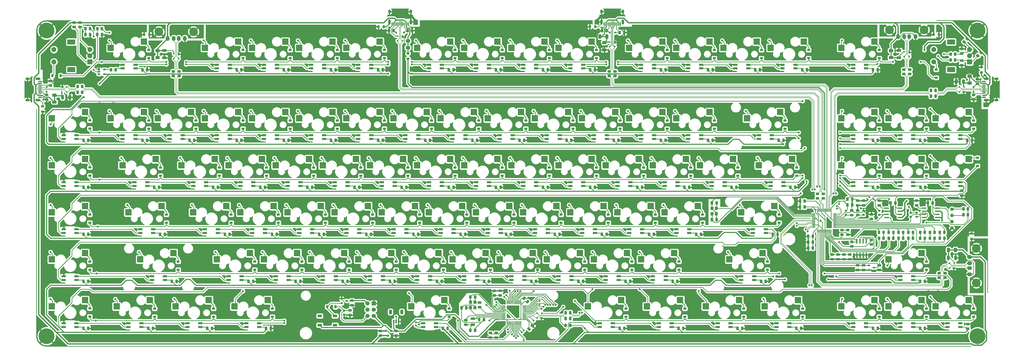
<source format=gbl>
%TF.GenerationSoftware,KiCad,Pcbnew,(5.1.10)-1*%
%TF.CreationDate,2021-10-23T23:06:02-04:00*%
%TF.ProjectId,custom_keyboard (f303_ fe2.1),63757374-6f6d-45f6-9b65-79626f617264,rev?*%
%TF.SameCoordinates,Original*%
%TF.FileFunction,Copper,L2,Bot*%
%TF.FilePolarity,Positive*%
%FSLAX46Y46*%
G04 Gerber Fmt 4.6, Leading zero omitted, Abs format (unit mm)*
G04 Created by KiCad (PCBNEW (5.1.10)-1) date 2021-10-23 23:06:02*
%MOMM*%
%LPD*%
G01*
G04 APERTURE LIST*
%TA.AperFunction,SMDPad,CuDef*%
%ADD10R,2.550000X2.500000*%
%TD*%
%TA.AperFunction,SMDPad,CuDef*%
%ADD11R,1.800000X0.900000*%
%TD*%
%TA.AperFunction,SMDPad,CuDef*%
%ADD12O,1.950000X0.568000*%
%TD*%
%TA.AperFunction,SMDPad,CuDef*%
%ADD13R,0.600000X1.450000*%
%TD*%
%TA.AperFunction,SMDPad,CuDef*%
%ADD14R,0.300000X1.450000*%
%TD*%
%TA.AperFunction,ComponentPad*%
%ADD15O,1.000000X2.100000*%
%TD*%
%TA.AperFunction,ComponentPad*%
%ADD16O,1.000000X1.600000*%
%TD*%
%TA.AperFunction,ComponentPad*%
%ADD17C,3.500000*%
%TD*%
%TA.AperFunction,ComponentPad*%
%ADD18O,2.000000X1.500000*%
%TD*%
%TA.AperFunction,SMDPad,CuDef*%
%ADD19R,1.450000X0.600000*%
%TD*%
%TA.AperFunction,SMDPad,CuDef*%
%ADD20R,1.450000X0.300000*%
%TD*%
%TA.AperFunction,ComponentPad*%
%ADD21O,2.100000X1.000000*%
%TD*%
%TA.AperFunction,ComponentPad*%
%ADD22O,1.600000X1.000000*%
%TD*%
%TA.AperFunction,SMDPad,CuDef*%
%ADD23R,1.800000X1.000000*%
%TD*%
%TA.AperFunction,SMDPad,CuDef*%
%ADD24R,1.060000X0.650000*%
%TD*%
%TA.AperFunction,SMDPad,CuDef*%
%ADD25R,1.200000X0.900000*%
%TD*%
%TA.AperFunction,SMDPad,CuDef*%
%ADD26R,0.900000X1.200000*%
%TD*%
%TA.AperFunction,ComponentPad*%
%ADD27C,2.000000*%
%TD*%
%TA.AperFunction,ComponentPad*%
%ADD28R,3.200000X2.000000*%
%TD*%
%TA.AperFunction,ComponentPad*%
%ADD29R,2.000000X2.000000*%
%TD*%
%TA.AperFunction,SMDPad,CuDef*%
%ADD30R,0.700000X1.000000*%
%TD*%
%TA.AperFunction,SMDPad,CuDef*%
%ADD31R,0.700000X0.600000*%
%TD*%
%TA.AperFunction,SMDPad,CuDef*%
%ADD32O,0.588000X2.045000*%
%TD*%
%TA.AperFunction,SMDPad,CuDef*%
%ADD33R,1.200000X1.400000*%
%TD*%
%TA.AperFunction,ComponentPad*%
%ADD34O,1.500000X2.000000*%
%TD*%
%TA.AperFunction,SMDPad,CuDef*%
%ADD35R,0.900000X0.800000*%
%TD*%
%TA.AperFunction,SMDPad,CuDef*%
%ADD36R,1.800000X1.100000*%
%TD*%
%TA.AperFunction,SMDPad,CuDef*%
%ADD37R,0.800000X0.900000*%
%TD*%
%TA.AperFunction,SMDPad,CuDef*%
%ADD38R,0.600000X0.700000*%
%TD*%
%TA.AperFunction,SMDPad,CuDef*%
%ADD39R,1.000000X0.700000*%
%TD*%
%TA.AperFunction,ComponentPad*%
%ADD40C,1.397000*%
%TD*%
%TA.AperFunction,SMDPad,CuDef*%
%ADD41O,1.500000X0.270000*%
%TD*%
%TA.AperFunction,SMDPad,CuDef*%
%ADD42O,0.270000X1.500000*%
%TD*%
%TA.AperFunction,ComponentPad*%
%ADD43C,6.400000*%
%TD*%
%TA.AperFunction,ComponentPad*%
%ADD44C,1.700000*%
%TD*%
%TA.AperFunction,ComponentPad*%
%ADD45R,1.700000X1.700000*%
%TD*%
%TA.AperFunction,ViaPad*%
%ADD46C,0.800000*%
%TD*%
%TA.AperFunction,Conductor*%
%ADD47C,0.250000*%
%TD*%
%TA.AperFunction,Conductor*%
%ADD48C,0.200000*%
%TD*%
%TA.AperFunction,Conductor*%
%ADD49C,0.254000*%
%TD*%
%TA.AperFunction,Conductor*%
%ADD50C,0.508000*%
%TD*%
%TA.AperFunction,Conductor*%
%ADD51C,0.381000*%
%TD*%
%TA.AperFunction,Conductor*%
%ADD52C,0.100000*%
%TD*%
G04 APERTURE END LIST*
D10*
%TO.P,MX78,1*%
%TO.N,COL16*%
X419600600Y-251444000D03*
%TO.P,MX78,2*%
%TO.N,Net-(KD78-Pad2)*%
X433025600Y-248904000D03*
D11*
%TO.P,MX78,3*%
%TO.N,GND*%
X424410600Y-258284000D03*
%TO.P,MX78,4*%
%TO.N,Net-(MX77-Pad5)*%
X424410600Y-259784000D03*
%TO.P,MX78,5*%
%TO.N,DOUT5*%
X429610600Y-258284000D03*
%TO.P,MX78,6*%
%TO.N,+5V*%
X429610600Y-259784000D03*
%TD*%
%TO.P,R26,2*%
%TO.N,HUB_LED5*%
%TA.AperFunction,SMDPad,CuDef*%
G36*
G01*
X433760200Y-240941102D02*
X433760200Y-240041098D01*
G75*
G02*
X434010198Y-239791100I249998J0D01*
G01*
X434535202Y-239791100D01*
G75*
G02*
X434785200Y-240041098I0J-249998D01*
G01*
X434785200Y-240941102D01*
G75*
G02*
X434535202Y-241191100I-249998J0D01*
G01*
X434010198Y-241191100D01*
G75*
G02*
X433760200Y-240941102I0J249998D01*
G01*
G37*
%TD.AperFunction*%
%TO.P,R26,1*%
%TO.N,Net-(R26-Pad1)*%
%TA.AperFunction,SMDPad,CuDef*%
G36*
G01*
X431935200Y-240941102D02*
X431935200Y-240041098D01*
G75*
G02*
X432185198Y-239791100I249998J0D01*
G01*
X432710202Y-239791100D01*
G75*
G02*
X432960200Y-240041098I0J-249998D01*
G01*
X432960200Y-240941102D01*
G75*
G02*
X432710202Y-241191100I-249998J0D01*
G01*
X432185198Y-241191100D01*
G75*
G02*
X431935200Y-240941102I0J249998D01*
G01*
G37*
%TD.AperFunction*%
%TD*%
D12*
%TO.P,U15,1*%
%TO.N,PWRJ*%
X418898801Y-234459100D03*
%TO.P,U15,2*%
%TO.N,OVCJ5*%
X418898801Y-233189100D03*
%TO.P,U15,3*%
%TO.N,GND*%
X418898801Y-231919100D03*
%TO.P,U15,4*%
%TO.N,Net-(C46-Pad1)*%
X418898801Y-230649100D03*
%TO.P,U15,8*%
%TO.N,PORT5-7PWR*%
X424308801Y-234459100D03*
%TO.P,U15,7*%
%TO.N,+5V*%
X424308801Y-233189100D03*
%TO.P,U15,6*%
%TO.N,PORT5-7PWR*%
X424308801Y-231919100D03*
%TO.P,U15,5*%
%TO.N,+5V*%
X424308801Y-230649100D03*
%TD*%
%TO.P,U14,1*%
%TO.N,PWRJ*%
X433979101Y-234459100D03*
%TO.P,U14,2*%
%TO.N,OVCJ1*%
X433979101Y-233189100D03*
%TO.P,U14,3*%
%TO.N,GND*%
X433979101Y-231919100D03*
%TO.P,U14,4*%
%TO.N,Net-(C44-Pad1)*%
X433979101Y-230649100D03*
%TO.P,U14,8*%
%TO.N,PORT1-4_PWR*%
X439389101Y-234459100D03*
%TO.P,U14,7*%
%TO.N,+5V*%
X439389101Y-233189100D03*
%TO.P,U14,6*%
%TO.N,PORT1-4_PWR*%
X439389101Y-231919100D03*
%TO.P,U14,5*%
%TO.N,+5V*%
X439389101Y-230649100D03*
%TD*%
%TO.P,R56,2*%
%TO.N,OVCJ5*%
%TA.AperFunction,SMDPad,CuDef*%
G36*
G01*
X415623800Y-232979100D02*
X416173800Y-232979100D01*
G75*
G02*
X416373800Y-233179100I0J-200000D01*
G01*
X416373800Y-233579100D01*
G75*
G02*
X416173800Y-233779100I-200000J0D01*
G01*
X415623800Y-233779100D01*
G75*
G02*
X415423800Y-233579100I0J200000D01*
G01*
X415423800Y-233179100D01*
G75*
G02*
X415623800Y-232979100I200000J0D01*
G01*
G37*
%TD.AperFunction*%
%TO.P,R56,1*%
%TO.N,+3V3*%
%TA.AperFunction,SMDPad,CuDef*%
G36*
G01*
X415623800Y-231329100D02*
X416173800Y-231329100D01*
G75*
G02*
X416373800Y-231529100I0J-200000D01*
G01*
X416373800Y-231929100D01*
G75*
G02*
X416173800Y-232129100I-200000J0D01*
G01*
X415623800Y-232129100D01*
G75*
G02*
X415423800Y-231929100I0J200000D01*
G01*
X415423800Y-231529100D01*
G75*
G02*
X415623800Y-231329100I200000J0D01*
G01*
G37*
%TD.AperFunction*%
%TD*%
%TO.P,R55,2*%
%TO.N,PWRJ*%
%TA.AperFunction,SMDPad,CuDef*%
G36*
G01*
X428323000Y-233804100D02*
X428873000Y-233804100D01*
G75*
G02*
X429073000Y-234004100I0J-200000D01*
G01*
X429073000Y-234404100D01*
G75*
G02*
X428873000Y-234604100I-200000J0D01*
G01*
X428323000Y-234604100D01*
G75*
G02*
X428123000Y-234404100I0J200000D01*
G01*
X428123000Y-234004100D01*
G75*
G02*
X428323000Y-233804100I200000J0D01*
G01*
G37*
%TD.AperFunction*%
%TO.P,R55,1*%
%TO.N,+3V3*%
%TA.AperFunction,SMDPad,CuDef*%
G36*
G01*
X428323000Y-232154100D02*
X428873000Y-232154100D01*
G75*
G02*
X429073000Y-232354100I0J-200000D01*
G01*
X429073000Y-232754100D01*
G75*
G02*
X428873000Y-232954100I-200000J0D01*
G01*
X428323000Y-232954100D01*
G75*
G02*
X428123000Y-232754100I0J200000D01*
G01*
X428123000Y-232354100D01*
G75*
G02*
X428323000Y-232154100I200000J0D01*
G01*
G37*
%TD.AperFunction*%
%TD*%
%TO.P,R54,2*%
%TO.N,OVCJ1*%
%TA.AperFunction,SMDPad,CuDef*%
G36*
G01*
X430704100Y-233772800D02*
X431254100Y-233772800D01*
G75*
G02*
X431454100Y-233972800I0J-200000D01*
G01*
X431454100Y-234372800D01*
G75*
G02*
X431254100Y-234572800I-200000J0D01*
G01*
X430704100Y-234572800D01*
G75*
G02*
X430504100Y-234372800I0J200000D01*
G01*
X430504100Y-233972800D01*
G75*
G02*
X430704100Y-233772800I200000J0D01*
G01*
G37*
%TD.AperFunction*%
%TO.P,R54,1*%
%TO.N,+3V3*%
%TA.AperFunction,SMDPad,CuDef*%
G36*
G01*
X430704100Y-232122800D02*
X431254100Y-232122800D01*
G75*
G02*
X431454100Y-232322800I0J-200000D01*
G01*
X431454100Y-232722800D01*
G75*
G02*
X431254100Y-232922800I-200000J0D01*
G01*
X430704100Y-232922800D01*
G75*
G02*
X430504100Y-232722800I0J200000D01*
G01*
X430504100Y-232322800D01*
G75*
G02*
X430704100Y-232122800I200000J0D01*
G01*
G37*
%TD.AperFunction*%
%TD*%
%TO.P,F5,2*%
%TO.N,PORT1-4_PWR*%
%TA.AperFunction,SMDPad,CuDef*%
G36*
G01*
X83169800Y-185557100D02*
X81919800Y-185557100D01*
G75*
G02*
X81669800Y-185307100I0J250000D01*
G01*
X81669800Y-184557100D01*
G75*
G02*
X81919800Y-184307100I250000J0D01*
G01*
X83169800Y-184307100D01*
G75*
G02*
X83419800Y-184557100I0J-250000D01*
G01*
X83419800Y-185307100D01*
G75*
G02*
X83169800Y-185557100I-250000J0D01*
G01*
G37*
%TD.AperFunction*%
%TO.P,F5,1*%
%TA.AperFunction,SMDPad,CuDef*%
G36*
G01*
X83169800Y-188357100D02*
X81919800Y-188357100D01*
G75*
G02*
X81669800Y-188107100I0J250000D01*
G01*
X81669800Y-187357100D01*
G75*
G02*
X81919800Y-187107100I250000J0D01*
G01*
X83169800Y-187107100D01*
G75*
G02*
X83419800Y-187357100I0J-250000D01*
G01*
X83419800Y-188107100D01*
G75*
G02*
X83169800Y-188357100I-250000J0D01*
G01*
G37*
%TD.AperFunction*%
%TD*%
%TO.P,C47,2*%
%TO.N,GND*%
%TA.AperFunction,SMDPad,CuDef*%
G36*
G01*
X421004700Y-228110600D02*
X421004700Y-229060600D01*
G75*
G02*
X420754700Y-229310600I-250000J0D01*
G01*
X420254700Y-229310600D01*
G75*
G02*
X420004700Y-229060600I0J250000D01*
G01*
X420004700Y-228110600D01*
G75*
G02*
X420254700Y-227860600I250000J0D01*
G01*
X420754700Y-227860600D01*
G75*
G02*
X421004700Y-228110600I0J-250000D01*
G01*
G37*
%TD.AperFunction*%
%TO.P,C47,1*%
%TO.N,+5V*%
%TA.AperFunction,SMDPad,CuDef*%
G36*
G01*
X422904700Y-228110600D02*
X422904700Y-229060600D01*
G75*
G02*
X422654700Y-229310600I-250000J0D01*
G01*
X422154700Y-229310600D01*
G75*
G02*
X421904700Y-229060600I0J250000D01*
G01*
X421904700Y-228110600D01*
G75*
G02*
X422154700Y-227860600I250000J0D01*
G01*
X422654700Y-227860600D01*
G75*
G02*
X422904700Y-228110600I0J-250000D01*
G01*
G37*
%TD.AperFunction*%
%TD*%
%TO.P,C46,2*%
%TO.N,GND*%
%TA.AperFunction,SMDPad,CuDef*%
G36*
G01*
X416373800Y-228135600D02*
X415423800Y-228135600D01*
G75*
G02*
X415173800Y-227885600I0J250000D01*
G01*
X415173800Y-227385600D01*
G75*
G02*
X415423800Y-227135600I250000J0D01*
G01*
X416373800Y-227135600D01*
G75*
G02*
X416623800Y-227385600I0J-250000D01*
G01*
X416623800Y-227885600D01*
G75*
G02*
X416373800Y-228135600I-250000J0D01*
G01*
G37*
%TD.AperFunction*%
%TO.P,C46,1*%
%TO.N,Net-(C46-Pad1)*%
%TA.AperFunction,SMDPad,CuDef*%
G36*
G01*
X416373800Y-230035600D02*
X415423800Y-230035600D01*
G75*
G02*
X415173800Y-229785600I0J250000D01*
G01*
X415173800Y-229285600D01*
G75*
G02*
X415423800Y-229035600I250000J0D01*
G01*
X416373800Y-229035600D01*
G75*
G02*
X416623800Y-229285600I0J-250000D01*
G01*
X416623800Y-229785600D01*
G75*
G02*
X416373800Y-230035600I-250000J0D01*
G01*
G37*
%TD.AperFunction*%
%TD*%
%TO.P,C45,2*%
%TO.N,GND*%
%TA.AperFunction,SMDPad,CuDef*%
G36*
G01*
X436085000Y-228110600D02*
X436085000Y-229060600D01*
G75*
G02*
X435835000Y-229310600I-250000J0D01*
G01*
X435335000Y-229310600D01*
G75*
G02*
X435085000Y-229060600I0J250000D01*
G01*
X435085000Y-228110600D01*
G75*
G02*
X435335000Y-227860600I250000J0D01*
G01*
X435835000Y-227860600D01*
G75*
G02*
X436085000Y-228110600I0J-250000D01*
G01*
G37*
%TD.AperFunction*%
%TO.P,C45,1*%
%TO.N,+5V*%
%TA.AperFunction,SMDPad,CuDef*%
G36*
G01*
X437985000Y-228110600D02*
X437985000Y-229060600D01*
G75*
G02*
X437735000Y-229310600I-250000J0D01*
G01*
X437235000Y-229310600D01*
G75*
G02*
X436985000Y-229060600I0J250000D01*
G01*
X436985000Y-228110600D01*
G75*
G02*
X437235000Y-227860600I250000J0D01*
G01*
X437735000Y-227860600D01*
G75*
G02*
X437985000Y-228110600I0J-250000D01*
G01*
G37*
%TD.AperFunction*%
%TD*%
%TO.P,C44,2*%
%TO.N,GND*%
%TA.AperFunction,SMDPad,CuDef*%
G36*
G01*
X431454100Y-228135600D02*
X430504100Y-228135600D01*
G75*
G02*
X430254100Y-227885600I0J250000D01*
G01*
X430254100Y-227385600D01*
G75*
G02*
X430504100Y-227135600I250000J0D01*
G01*
X431454100Y-227135600D01*
G75*
G02*
X431704100Y-227385600I0J-250000D01*
G01*
X431704100Y-227885600D01*
G75*
G02*
X431454100Y-228135600I-250000J0D01*
G01*
G37*
%TD.AperFunction*%
%TO.P,C44,1*%
%TO.N,Net-(C44-Pad1)*%
%TA.AperFunction,SMDPad,CuDef*%
G36*
G01*
X431454100Y-230035600D02*
X430504100Y-230035600D01*
G75*
G02*
X430254100Y-229785600I0J250000D01*
G01*
X430254100Y-229285600D01*
G75*
G02*
X430504100Y-229035600I250000J0D01*
G01*
X431454100Y-229035600D01*
G75*
G02*
X431704100Y-229285600I0J-250000D01*
G01*
X431704100Y-229785600D01*
G75*
G02*
X431454100Y-230035600I-250000J0D01*
G01*
G37*
%TD.AperFunction*%
%TD*%
D11*
%TO.P,MX19,6*%
%TO.N,+5V*%
X172451800Y-202637600D03*
%TO.P,MX19,5*%
%TO.N,Net-(MX19-Pad5)*%
X172451800Y-201137600D03*
%TO.P,MX19,4*%
%TO.N,Net-(MX18-Pad5)*%
X167251800Y-202637600D03*
%TO.P,MX19,3*%
%TO.N,GND*%
X167251800Y-201137600D03*
D10*
%TO.P,MX19,2*%
%TO.N,Net-(KD19-Pad2)*%
X175866800Y-191757600D03*
%TO.P,MX19,1*%
%TO.N,COL4*%
X162441800Y-194297600D03*
%TD*%
D13*
%TO.P,USB1,12*%
%TO.N,GND*%
X225461000Y-156116900D03*
%TO.P,USB1,1*%
X219011000Y-156116900D03*
%TO.P,USB1,11*%
%TO.N,+5V*%
X224686000Y-156116900D03*
%TO.P,USB1,2*%
X219786000Y-156116900D03*
D14*
%TO.P,USB1,3*%
%TO.N,Net-(USB1-Pad3)*%
X220486000Y-156116900D03*
%TO.P,USB1,10*%
%TO.N,Net-(R8-Pad1)*%
X223986000Y-156116900D03*
%TO.P,USB1,4*%
X220986000Y-156116900D03*
%TO.P,USB1,9*%
%TO.N,Net-(USB1-Pad9)*%
X223486000Y-156116900D03*
%TO.P,USB1,5*%
%TO.N,Net-(R2-Pad1)*%
X221486000Y-156116900D03*
%TO.P,USB1,8*%
%TO.N,Net-(R4-Pad1)*%
X222986000Y-156116900D03*
%TO.P,USB1,7*%
%TO.N,Net-(R2-Pad1)*%
X222486000Y-156116900D03*
%TO.P,USB1,6*%
%TO.N,Net-(R4-Pad1)*%
X221986000Y-156116900D03*
D15*
%TO.P,USB1,13*%
%TO.N,Earth*%
X217916000Y-155201900D03*
X226556000Y-155201900D03*
D16*
X217916000Y-151021900D03*
X226556000Y-151021900D03*
%TD*%
%TO.P,R51,2*%
%TO.N,KEYBOARD_SCL*%
%TA.AperFunction,SMDPad,CuDef*%
G36*
G01*
X450421600Y-232897799D02*
X450421600Y-233797801D01*
G75*
G02*
X450171601Y-234047800I-249999J0D01*
G01*
X449646599Y-234047800D01*
G75*
G02*
X449396600Y-233797801I0J249999D01*
G01*
X449396600Y-232897799D01*
G75*
G02*
X449646599Y-232647800I249999J0D01*
G01*
X450171601Y-232647800D01*
G75*
G02*
X450421600Y-232897799I0J-249999D01*
G01*
G37*
%TD.AperFunction*%
%TO.P,R51,1*%
%TO.N,+3V3*%
%TA.AperFunction,SMDPad,CuDef*%
G36*
G01*
X452246600Y-232897799D02*
X452246600Y-233797801D01*
G75*
G02*
X451996601Y-234047800I-249999J0D01*
G01*
X451471599Y-234047800D01*
G75*
G02*
X451221600Y-233797801I0J249999D01*
G01*
X451221600Y-232897799D01*
G75*
G02*
X451471599Y-232647800I249999J0D01*
G01*
X451996601Y-232647800D01*
G75*
G02*
X452246600Y-232897799I0J-249999D01*
G01*
G37*
%TD.AperFunction*%
%TD*%
%TO.P,R53,2*%
%TO.N,+3V3*%
%TA.AperFunction,SMDPad,CuDef*%
G36*
G01*
X404336999Y-245653300D02*
X405237001Y-245653300D01*
G75*
G02*
X405487000Y-245903299I0J-249999D01*
G01*
X405487000Y-246428301D01*
G75*
G02*
X405237001Y-246678300I-249999J0D01*
G01*
X404336999Y-246678300D01*
G75*
G02*
X404087000Y-246428301I0J249999D01*
G01*
X404087000Y-245903299D01*
G75*
G02*
X404336999Y-245653300I249999J0D01*
G01*
G37*
%TD.AperFunction*%
%TO.P,R53,1*%
%TO.N,HUB_SDA*%
%TA.AperFunction,SMDPad,CuDef*%
G36*
G01*
X404336999Y-243828300D02*
X405237001Y-243828300D01*
G75*
G02*
X405487000Y-244078299I0J-249999D01*
G01*
X405487000Y-244603301D01*
G75*
G02*
X405237001Y-244853300I-249999J0D01*
G01*
X404336999Y-244853300D01*
G75*
G02*
X404087000Y-244603301I0J249999D01*
G01*
X404087000Y-244078299D01*
G75*
G02*
X404336999Y-243828300I249999J0D01*
G01*
G37*
%TD.AperFunction*%
%TD*%
%TO.P,R52,2*%
%TO.N,HUB_LED1*%
%TA.AperFunction,SMDPad,CuDef*%
G36*
G01*
X412273999Y-244859600D02*
X413174001Y-244859600D01*
G75*
G02*
X413424000Y-245109599I0J-249999D01*
G01*
X413424000Y-245634601D01*
G75*
G02*
X413174001Y-245884600I-249999J0D01*
G01*
X412273999Y-245884600D01*
G75*
G02*
X412024000Y-245634601I0J249999D01*
G01*
X412024000Y-245109599D01*
G75*
G02*
X412273999Y-244859600I249999J0D01*
G01*
G37*
%TD.AperFunction*%
%TO.P,R52,1*%
%TO.N,+3V3*%
%TA.AperFunction,SMDPad,CuDef*%
G36*
G01*
X412273999Y-243034600D02*
X413174001Y-243034600D01*
G75*
G02*
X413424000Y-243284599I0J-249999D01*
G01*
X413424000Y-243809601D01*
G75*
G02*
X413174001Y-244059600I-249999J0D01*
G01*
X412273999Y-244059600D01*
G75*
G02*
X412024000Y-243809601I0J249999D01*
G01*
X412024000Y-243284599D01*
G75*
G02*
X412273999Y-243034600I249999J0D01*
G01*
G37*
%TD.AperFunction*%
%TD*%
%TO.P,R50,2*%
%TO.N,+3V3*%
%TA.AperFunction,SMDPad,CuDef*%
G36*
G01*
X451221600Y-231416701D02*
X451221600Y-230516699D01*
G75*
G02*
X451471599Y-230266700I249999J0D01*
G01*
X451996601Y-230266700D01*
G75*
G02*
X452246600Y-230516699I0J-249999D01*
G01*
X452246600Y-231416701D01*
G75*
G02*
X451996601Y-231666700I-249999J0D01*
G01*
X451471599Y-231666700D01*
G75*
G02*
X451221600Y-231416701I0J249999D01*
G01*
G37*
%TD.AperFunction*%
%TO.P,R50,1*%
%TO.N,KEYBOARD_SDA*%
%TA.AperFunction,SMDPad,CuDef*%
G36*
G01*
X449396600Y-231416701D02*
X449396600Y-230516699D01*
G75*
G02*
X449646599Y-230266700I249999J0D01*
G01*
X450171601Y-230266700D01*
G75*
G02*
X450421600Y-230516699I0J-249999D01*
G01*
X450421600Y-231416701D01*
G75*
G02*
X450171601Y-231666700I-249999J0D01*
G01*
X449646599Y-231666700D01*
G75*
G02*
X449396600Y-231416701I0J249999D01*
G01*
G37*
%TD.AperFunction*%
%TD*%
%TO.P,FB8,2*%
%TO.N,+5V*%
%TA.AperFunction,SMDPad,CuDef*%
G36*
G01*
X225792050Y-168433100D02*
X225029550Y-168433100D01*
G75*
G02*
X224810800Y-168214350I0J218750D01*
G01*
X224810800Y-167776850D01*
G75*
G02*
X225029550Y-167558100I218750J0D01*
G01*
X225792050Y-167558100D01*
G75*
G02*
X226010800Y-167776850I0J-218750D01*
G01*
X226010800Y-168214350D01*
G75*
G02*
X225792050Y-168433100I-218750J0D01*
G01*
G37*
%TD.AperFunction*%
%TO.P,FB8,1*%
%TA.AperFunction,SMDPad,CuDef*%
G36*
G01*
X225792050Y-170558100D02*
X225029550Y-170558100D01*
G75*
G02*
X224810800Y-170339350I0J218750D01*
G01*
X224810800Y-169901850D01*
G75*
G02*
X225029550Y-169683100I218750J0D01*
G01*
X225792050Y-169683100D01*
G75*
G02*
X226010800Y-169901850I0J-218750D01*
G01*
X226010800Y-170339350D01*
G75*
G02*
X225792050Y-170558100I-218750J0D01*
G01*
G37*
%TD.AperFunction*%
%TD*%
D10*
%TO.P,MX83,1*%
%TO.N,COL6*%
X226731500Y-270492800D03*
%TO.P,MX83,2*%
%TO.N,Net-(KD83-Pad2)*%
X240156500Y-267952800D03*
D11*
%TO.P,MX83,3*%
%TO.N,GND*%
X231541500Y-277332800D03*
%TO.P,MX83,4*%
%TO.N,Net-(MX82-Pad5)*%
X231541500Y-278832800D03*
%TO.P,MX83,5*%
%TO.N,Net-(MX83-Pad5)*%
X236741500Y-277332800D03*
%TO.P,MX83,6*%
%TO.N,+5V*%
X236741500Y-278832800D03*
%TD*%
D10*
%TO.P,MX84,1*%
%TO.N,COL10*%
X298164500Y-270492800D03*
%TO.P,MX84,2*%
%TO.N,Net-(KD84-Pad2)*%
X311589500Y-267952800D03*
D11*
%TO.P,MX84,3*%
%TO.N,GND*%
X302974500Y-277332800D03*
%TO.P,MX84,4*%
%TO.N,Net-(MX83-Pad5)*%
X302974500Y-278832800D03*
%TO.P,MX84,5*%
%TO.N,Net-(MX84-Pad5)*%
X308174500Y-277332800D03*
%TO.P,MX84,6*%
%TO.N,+5V*%
X308174500Y-278832800D03*
%TD*%
D17*
%TO.P,USB4,5*%
%TO.N,Earth*%
X455119000Y-246984000D03*
D18*
%TO.P,USB4,4*%
%TO.N,GND*%
X452409000Y-257484000D03*
%TO.P,USB4,3*%
%TO.N,Net-(R45-Pad1)*%
X452409000Y-254984000D03*
%TO.P,USB4,2*%
%TO.N,Net-(R46-Pad1)*%
X452409000Y-252984000D03*
D17*
%TO.P,USB4,5*%
%TO.N,Earth*%
X455119000Y-260984000D03*
D18*
%TO.P,USB4,1*%
%TO.N,PORT1-4_PWR*%
X452409000Y-250484000D03*
%TD*%
D10*
%TO.P,MX32,1*%
%TO.N,COL17*%
X438649400Y-194297600D03*
%TO.P,MX32,2*%
%TO.N,Net-(KD32-Pad2)*%
X452074400Y-191757600D03*
D11*
%TO.P,MX32,3*%
%TO.N,GND*%
X443459400Y-201137600D03*
%TO.P,MX32,4*%
%TO.N,Net-(MX31-Pad5)*%
X443459400Y-202637600D03*
%TO.P,MX32,5*%
%TO.N,DOUT2*%
X448659400Y-201137600D03*
%TO.P,MX32,6*%
%TO.N,+5V*%
X448659400Y-202637600D03*
%TD*%
%TO.P,J2,1*%
%TO.N,+3V3*%
%TA.AperFunction,SMDPad,CuDef*%
G36*
G01*
X219348600Y-277245200D02*
X219348600Y-275995200D01*
G75*
G02*
X219498600Y-275845200I150000J0D01*
G01*
X219798600Y-275845200D01*
G75*
G02*
X219948600Y-275995200I0J-150000D01*
G01*
X219948600Y-277245200D01*
G75*
G02*
X219798600Y-277395200I-150000J0D01*
G01*
X219498600Y-277395200D01*
G75*
G02*
X219348600Y-277245200I0J150000D01*
G01*
G37*
%TD.AperFunction*%
%TO.P,J2,2*%
%TO.N,EXTRA_1*%
%TA.AperFunction,SMDPad,CuDef*%
G36*
G01*
X220348600Y-277245200D02*
X220348600Y-275995200D01*
G75*
G02*
X220498600Y-275845200I150000J0D01*
G01*
X220798600Y-275845200D01*
G75*
G02*
X220948600Y-275995200I0J-150000D01*
G01*
X220948600Y-277245200D01*
G75*
G02*
X220798600Y-277395200I-150000J0D01*
G01*
X220498600Y-277395200D01*
G75*
G02*
X220348600Y-277245200I0J150000D01*
G01*
G37*
%TD.AperFunction*%
%TO.P,J2,3*%
%TO.N,GND*%
%TA.AperFunction,SMDPad,CuDef*%
G36*
G01*
X221348600Y-277245200D02*
X221348600Y-275995200D01*
G75*
G02*
X221498600Y-275845200I150000J0D01*
G01*
X221798600Y-275845200D01*
G75*
G02*
X221948600Y-275995200I0J-150000D01*
G01*
X221948600Y-277245200D01*
G75*
G02*
X221798600Y-277395200I-150000J0D01*
G01*
X221498600Y-277395200D01*
G75*
G02*
X221348600Y-277245200I0J150000D01*
G01*
G37*
%TD.AperFunction*%
%TO.P,J2,MP*%
%TO.N,N/C*%
%TA.AperFunction,SMDPad,CuDef*%
G36*
G01*
X217748600Y-273395201D02*
X217748600Y-272095199D01*
G75*
G02*
X217998599Y-271845200I249999J0D01*
G01*
X218698601Y-271845200D01*
G75*
G02*
X218948600Y-272095199I0J-249999D01*
G01*
X218948600Y-273395201D01*
G75*
G02*
X218698601Y-273645200I-249999J0D01*
G01*
X217998599Y-273645200D01*
G75*
G02*
X217748600Y-273395201I0J249999D01*
G01*
G37*
%TD.AperFunction*%
%TA.AperFunction,SMDPad,CuDef*%
G36*
G01*
X222348600Y-273395201D02*
X222348600Y-272095199D01*
G75*
G02*
X222598599Y-271845200I249999J0D01*
G01*
X223298601Y-271845200D01*
G75*
G02*
X223548600Y-272095199I0J-249999D01*
G01*
X223548600Y-273395201D01*
G75*
G02*
X223298601Y-273645200I-249999J0D01*
G01*
X222598599Y-273645200D01*
G75*
G02*
X222348600Y-273395201I0J249999D01*
G01*
G37*
%TD.AperFunction*%
%TD*%
D19*
%TO.P,USB7,12*%
%TO.N,GND*%
X458206900Y-185776000D03*
%TO.P,USB7,1*%
X458206900Y-179326000D03*
%TO.P,USB7,11*%
%TO.N,PORT5-7PWR*%
X458206900Y-185001000D03*
%TO.P,USB7,2*%
X458206900Y-180101000D03*
D20*
%TO.P,USB7,3*%
%TO.N,Net-(USB7-Pad3)*%
X458206900Y-180801000D03*
%TO.P,USB7,10*%
%TO.N,Net-(R27-Pad1)*%
X458206900Y-184301000D03*
%TO.P,USB7,4*%
X458206900Y-181301000D03*
%TO.P,USB7,9*%
%TO.N,Net-(USB7-Pad9)*%
X458206900Y-183801000D03*
%TO.P,USB7,5*%
%TO.N,Net-(R20-Pad1)*%
X458206900Y-181801000D03*
%TO.P,USB7,8*%
%TO.N,Net-(R19-Pad1)*%
X458206900Y-183301000D03*
%TO.P,USB7,7*%
%TO.N,Net-(R20-Pad1)*%
X458206900Y-182801000D03*
%TO.P,USB7,6*%
%TO.N,Net-(R19-Pad1)*%
X458206900Y-182301000D03*
D21*
%TO.P,USB7,13*%
%TO.N,Earth*%
X459121900Y-178231000D03*
X459121900Y-186871000D03*
D22*
X463301900Y-178231000D03*
X463301900Y-186871000D03*
%TD*%
D23*
%TO.P,Y2,1*%
%TO.N,USB_XTAL1*%
X251602900Y-275413900D03*
%TO.P,Y2,2*%
%TO.N,Net-(C9-Pad2)*%
X251602900Y-277913900D03*
%TD*%
D24*
%TO.P,U12,1*%
%TO.N,N/C*%
X100493600Y-176357700D03*
%TO.P,U12,2*%
%TO.N,BKL_DATA_IN_3V3*%
X100493600Y-175407700D03*
%TO.P,U12,3*%
%TO.N,GND*%
X100493600Y-174457700D03*
%TO.P,U12,4*%
%TO.N,BKL_DATA_IN*%
X102693600Y-174457700D03*
%TO.P,U12,5*%
%TO.N,+5V*%
X102693600Y-176357700D03*
%TD*%
%TO.P,R30,1*%
%TO.N,BOOT0*%
%TA.AperFunction,SMDPad,CuDef*%
G36*
G01*
X199340550Y-271807800D02*
X199890550Y-271807800D01*
G75*
G02*
X200090550Y-272007800I0J-200000D01*
G01*
X200090550Y-272407800D01*
G75*
G02*
X199890550Y-272607800I-200000J0D01*
G01*
X199340550Y-272607800D01*
G75*
G02*
X199140550Y-272407800I0J200000D01*
G01*
X199140550Y-272007800D01*
G75*
G02*
X199340550Y-271807800I200000J0D01*
G01*
G37*
%TD.AperFunction*%
%TO.P,R30,2*%
%TO.N,GND*%
%TA.AperFunction,SMDPad,CuDef*%
G36*
G01*
X199340550Y-273457800D02*
X199890550Y-273457800D01*
G75*
G02*
X200090550Y-273657800I0J-200000D01*
G01*
X200090550Y-274057800D01*
G75*
G02*
X199890550Y-274257800I-200000J0D01*
G01*
X199340550Y-274257800D01*
G75*
G02*
X199140550Y-274057800I0J200000D01*
G01*
X199140550Y-273657800D01*
G75*
G02*
X199340550Y-273457800I200000J0D01*
G01*
G37*
%TD.AperFunction*%
%TD*%
%TO.P,R23,1*%
%TO.N,VBUSM*%
%TA.AperFunction,SMDPad,CuDef*%
G36*
G01*
X409824200Y-233779100D02*
X409274200Y-233779100D01*
G75*
G02*
X409074200Y-233579100I0J200000D01*
G01*
X409074200Y-233179100D01*
G75*
G02*
X409274200Y-232979100I200000J0D01*
G01*
X409824200Y-232979100D01*
G75*
G02*
X410024200Y-233179100I0J-200000D01*
G01*
X410024200Y-233579100D01*
G75*
G02*
X409824200Y-233779100I-200000J0D01*
G01*
G37*
%TD.AperFunction*%
%TO.P,R23,2*%
%TO.N,GND*%
%TA.AperFunction,SMDPad,CuDef*%
G36*
G01*
X409824200Y-232129100D02*
X409274200Y-232129100D01*
G75*
G02*
X409074200Y-231929100I0J200000D01*
G01*
X409074200Y-231529100D01*
G75*
G02*
X409274200Y-231329100I200000J0D01*
G01*
X409824200Y-231329100D01*
G75*
G02*
X410024200Y-231529100I0J-200000D01*
G01*
X410024200Y-231929100D01*
G75*
G02*
X409824200Y-232129100I-200000J0D01*
G01*
G37*
%TD.AperFunction*%
%TD*%
%TO.P,R21,1*%
%TO.N,+3V3*%
%TA.AperFunction,SMDPad,CuDef*%
G36*
G01*
X402130900Y-231329100D02*
X402680900Y-231329100D01*
G75*
G02*
X402880900Y-231529100I0J-200000D01*
G01*
X402880900Y-231929100D01*
G75*
G02*
X402680900Y-232129100I-200000J0D01*
G01*
X402130900Y-232129100D01*
G75*
G02*
X401930900Y-231929100I0J200000D01*
G01*
X401930900Y-231529100D01*
G75*
G02*
X402130900Y-231329100I200000J0D01*
G01*
G37*
%TD.AperFunction*%
%TO.P,R21,2*%
%TO.N,XRSTJ*%
%TA.AperFunction,SMDPad,CuDef*%
G36*
G01*
X402130900Y-232979100D02*
X402680900Y-232979100D01*
G75*
G02*
X402880900Y-233179100I0J-200000D01*
G01*
X402880900Y-233579100D01*
G75*
G02*
X402680900Y-233779100I-200000J0D01*
G01*
X402130900Y-233779100D01*
G75*
G02*
X401930900Y-233579100I0J200000D01*
G01*
X401930900Y-233179100D01*
G75*
G02*
X402130900Y-232979100I200000J0D01*
G01*
G37*
%TD.AperFunction*%
%TD*%
%TO.P,UD7,2*%
%TO.N,HUB_DRV*%
%TA.AperFunction,SMDPad,CuDef*%
G36*
G01*
X441747200Y-243328450D02*
X441747200Y-242415950D01*
G75*
G02*
X441990950Y-242172200I243750J0D01*
G01*
X442478450Y-242172200D01*
G75*
G02*
X442722200Y-242415950I0J-243750D01*
G01*
X442722200Y-243328450D01*
G75*
G02*
X442478450Y-243572200I-243750J0D01*
G01*
X441990950Y-243572200D01*
G75*
G02*
X441747200Y-243328450I0J243750D01*
G01*
G37*
%TD.AperFunction*%
%TO.P,UD7,1*%
%TO.N,Net-(R32-Pad1)*%
%TA.AperFunction,SMDPad,CuDef*%
G36*
G01*
X439872200Y-243328450D02*
X439872200Y-242415950D01*
G75*
G02*
X440115950Y-242172200I243750J0D01*
G01*
X440603450Y-242172200D01*
G75*
G02*
X440847200Y-242415950I0J-243750D01*
G01*
X440847200Y-243328450D01*
G75*
G02*
X440603450Y-243572200I-243750J0D01*
G01*
X440115950Y-243572200D01*
G75*
G02*
X439872200Y-243328450I0J243750D01*
G01*
G37*
%TD.AperFunction*%
%TD*%
%TO.P,UD6,2*%
%TO.N,HUB_DRV*%
%TA.AperFunction,SMDPad,CuDef*%
G36*
G01*
X437778700Y-243328450D02*
X437778700Y-242415950D01*
G75*
G02*
X438022450Y-242172200I243750J0D01*
G01*
X438509950Y-242172200D01*
G75*
G02*
X438753700Y-242415950I0J-243750D01*
G01*
X438753700Y-243328450D01*
G75*
G02*
X438509950Y-243572200I-243750J0D01*
G01*
X438022450Y-243572200D01*
G75*
G02*
X437778700Y-243328450I0J243750D01*
G01*
G37*
%TD.AperFunction*%
%TO.P,UD6,1*%
%TO.N,Net-(R29-Pad1)*%
%TA.AperFunction,SMDPad,CuDef*%
G36*
G01*
X435903700Y-243328450D02*
X435903700Y-242415950D01*
G75*
G02*
X436147450Y-242172200I243750J0D01*
G01*
X436634950Y-242172200D01*
G75*
G02*
X436878700Y-242415950I0J-243750D01*
G01*
X436878700Y-243328450D01*
G75*
G02*
X436634950Y-243572200I-243750J0D01*
G01*
X436147450Y-243572200D01*
G75*
G02*
X435903700Y-243328450I0J243750D01*
G01*
G37*
%TD.AperFunction*%
%TD*%
%TO.P,UD5,2*%
%TO.N,HUB_DRV*%
%TA.AperFunction,SMDPad,CuDef*%
G36*
G01*
X433810200Y-243328450D02*
X433810200Y-242415950D01*
G75*
G02*
X434053950Y-242172200I243750J0D01*
G01*
X434541450Y-242172200D01*
G75*
G02*
X434785200Y-242415950I0J-243750D01*
G01*
X434785200Y-243328450D01*
G75*
G02*
X434541450Y-243572200I-243750J0D01*
G01*
X434053950Y-243572200D01*
G75*
G02*
X433810200Y-243328450I0J243750D01*
G01*
G37*
%TD.AperFunction*%
%TO.P,UD5,1*%
%TO.N,Net-(R26-Pad1)*%
%TA.AperFunction,SMDPad,CuDef*%
G36*
G01*
X431935200Y-243328450D02*
X431935200Y-242415950D01*
G75*
G02*
X432178950Y-242172200I243750J0D01*
G01*
X432666450Y-242172200D01*
G75*
G02*
X432910200Y-242415950I0J-243750D01*
G01*
X432910200Y-243328450D01*
G75*
G02*
X432666450Y-243572200I-243750J0D01*
G01*
X432178950Y-243572200D01*
G75*
G02*
X431935200Y-243328450I0J243750D01*
G01*
G37*
%TD.AperFunction*%
%TD*%
%TO.P,UD4,2*%
%TO.N,HUB_DRV*%
%TA.AperFunction,SMDPad,CuDef*%
G36*
G01*
X428148000Y-240034850D02*
X428148000Y-240947350D01*
G75*
G02*
X427904250Y-241191100I-243750J0D01*
G01*
X427416750Y-241191100D01*
G75*
G02*
X427173000Y-240947350I0J243750D01*
G01*
X427173000Y-240034850D01*
G75*
G02*
X427416750Y-239791100I243750J0D01*
G01*
X427904250Y-239791100D01*
G75*
G02*
X428148000Y-240034850I0J-243750D01*
G01*
G37*
%TD.AperFunction*%
%TO.P,UD4,1*%
%TO.N,Net-(R18-Pad1)*%
%TA.AperFunction,SMDPad,CuDef*%
G36*
G01*
X430023000Y-240034850D02*
X430023000Y-240947350D01*
G75*
G02*
X429779250Y-241191100I-243750J0D01*
G01*
X429291750Y-241191100D01*
G75*
G02*
X429048000Y-240947350I0J243750D01*
G01*
X429048000Y-240034850D01*
G75*
G02*
X429291750Y-239791100I243750J0D01*
G01*
X429779250Y-239791100D01*
G75*
G02*
X430023000Y-240034850I0J-243750D01*
G01*
G37*
%TD.AperFunction*%
%TD*%
%TO.P,UD3,2*%
%TO.N,HUB_DRV*%
%TA.AperFunction,SMDPad,CuDef*%
G36*
G01*
X424179500Y-240034850D02*
X424179500Y-240947350D01*
G75*
G02*
X423935750Y-241191100I-243750J0D01*
G01*
X423448250Y-241191100D01*
G75*
G02*
X423204500Y-240947350I0J243750D01*
G01*
X423204500Y-240034850D01*
G75*
G02*
X423448250Y-239791100I243750J0D01*
G01*
X423935750Y-239791100D01*
G75*
G02*
X424179500Y-240034850I0J-243750D01*
G01*
G37*
%TD.AperFunction*%
%TO.P,UD3,1*%
%TO.N,Net-(R17-Pad1)*%
%TA.AperFunction,SMDPad,CuDef*%
G36*
G01*
X426054500Y-240034850D02*
X426054500Y-240947350D01*
G75*
G02*
X425810750Y-241191100I-243750J0D01*
G01*
X425323250Y-241191100D01*
G75*
G02*
X425079500Y-240947350I0J243750D01*
G01*
X425079500Y-240034850D01*
G75*
G02*
X425323250Y-239791100I243750J0D01*
G01*
X425810750Y-239791100D01*
G75*
G02*
X426054500Y-240034850I0J-243750D01*
G01*
G37*
%TD.AperFunction*%
%TD*%
%TO.P,UD2,2*%
%TO.N,HUB_DRV*%
%TA.AperFunction,SMDPad,CuDef*%
G36*
G01*
X420211000Y-240034850D02*
X420211000Y-240947350D01*
G75*
G02*
X419967250Y-241191100I-243750J0D01*
G01*
X419479750Y-241191100D01*
G75*
G02*
X419236000Y-240947350I0J243750D01*
G01*
X419236000Y-240034850D01*
G75*
G02*
X419479750Y-239791100I243750J0D01*
G01*
X419967250Y-239791100D01*
G75*
G02*
X420211000Y-240034850I0J-243750D01*
G01*
G37*
%TD.AperFunction*%
%TO.P,UD2,1*%
%TO.N,Net-(R7-Pad1)*%
%TA.AperFunction,SMDPad,CuDef*%
G36*
G01*
X422086000Y-240034850D02*
X422086000Y-240947350D01*
G75*
G02*
X421842250Y-241191100I-243750J0D01*
G01*
X421354750Y-241191100D01*
G75*
G02*
X421111000Y-240947350I0J243750D01*
G01*
X421111000Y-240034850D01*
G75*
G02*
X421354750Y-239791100I243750J0D01*
G01*
X421842250Y-239791100D01*
G75*
G02*
X422086000Y-240034850I0J-243750D01*
G01*
G37*
%TD.AperFunction*%
%TD*%
%TO.P,UD1,2*%
%TO.N,HUB_DRV*%
%TA.AperFunction,SMDPad,CuDef*%
G36*
G01*
X416242500Y-240034850D02*
X416242500Y-240947350D01*
G75*
G02*
X415998750Y-241191100I-243750J0D01*
G01*
X415511250Y-241191100D01*
G75*
G02*
X415267500Y-240947350I0J243750D01*
G01*
X415267500Y-240034850D01*
G75*
G02*
X415511250Y-239791100I243750J0D01*
G01*
X415998750Y-239791100D01*
G75*
G02*
X416242500Y-240034850I0J-243750D01*
G01*
G37*
%TD.AperFunction*%
%TO.P,UD1,1*%
%TO.N,Net-(R1-Pad1)*%
%TA.AperFunction,SMDPad,CuDef*%
G36*
G01*
X418117500Y-240034850D02*
X418117500Y-240947350D01*
G75*
G02*
X417873750Y-241191100I-243750J0D01*
G01*
X417386250Y-241191100D01*
G75*
G02*
X417142500Y-240947350I0J243750D01*
G01*
X417142500Y-240034850D01*
G75*
G02*
X417386250Y-239791100I243750J0D01*
G01*
X417873750Y-239791100D01*
G75*
G02*
X418117500Y-240034850I0J-243750D01*
G01*
G37*
%TD.AperFunction*%
%TD*%
%TO.P,D10,1*%
%TO.N,Net-(D10-Pad1)*%
%TA.AperFunction,SMDPad,CuDef*%
G36*
G01*
X400362250Y-239066100D02*
X401274750Y-239066100D01*
G75*
G02*
X401518500Y-239309850I0J-243750D01*
G01*
X401518500Y-239797350D01*
G75*
G02*
X401274750Y-240041100I-243750J0D01*
G01*
X400362250Y-240041100D01*
G75*
G02*
X400118500Y-239797350I0J243750D01*
G01*
X400118500Y-239309850D01*
G75*
G02*
X400362250Y-239066100I243750J0D01*
G01*
G37*
%TD.AperFunction*%
%TO.P,D10,2*%
%TO.N,HUB_DRV*%
%TA.AperFunction,SMDPad,CuDef*%
G36*
G01*
X400362250Y-240941100D02*
X401274750Y-240941100D01*
G75*
G02*
X401518500Y-241184850I0J-243750D01*
G01*
X401518500Y-241672350D01*
G75*
G02*
X401274750Y-241916100I-243750J0D01*
G01*
X400362250Y-241916100D01*
G75*
G02*
X400118500Y-241672350I0J243750D01*
G01*
X400118500Y-241184850D01*
G75*
G02*
X400362250Y-240941100I243750J0D01*
G01*
G37*
%TD.AperFunction*%
%TD*%
%TO.P,C34,1*%
%TO.N,PORT1-4_PWR*%
%TA.AperFunction,SMDPad,CuDef*%
G36*
G01*
X443215700Y-251459201D02*
X443215700Y-250159199D01*
G75*
G02*
X443465699Y-249909200I249999J0D01*
G01*
X444115701Y-249909200D01*
G75*
G02*
X444365700Y-250159199I0J-249999D01*
G01*
X444365700Y-251459201D01*
G75*
G02*
X444115701Y-251709200I-249999J0D01*
G01*
X443465699Y-251709200D01*
G75*
G02*
X443215700Y-251459201I0J249999D01*
G01*
G37*
%TD.AperFunction*%
%TO.P,C34,2*%
%TO.N,GND*%
%TA.AperFunction,SMDPad,CuDef*%
G36*
G01*
X446165700Y-251459201D02*
X446165700Y-250159199D01*
G75*
G02*
X446415699Y-249909200I249999J0D01*
G01*
X447065701Y-249909200D01*
G75*
G02*
X447315700Y-250159199I0J-249999D01*
G01*
X447315700Y-251459201D01*
G75*
G02*
X447065701Y-251709200I-249999J0D01*
G01*
X446415699Y-251709200D01*
G75*
G02*
X446165700Y-251459201I0J249999D01*
G01*
G37*
%TD.AperFunction*%
%TD*%
%TO.P,C25,1*%
%TO.N,PORT1-4_PWR*%
%TA.AperFunction,SMDPad,CuDef*%
G36*
G01*
X126341999Y-166214400D02*
X127642001Y-166214400D01*
G75*
G02*
X127892000Y-166464399I0J-249999D01*
G01*
X127892000Y-167114401D01*
G75*
G02*
X127642001Y-167364400I-249999J0D01*
G01*
X126341999Y-167364400D01*
G75*
G02*
X126092000Y-167114401I0J249999D01*
G01*
X126092000Y-166464399D01*
G75*
G02*
X126341999Y-166214400I249999J0D01*
G01*
G37*
%TD.AperFunction*%
%TO.P,C25,2*%
%TO.N,GND*%
%TA.AperFunction,SMDPad,CuDef*%
G36*
G01*
X126341999Y-169164400D02*
X127642001Y-169164400D01*
G75*
G02*
X127892000Y-169414399I0J-249999D01*
G01*
X127892000Y-170064401D01*
G75*
G02*
X127642001Y-170314400I-249999J0D01*
G01*
X126341999Y-170314400D01*
G75*
G02*
X126092000Y-170064401I0J249999D01*
G01*
X126092000Y-169414399D01*
G75*
G02*
X126341999Y-169164400I249999J0D01*
G01*
G37*
%TD.AperFunction*%
%TD*%
%TO.P,C23,1*%
%TO.N,PORT1-4_PWR*%
%TA.AperFunction,SMDPad,CuDef*%
G36*
G01*
X85257000Y-186375801D02*
X85257000Y-185075799D01*
G75*
G02*
X85506999Y-184825800I249999J0D01*
G01*
X86157001Y-184825800D01*
G75*
G02*
X86407000Y-185075799I0J-249999D01*
G01*
X86407000Y-186375801D01*
G75*
G02*
X86157001Y-186625800I-249999J0D01*
G01*
X85506999Y-186625800D01*
G75*
G02*
X85257000Y-186375801I0J249999D01*
G01*
G37*
%TD.AperFunction*%
%TO.P,C23,2*%
%TO.N,GND*%
%TA.AperFunction,SMDPad,CuDef*%
G36*
G01*
X88207000Y-186375801D02*
X88207000Y-185075799D01*
G75*
G02*
X88456999Y-184825800I249999J0D01*
G01*
X89107001Y-184825800D01*
G75*
G02*
X89357000Y-185075799I0J-249999D01*
G01*
X89357000Y-186375801D01*
G75*
G02*
X89107001Y-186625800I-249999J0D01*
G01*
X88456999Y-186625800D01*
G75*
G02*
X88207000Y-186375801I0J249999D01*
G01*
G37*
%TD.AperFunction*%
%TD*%
%TO.P,C13,1*%
%TO.N,PORT5-7PWR*%
%TA.AperFunction,SMDPad,CuDef*%
G36*
G01*
X424485801Y-170314400D02*
X423185799Y-170314400D01*
G75*
G02*
X422935800Y-170064401I0J249999D01*
G01*
X422935800Y-169414399D01*
G75*
G02*
X423185799Y-169164400I249999J0D01*
G01*
X424485801Y-169164400D01*
G75*
G02*
X424735800Y-169414399I0J-249999D01*
G01*
X424735800Y-170064401D01*
G75*
G02*
X424485801Y-170314400I-249999J0D01*
G01*
G37*
%TD.AperFunction*%
%TO.P,C13,2*%
%TO.N,GND*%
%TA.AperFunction,SMDPad,CuDef*%
G36*
G01*
X424485801Y-167364400D02*
X423185799Y-167364400D01*
G75*
G02*
X422935800Y-167114401I0J249999D01*
G01*
X422935800Y-166464399D01*
G75*
G02*
X423185799Y-166214400I249999J0D01*
G01*
X424485801Y-166214400D01*
G75*
G02*
X424735800Y-166464399I0J-249999D01*
G01*
X424735800Y-167114401D01*
G75*
G02*
X424485801Y-167364400I-249999J0D01*
G01*
G37*
%TD.AperFunction*%
%TD*%
%TO.P,C10,2*%
%TO.N,GND*%
%TA.AperFunction,SMDPad,CuDef*%
G36*
G01*
X447540500Y-178726199D02*
X447540500Y-180026201D01*
G75*
G02*
X447290501Y-180276200I-249999J0D01*
G01*
X446640499Y-180276200D01*
G75*
G02*
X446390500Y-180026201I0J249999D01*
G01*
X446390500Y-178726199D01*
G75*
G02*
X446640499Y-178476200I249999J0D01*
G01*
X447290501Y-178476200D01*
G75*
G02*
X447540500Y-178726199I0J-249999D01*
G01*
G37*
%TD.AperFunction*%
%TO.P,C10,1*%
%TO.N,PORT5-7PWR*%
%TA.AperFunction,SMDPad,CuDef*%
G36*
G01*
X450490500Y-178726199D02*
X450490500Y-180026201D01*
G75*
G02*
X450240501Y-180276200I-249999J0D01*
G01*
X449590499Y-180276200D01*
G75*
G02*
X449340500Y-180026201I0J249999D01*
G01*
X449340500Y-178726199D01*
G75*
G02*
X449590499Y-178476200I249999J0D01*
G01*
X450240501Y-178476200D01*
G75*
G02*
X450490500Y-178726199I0J-249999D01*
G01*
G37*
%TD.AperFunction*%
%TD*%
%TO.P,C2,1*%
%TO.N,PORT5-7PWR*%
%TA.AperFunction,SMDPad,CuDef*%
G36*
G01*
X304130799Y-163039600D02*
X305430801Y-163039600D01*
G75*
G02*
X305680800Y-163289599I0J-249999D01*
G01*
X305680800Y-163939601D01*
G75*
G02*
X305430801Y-164189600I-249999J0D01*
G01*
X304130799Y-164189600D01*
G75*
G02*
X303880800Y-163939601I0J249999D01*
G01*
X303880800Y-163289599D01*
G75*
G02*
X304130799Y-163039600I249999J0D01*
G01*
G37*
%TD.AperFunction*%
%TO.P,C2,2*%
%TO.N,GND*%
%TA.AperFunction,SMDPad,CuDef*%
G36*
G01*
X304130799Y-165989600D02*
X305430801Y-165989600D01*
G75*
G02*
X305680800Y-166239599I0J-249999D01*
G01*
X305680800Y-166889601D01*
G75*
G02*
X305430801Y-167139600I-249999J0D01*
G01*
X304130799Y-167139600D01*
G75*
G02*
X303880800Y-166889601I0J249999D01*
G01*
X303880800Y-166239599D01*
G75*
G02*
X304130799Y-165989600I249999J0D01*
G01*
G37*
%TD.AperFunction*%
%TD*%
%TO.P,C7,2*%
%TO.N,Net-(C7-Pad2)*%
%TA.AperFunction,SMDPad,CuDef*%
G36*
G01*
X449709200Y-171386050D02*
X448759200Y-171386050D01*
G75*
G02*
X448509200Y-171136050I0J250000D01*
G01*
X448509200Y-170636050D01*
G75*
G02*
X448759200Y-170386050I250000J0D01*
G01*
X449709200Y-170386050D01*
G75*
G02*
X449959200Y-170636050I0J-250000D01*
G01*
X449959200Y-171136050D01*
G75*
G02*
X449709200Y-171386050I-250000J0D01*
G01*
G37*
%TD.AperFunction*%
%TO.P,C7,1*%
%TO.N,GND*%
%TA.AperFunction,SMDPad,CuDef*%
G36*
G01*
X449709200Y-173286050D02*
X448759200Y-173286050D01*
G75*
G02*
X448509200Y-173036050I0J250000D01*
G01*
X448509200Y-172536050D01*
G75*
G02*
X448759200Y-172286050I250000J0D01*
G01*
X449709200Y-172286050D01*
G75*
G02*
X449959200Y-172536050I0J-250000D01*
G01*
X449959200Y-173036050D01*
G75*
G02*
X449709200Y-173286050I-250000J0D01*
G01*
G37*
%TD.AperFunction*%
%TD*%
%TO.P,C8,1*%
%TO.N,Net-(C8-Pad1)*%
%TA.AperFunction,SMDPad,CuDef*%
G36*
G01*
X449709200Y-168523850D02*
X448759200Y-168523850D01*
G75*
G02*
X448509200Y-168273850I0J250000D01*
G01*
X448509200Y-167773850D01*
G75*
G02*
X448759200Y-167523850I250000J0D01*
G01*
X449709200Y-167523850D01*
G75*
G02*
X449959200Y-167773850I0J-250000D01*
G01*
X449959200Y-168273850D01*
G75*
G02*
X449709200Y-168523850I-250000J0D01*
G01*
G37*
%TD.AperFunction*%
%TO.P,C8,2*%
%TO.N,GND*%
%TA.AperFunction,SMDPad,CuDef*%
G36*
G01*
X449709200Y-166623850D02*
X448759200Y-166623850D01*
G75*
G02*
X448509200Y-166373850I0J250000D01*
G01*
X448509200Y-165873850D01*
G75*
G02*
X448759200Y-165623850I250000J0D01*
G01*
X449709200Y-165623850D01*
G75*
G02*
X449959200Y-165873850I0J-250000D01*
G01*
X449959200Y-166373850D01*
G75*
G02*
X449709200Y-166623850I-250000J0D01*
G01*
G37*
%TD.AperFunction*%
%TD*%
%TO.P,C1,1*%
%TO.N,GND*%
%TA.AperFunction,SMDPad,CuDef*%
G36*
G01*
X246581250Y-271523550D02*
X246581250Y-270573550D01*
G75*
G02*
X246831250Y-270323550I250000J0D01*
G01*
X247331250Y-270323550D01*
G75*
G02*
X247581250Y-270573550I0J-250000D01*
G01*
X247581250Y-271523550D01*
G75*
G02*
X247331250Y-271773550I-250000J0D01*
G01*
X246831250Y-271773550D01*
G75*
G02*
X246581250Y-271523550I0J250000D01*
G01*
G37*
%TD.AperFunction*%
%TO.P,C1,2*%
%TO.N,KEYBOARD_XTAL1*%
%TA.AperFunction,SMDPad,CuDef*%
G36*
G01*
X248481250Y-271523550D02*
X248481250Y-270573550D01*
G75*
G02*
X248731250Y-270323550I250000J0D01*
G01*
X249231250Y-270323550D01*
G75*
G02*
X249481250Y-270573550I0J-250000D01*
G01*
X249481250Y-271523550D01*
G75*
G02*
X249231250Y-271773550I-250000J0D01*
G01*
X248731250Y-271773550D01*
G75*
G02*
X248481250Y-271523550I0J250000D01*
G01*
G37*
%TD.AperFunction*%
%TD*%
%TO.P,C3,1*%
%TO.N,GND*%
%TA.AperFunction,SMDPad,CuDef*%
G36*
G01*
X250152900Y-267158200D02*
X250152900Y-266208200D01*
G75*
G02*
X250402900Y-265958200I250000J0D01*
G01*
X250902900Y-265958200D01*
G75*
G02*
X251152900Y-266208200I0J-250000D01*
G01*
X251152900Y-267158200D01*
G75*
G02*
X250902900Y-267408200I-250000J0D01*
G01*
X250402900Y-267408200D01*
G75*
G02*
X250152900Y-267158200I0J250000D01*
G01*
G37*
%TD.AperFunction*%
%TO.P,C3,2*%
%TO.N,Net-(C3-Pad2)*%
%TA.AperFunction,SMDPad,CuDef*%
G36*
G01*
X252052900Y-267158200D02*
X252052900Y-266208200D01*
G75*
G02*
X252302900Y-265958200I250000J0D01*
G01*
X252802900Y-265958200D01*
G75*
G02*
X253052900Y-266208200I0J-250000D01*
G01*
X253052900Y-267158200D01*
G75*
G02*
X252802900Y-267408200I-250000J0D01*
G01*
X252302900Y-267408200D01*
G75*
G02*
X252052900Y-267158200I0J250000D01*
G01*
G37*
%TD.AperFunction*%
%TD*%
%TO.P,C37,1*%
%TO.N,+1V8*%
%TA.AperFunction,SMDPad,CuDef*%
G36*
G01*
X396375000Y-248962350D02*
X397325000Y-248962350D01*
G75*
G02*
X397575000Y-249212350I0J-250000D01*
G01*
X397575000Y-249712350D01*
G75*
G02*
X397325000Y-249962350I-250000J0D01*
G01*
X396375000Y-249962350D01*
G75*
G02*
X396125000Y-249712350I0J250000D01*
G01*
X396125000Y-249212350D01*
G75*
G02*
X396375000Y-248962350I250000J0D01*
G01*
G37*
%TD.AperFunction*%
%TO.P,C37,2*%
%TO.N,GND*%
%TA.AperFunction,SMDPad,CuDef*%
G36*
G01*
X396375000Y-250862350D02*
X397325000Y-250862350D01*
G75*
G02*
X397575000Y-251112350I0J-250000D01*
G01*
X397575000Y-251612350D01*
G75*
G02*
X397325000Y-251862350I-250000J0D01*
G01*
X396375000Y-251862350D01*
G75*
G02*
X396125000Y-251612350I0J250000D01*
G01*
X396125000Y-251112350D01*
G75*
G02*
X396375000Y-250862350I250000J0D01*
G01*
G37*
%TD.AperFunction*%
%TD*%
%TO.P,C11,1*%
%TO.N,GND*%
%TA.AperFunction,SMDPad,CuDef*%
G36*
G01*
X406693100Y-227135600D02*
X407643100Y-227135600D01*
G75*
G02*
X407893100Y-227385600I0J-250000D01*
G01*
X407893100Y-227885600D01*
G75*
G02*
X407643100Y-228135600I-250000J0D01*
G01*
X406693100Y-228135600D01*
G75*
G02*
X406443100Y-227885600I0J250000D01*
G01*
X406443100Y-227385600D01*
G75*
G02*
X406693100Y-227135600I250000J0D01*
G01*
G37*
%TD.AperFunction*%
%TO.P,C11,2*%
%TO.N,+5V*%
%TA.AperFunction,SMDPad,CuDef*%
G36*
G01*
X406693100Y-229035600D02*
X407643100Y-229035600D01*
G75*
G02*
X407893100Y-229285600I0J-250000D01*
G01*
X407893100Y-229785600D01*
G75*
G02*
X407643100Y-230035600I-250000J0D01*
G01*
X406693100Y-230035600D01*
G75*
G02*
X406443100Y-229785600I0J250000D01*
G01*
X406443100Y-229285600D01*
G75*
G02*
X406693100Y-229035600I250000J0D01*
G01*
G37*
%TD.AperFunction*%
%TD*%
%TO.P,C32,1*%
%TO.N,GND*%
%TA.AperFunction,SMDPad,CuDef*%
G36*
G01*
X350678000Y-234857050D02*
X350678000Y-235807050D01*
G75*
G02*
X350428000Y-236057050I-250000J0D01*
G01*
X349928000Y-236057050D01*
G75*
G02*
X349678000Y-235807050I0J250000D01*
G01*
X349678000Y-234857050D01*
G75*
G02*
X349928000Y-234607050I250000J0D01*
G01*
X350428000Y-234607050D01*
G75*
G02*
X350678000Y-234857050I0J-250000D01*
G01*
G37*
%TD.AperFunction*%
%TO.P,C32,2*%
%TO.N,HUB_XIN*%
%TA.AperFunction,SMDPad,CuDef*%
G36*
G01*
X348778000Y-234857050D02*
X348778000Y-235807050D01*
G75*
G02*
X348528000Y-236057050I-250000J0D01*
G01*
X348028000Y-236057050D01*
G75*
G02*
X347778000Y-235807050I0J250000D01*
G01*
X347778000Y-234857050D01*
G75*
G02*
X348028000Y-234607050I250000J0D01*
G01*
X348528000Y-234607050D01*
G75*
G02*
X348778000Y-234857050I0J-250000D01*
G01*
G37*
%TD.AperFunction*%
%TD*%
%TO.P,C33,1*%
%TO.N,GND*%
%TA.AperFunction,SMDPad,CuDef*%
G36*
G01*
X347778000Y-229060600D02*
X347778000Y-228110600D01*
G75*
G02*
X348028000Y-227860600I250000J0D01*
G01*
X348528000Y-227860600D01*
G75*
G02*
X348778000Y-228110600I0J-250000D01*
G01*
X348778000Y-229060600D01*
G75*
G02*
X348528000Y-229310600I-250000J0D01*
G01*
X348028000Y-229310600D01*
G75*
G02*
X347778000Y-229060600I0J250000D01*
G01*
G37*
%TD.AperFunction*%
%TO.P,C33,2*%
%TO.N,HUB_XOUT*%
%TA.AperFunction,SMDPad,CuDef*%
G36*
G01*
X349678000Y-229060600D02*
X349678000Y-228110600D01*
G75*
G02*
X349928000Y-227860600I250000J0D01*
G01*
X350428000Y-227860600D01*
G75*
G02*
X350678000Y-228110600I0J-250000D01*
G01*
X350678000Y-229060600D01*
G75*
G02*
X350428000Y-229310600I-250000J0D01*
G01*
X349928000Y-229310600D01*
G75*
G02*
X349678000Y-229060600I0J250000D01*
G01*
G37*
%TD.AperFunction*%
%TD*%
D25*
%TO.P,KD15,1*%
%TO.N,ROW1*%
X96831400Y-198425000D03*
%TO.P,KD15,2*%
%TO.N,Net-(KD15-Pad2)*%
X96831400Y-195125000D03*
%TD*%
%TO.P,KD33,1*%
%TO.N,ROW2*%
X96831400Y-217473800D03*
%TO.P,KD33,2*%
%TO.N,Net-(KD33-Pad2)*%
X96831400Y-214173800D03*
%TD*%
%TO.P,KD51,1*%
%TO.N,ROW3*%
X96831400Y-236585200D03*
%TO.P,KD51,2*%
%TO.N,Net-(KD51-Pad2)*%
X96831400Y-233285200D03*
%TD*%
%TO.P,KD65,1*%
%TO.N,ROW4*%
X96831400Y-255634000D03*
%TO.P,KD65,2*%
%TO.N,Net-(KD65-Pad2)*%
X96831400Y-252334000D03*
%TD*%
%TO.P,KD80,1*%
%TO.N,ROW5*%
X123023500Y-274682800D03*
%TO.P,KD80,2*%
%TO.N,Net-(KD80-Pad2)*%
X123023500Y-271382800D03*
%TD*%
%TO.P,KD1,1*%
%TO.N,ROT1_ROW*%
X120642400Y-169914400D03*
%TO.P,KD1,2*%
%TO.N,Net-(KD1-Pad2)*%
X120642400Y-166614400D03*
%TD*%
%TO.P,KD16,1*%
%TO.N,ROW1*%
X120642400Y-198487600D03*
%TO.P,KD16,2*%
%TO.N,Net-(KD16-Pad2)*%
X120642400Y-195187600D03*
%TD*%
%TO.P,KD34,1*%
%TO.N,ROW2*%
X125404600Y-217536400D03*
%TO.P,KD34,2*%
%TO.N,Net-(KD34-Pad2)*%
X125404600Y-214236400D03*
%TD*%
%TO.P,KD52,1*%
%TO.N,ROW3*%
X127785700Y-236585200D03*
%TO.P,KD52,2*%
%TO.N,Net-(KD52-Pad2)*%
X127785700Y-233285200D03*
%TD*%
%TO.P,KD79,1*%
%TO.N,ROW5*%
X96831400Y-274620200D03*
%TO.P,KD79,2*%
%TO.N,Net-(KD79-Pad2)*%
X96831400Y-271320200D03*
%TD*%
%TO.P,KD2,1*%
%TO.N,ROT1_ROW*%
X158740000Y-169914400D03*
%TO.P,KD2,2*%
%TO.N,Net-(KD2-Pad2)*%
X158740000Y-166614400D03*
%TD*%
%TO.P,KD18,1*%
%TO.N,ROW1*%
X158740000Y-198487600D03*
%TO.P,KD18,2*%
%TO.N,Net-(KD18-Pad2)*%
X158740000Y-195187600D03*
%TD*%
%TO.P,KD36,1*%
%TO.N,ROW2*%
X168264400Y-217536400D03*
%TO.P,KD36,2*%
%TO.N,Net-(KD36-Pad2)*%
X168264400Y-214236400D03*
%TD*%
%TO.P,KD54,1*%
%TO.N,ROW3*%
X173026600Y-236585200D03*
%TO.P,KD54,2*%
%TO.N,Net-(KD54-Pad2)*%
X173026600Y-233285200D03*
%TD*%
%TO.P,KD67,1*%
%TO.N,ROW4*%
X163502200Y-255634000D03*
%TO.P,KD67,2*%
%TO.N,Net-(KD67-Pad2)*%
X163502200Y-252334000D03*
%TD*%
%TO.P,KD82,1*%
%TO.N,ROW5*%
X170645500Y-274682800D03*
%TO.P,KD82,2*%
%TO.N,Net-(KD82-Pad2)*%
X170645500Y-271382800D03*
%TD*%
%TO.P,KD17,1*%
%TO.N,ROW1*%
X139691200Y-198487600D03*
%TO.P,KD17,2*%
%TO.N,Net-(KD17-Pad2)*%
X139691200Y-195187600D03*
%TD*%
%TO.P,KD35,1*%
%TO.N,ROW2*%
X149215600Y-217536400D03*
%TO.P,KD35,2*%
%TO.N,Net-(KD35-Pad2)*%
X149215600Y-214236400D03*
%TD*%
%TO.P,KD53,1*%
%TO.N,ROW3*%
X153977800Y-236585200D03*
%TO.P,KD53,2*%
%TO.N,Net-(KD53-Pad2)*%
X153977800Y-233285200D03*
%TD*%
%TO.P,KD66,1*%
%TO.N,ROW4*%
X132547900Y-255634000D03*
%TO.P,KD66,2*%
%TO.N,Net-(KD66-Pad2)*%
X132547900Y-252334000D03*
%TD*%
%TO.P,KD81,1*%
%TO.N,ROW5*%
X146834500Y-274682800D03*
%TO.P,KD81,2*%
%TO.N,Net-(KD81-Pad2)*%
X146834500Y-271382800D03*
%TD*%
%TO.P,KD3,1*%
%TO.N,ROT1_ROW*%
X177788800Y-169914400D03*
%TO.P,KD3,2*%
%TO.N,Net-(KD3-Pad2)*%
X177788800Y-166614400D03*
%TD*%
%TO.P,KD19,1*%
%TO.N,ROW1*%
X177788800Y-198487600D03*
%TO.P,KD19,2*%
%TO.N,Net-(KD19-Pad2)*%
X177788800Y-195187600D03*
%TD*%
%TO.P,KD37,1*%
%TO.N,ROW2*%
X187313200Y-217536400D03*
%TO.P,KD37,2*%
%TO.N,Net-(KD37-Pad2)*%
X187313200Y-214236400D03*
%TD*%
%TO.P,KD55,1*%
%TO.N,ROW3*%
X192075400Y-236585200D03*
%TO.P,KD55,2*%
%TO.N,Net-(KD55-Pad2)*%
X192075400Y-233285200D03*
%TD*%
%TO.P,KD68,1*%
%TO.N,ROW4*%
X182551000Y-255634000D03*
%TO.P,KD68,2*%
%TO.N,Net-(KD68-Pad2)*%
X182551000Y-252334000D03*
%TD*%
%TO.P,KD70,1*%
%TO.N,ROW4*%
X220648600Y-255634000D03*
%TO.P,KD70,2*%
%TO.N,Net-(KD70-Pad2)*%
X220648600Y-252334000D03*
%TD*%
%TO.P,KD4,1*%
%TO.N,ROT1_ROW*%
X196837600Y-169914400D03*
%TO.P,KD4,2*%
%TO.N,Net-(KD4-Pad2)*%
X196837600Y-166614400D03*
%TD*%
%TO.P,KD20,1*%
%TO.N,ROW1*%
X196837600Y-198487600D03*
%TO.P,KD20,2*%
%TO.N,Net-(KD20-Pad2)*%
X196837600Y-195187600D03*
%TD*%
%TO.P,KD38,1*%
%TO.N,ROW2*%
X206362000Y-217536400D03*
%TO.P,KD38,2*%
%TO.N,Net-(KD38-Pad2)*%
X206362000Y-214236400D03*
%TD*%
%TO.P,KD56,1*%
%TO.N,ROW3*%
X211124200Y-236585200D03*
%TO.P,KD56,2*%
%TO.N,Net-(KD56-Pad2)*%
X211124200Y-233285200D03*
%TD*%
%TO.P,KD69,1*%
%TO.N,ROW4*%
X201599800Y-255634000D03*
%TO.P,KD69,2*%
%TO.N,Net-(KD69-Pad2)*%
X201599800Y-252334000D03*
%TD*%
%TO.P,KD5,1*%
%TO.N,ROT1_ROW*%
X215886400Y-169914400D03*
%TO.P,KD5,2*%
%TO.N,Net-(KD5-Pad2)*%
X215886400Y-166614400D03*
%TD*%
%TO.P,KD21,1*%
%TO.N,ROW1*%
X215886400Y-198487600D03*
%TO.P,KD21,2*%
%TO.N,Net-(KD21-Pad2)*%
X215886400Y-195187600D03*
%TD*%
%TO.P,KD39,1*%
%TO.N,ROW2*%
X225410800Y-217536400D03*
%TO.P,KD39,2*%
%TO.N,Net-(KD39-Pad2)*%
X225410800Y-214236400D03*
%TD*%
%TO.P,KD57,1*%
%TO.N,ROW3*%
X230173000Y-236585200D03*
%TO.P,KD57,2*%
%TO.N,Net-(KD57-Pad2)*%
X230173000Y-233285200D03*
%TD*%
%TO.P,KD71,1*%
%TO.N,ROW4*%
X239697400Y-255634000D03*
%TO.P,KD71,2*%
%TO.N,Net-(KD71-Pad2)*%
X239697400Y-252334000D03*
%TD*%
%TO.P,KD83,1*%
%TO.N,ROW5*%
X242078500Y-274682800D03*
%TO.P,KD83,2*%
%TO.N,Net-(KD83-Pad2)*%
X242078500Y-271382800D03*
%TD*%
%TO.P,KD6,1*%
%TO.N,ROT1_ROW*%
X244459600Y-169914400D03*
%TO.P,KD6,2*%
%TO.N,Net-(KD6-Pad2)*%
X244459600Y-166614400D03*
%TD*%
%TO.P,KD22,1*%
%TO.N,ROW1*%
X234935200Y-198487600D03*
%TO.P,KD22,2*%
%TO.N,Net-(KD22-Pad2)*%
X234935200Y-195187600D03*
%TD*%
%TO.P,KD40,1*%
%TO.N,ROW2*%
X244459600Y-217536400D03*
%TO.P,KD40,2*%
%TO.N,Net-(KD40-Pad2)*%
X244459600Y-214236400D03*
%TD*%
%TO.P,KD58,1*%
%TO.N,ROW3*%
X249221800Y-236585200D03*
%TO.P,KD58,2*%
%TO.N,Net-(KD58-Pad2)*%
X249221800Y-233285200D03*
%TD*%
%TO.P,KD72,1*%
%TO.N,ROW4*%
X258746200Y-255634000D03*
%TO.P,KD72,2*%
%TO.N,Net-(KD72-Pad2)*%
X258746200Y-252334000D03*
%TD*%
%TO.P,KD7,1*%
%TO.N,ROT1_ROW*%
X263508400Y-169914400D03*
%TO.P,KD7,2*%
%TO.N,Net-(KD7-Pad2)*%
X263508400Y-166614400D03*
%TD*%
%TO.P,KD23,1*%
%TO.N,ROW1*%
X253984000Y-198487600D03*
%TO.P,KD23,2*%
%TO.N,Net-(KD23-Pad2)*%
X253984000Y-195187600D03*
%TD*%
%TO.P,KD41,1*%
%TO.N,ROW2*%
X263508400Y-217536400D03*
%TO.P,KD41,2*%
%TO.N,Net-(KD41-Pad2)*%
X263508400Y-214236400D03*
%TD*%
%TO.P,KD59,1*%
%TO.N,ROW3*%
X268270600Y-236585200D03*
%TO.P,KD59,2*%
%TO.N,Net-(KD59-Pad2)*%
X268270600Y-233285200D03*
%TD*%
%TO.P,KD73,1*%
%TO.N,ROW4*%
X277795000Y-255634000D03*
%TO.P,KD73,2*%
%TO.N,Net-(KD73-Pad2)*%
X277795000Y-252334000D03*
%TD*%
%TO.P,KD8,1*%
%TO.N,ROT1_ROW*%
X282557200Y-169914400D03*
%TO.P,KD8,2*%
%TO.N,Net-(KD8-Pad2)*%
X282557200Y-166614400D03*
%TD*%
%TO.P,KD24,1*%
%TO.N,ROW1*%
X273032800Y-198487600D03*
%TO.P,KD24,2*%
%TO.N,Net-(KD24-Pad2)*%
X273032800Y-195187600D03*
%TD*%
%TO.P,KD42,1*%
%TO.N,ROW2*%
X282557200Y-217536400D03*
%TO.P,KD42,2*%
%TO.N,Net-(KD42-Pad2)*%
X282557200Y-214236400D03*
%TD*%
%TO.P,KD60,1*%
%TO.N,ROW3*%
X287319400Y-236585200D03*
%TO.P,KD60,2*%
%TO.N,Net-(KD60-Pad2)*%
X287319400Y-233285200D03*
%TD*%
%TO.P,KD74,1*%
%TO.N,ROW4*%
X296843800Y-255634000D03*
%TO.P,KD74,2*%
%TO.N,Net-(KD74-Pad2)*%
X296843800Y-252334000D03*
%TD*%
%TO.P,KD9,1*%
%TO.N,ROT1_ROW*%
X301606000Y-169914400D03*
%TO.P,KD9,2*%
%TO.N,Net-(KD9-Pad2)*%
X301606000Y-166614400D03*
%TD*%
%TO.P,KD25,1*%
%TO.N,ROW1*%
X292081600Y-198487600D03*
%TO.P,KD25,2*%
%TO.N,Net-(KD25-Pad2)*%
X292081600Y-195187600D03*
%TD*%
%TO.P,KD43,1*%
%TO.N,ROW2*%
X301606000Y-217536400D03*
%TO.P,KD43,2*%
%TO.N,Net-(KD43-Pad2)*%
X301606000Y-214236400D03*
%TD*%
%TO.P,KD61,1*%
%TO.N,ROW3*%
X306368200Y-236585200D03*
%TO.P,KD61,2*%
%TO.N,Net-(KD61-Pad2)*%
X306368200Y-233285200D03*
%TD*%
%TO.P,KD75,1*%
%TO.N,ROW4*%
X315892600Y-255634000D03*
%TO.P,KD75,2*%
%TO.N,Net-(KD75-Pad2)*%
X315892600Y-252334000D03*
%TD*%
%TO.P,KD84,1*%
%TO.N,ROW5*%
X313511500Y-274682800D03*
%TO.P,KD84,2*%
%TO.N,Net-(KD84-Pad2)*%
X313511500Y-271382800D03*
%TD*%
%TO.P,KD10,1*%
%TO.N,ROT1_ROW*%
X330179200Y-169914400D03*
%TO.P,KD10,2*%
%TO.N,Net-(KD10-Pad2)*%
X330179200Y-166614400D03*
%TD*%
%TO.P,KD26,1*%
%TO.N,ROW1*%
X311130400Y-198487600D03*
%TO.P,KD26,2*%
%TO.N,Net-(KD26-Pad2)*%
X311130400Y-195187600D03*
%TD*%
%TO.P,KD44,1*%
%TO.N,ROW2*%
X320654800Y-217536400D03*
%TO.P,KD44,2*%
%TO.N,Net-(KD44-Pad2)*%
X320654800Y-214236400D03*
%TD*%
%TO.P,KD62,1*%
%TO.N,ROW3*%
X325417000Y-236585200D03*
%TO.P,KD62,2*%
%TO.N,Net-(KD62-Pad2)*%
X325417000Y-233285200D03*
%TD*%
%TO.P,KD76,1*%
%TO.N,ROW4*%
X334941400Y-255634000D03*
%TO.P,KD76,2*%
%TO.N,Net-(KD76-Pad2)*%
X334941400Y-252334000D03*
%TD*%
%TO.P,KD11,1*%
%TO.N,ROT1_ROW*%
X349228000Y-169914400D03*
%TO.P,KD11,2*%
%TO.N,Net-(KD11-Pad2)*%
X349228000Y-166614400D03*
%TD*%
%TO.P,KD27,1*%
%TO.N,ROW1*%
X330179200Y-198487600D03*
%TO.P,KD27,2*%
%TO.N,Net-(KD27-Pad2)*%
X330179200Y-195187600D03*
%TD*%
%TO.P,KD45,1*%
%TO.N,ROW2*%
X339703600Y-217536400D03*
%TO.P,KD45,2*%
%TO.N,Net-(KD45-Pad2)*%
X339703600Y-214236400D03*
%TD*%
%TO.P,KD63,1*%
%TO.N,ROW3*%
X344465800Y-236585200D03*
%TO.P,KD63,2*%
%TO.N,Net-(KD63-Pad2)*%
X344465800Y-233285200D03*
%TD*%
%TO.P,KD85,1*%
%TO.N,ROW5*%
X337322500Y-274682800D03*
%TO.P,KD85,2*%
%TO.N,Net-(KD85-Pad2)*%
X337322500Y-271382800D03*
%TD*%
%TO.P,KD86,1*%
%TO.N,ROW5*%
X361133500Y-274682800D03*
%TO.P,KD86,2*%
%TO.N,Net-(KD86-Pad2)*%
X361133500Y-271382800D03*
%TD*%
%TO.P,KD12,1*%
%TO.N,ROT1_ROW*%
X368276800Y-169914400D03*
%TO.P,KD12,2*%
%TO.N,Net-(KD12-Pad2)*%
X368276800Y-166614400D03*
%TD*%
%TO.P,KD28,1*%
%TO.N,ROW1*%
X349228000Y-198487600D03*
%TO.P,KD28,2*%
%TO.N,Net-(KD28-Pad2)*%
X349228000Y-195187600D03*
%TD*%
%TO.P,KD46,1*%
%TO.N,ROW2*%
X358752400Y-217536400D03*
%TO.P,KD46,2*%
%TO.N,Net-(KD46-Pad2)*%
X358752400Y-214236400D03*
%TD*%
%TO.P,KD87,1*%
%TO.N,ROW5*%
X384944500Y-274682800D03*
%TO.P,KD87,2*%
%TO.N,Net-(KD87-Pad2)*%
X384944500Y-271382800D03*
%TD*%
%TO.P,KD13,1*%
%TO.N,ROT1_ROW*%
X387325600Y-169914400D03*
%TO.P,KD13,2*%
%TO.N,Net-(KD13-Pad2)*%
X387325600Y-166614400D03*
%TD*%
%TO.P,KD29,1*%
%TO.N,ROW1*%
X377801200Y-198487600D03*
%TO.P,KD29,2*%
%TO.N,Net-(KD29-Pad2)*%
X377801200Y-195187600D03*
%TD*%
%TO.P,KD47,1*%
%TO.N,ROW2*%
X382563400Y-217536400D03*
%TO.P,KD47,2*%
%TO.N,Net-(KD47-Pad2)*%
X382563400Y-214236400D03*
%TD*%
%TO.P,KD64,1*%
%TO.N,ROW3*%
X375420100Y-236585200D03*
%TO.P,KD64,2*%
%TO.N,Net-(KD64-Pad2)*%
X375420100Y-233285200D03*
%TD*%
%TO.P,KD77,1*%
%TO.N,ROW4*%
X370657900Y-255634000D03*
%TO.P,KD77,2*%
%TO.N,Net-(KD77-Pad2)*%
X370657900Y-252334000D03*
%TD*%
%TO.P,KD88,1*%
%TO.N,ROW5*%
X415898800Y-274682800D03*
%TO.P,KD88,2*%
%TO.N,Net-(KD88-Pad2)*%
X415898800Y-271382800D03*
%TD*%
%TO.P,KD14,1*%
%TO.N,ROT1_ROW*%
X415898800Y-169914400D03*
%TO.P,KD14,2*%
%TO.N,Net-(KD14-Pad2)*%
X415898800Y-166614400D03*
%TD*%
%TO.P,KD30,1*%
%TO.N,ROW1*%
X415898800Y-198487600D03*
%TO.P,KD30,2*%
%TO.N,Net-(KD30-Pad2)*%
X415898800Y-195187600D03*
%TD*%
%TO.P,KD48,1*%
%TO.N,ROW2*%
X415898800Y-217536400D03*
%TO.P,KD48,2*%
%TO.N,Net-(KD48-Pad2)*%
X415898800Y-214236400D03*
%TD*%
%TO.P,KD31,1*%
%TO.N,ROW1*%
X434947600Y-198487600D03*
%TO.P,KD31,2*%
%TO.N,Net-(KD31-Pad2)*%
X434947600Y-195187600D03*
%TD*%
%TO.P,KD49,1*%
%TO.N,ROW2*%
X434947600Y-217536400D03*
%TO.P,KD49,2*%
%TO.N,Net-(KD49-Pad2)*%
X434947600Y-214236400D03*
%TD*%
%TO.P,KD78,1*%
%TO.N,ROW4*%
X434947600Y-255634000D03*
%TO.P,KD78,2*%
%TO.N,Net-(KD78-Pad2)*%
X434947600Y-252334000D03*
%TD*%
%TO.P,KD89,1*%
%TO.N,ROW5*%
X434947600Y-274682800D03*
%TO.P,KD89,2*%
%TO.N,Net-(KD89-Pad2)*%
X434947600Y-271382800D03*
%TD*%
%TO.P,KD32,1*%
%TO.N,ROW1*%
X453996400Y-198487600D03*
%TO.P,KD32,2*%
%TO.N,Net-(KD32-Pad2)*%
X453996400Y-195187600D03*
%TD*%
%TO.P,KD50,1*%
%TO.N,ROW2*%
X455583800Y-213567900D03*
%TO.P,KD50,2*%
%TO.N,Net-(KD50-Pad2)*%
X455583800Y-210267900D03*
%TD*%
%TO.P,KD90,1*%
%TO.N,ROW5*%
X453996400Y-274682800D03*
%TO.P,KD90,2*%
%TO.N,Net-(KD90-Pad2)*%
X453996400Y-271382800D03*
%TD*%
%TO.P,R14,1*%
%TO.N,Net-(C7-Pad2)*%
%TA.AperFunction,SMDPad,CuDef*%
G36*
G01*
X447087550Y-170195498D02*
X447087550Y-171095502D01*
G75*
G02*
X446837552Y-171345500I-249998J0D01*
G01*
X446312548Y-171345500D01*
G75*
G02*
X446062550Y-171095502I0J249998D01*
G01*
X446062550Y-170195498D01*
G75*
G02*
X446312548Y-169945500I249998J0D01*
G01*
X446837552Y-169945500D01*
G75*
G02*
X447087550Y-170195498I0J-249998D01*
G01*
G37*
%TD.AperFunction*%
%TO.P,R14,2*%
%TO.N,ENCODER_A*%
%TA.AperFunction,SMDPad,CuDef*%
G36*
G01*
X445262550Y-170195498D02*
X445262550Y-171095502D01*
G75*
G02*
X445012552Y-171345500I-249998J0D01*
G01*
X444487548Y-171345500D01*
G75*
G02*
X444237550Y-171095502I0J249998D01*
G01*
X444237550Y-170195498D01*
G75*
G02*
X444487548Y-169945500I249998J0D01*
G01*
X445012552Y-169945500D01*
G75*
G02*
X445262550Y-170195498I0J-249998D01*
G01*
G37*
%TD.AperFunction*%
%TD*%
%TO.P,R15,1*%
%TO.N,Net-(C8-Pad1)*%
%TA.AperFunction,SMDPad,CuDef*%
G36*
G01*
X450132173Y-164034326D02*
X449495774Y-163397927D01*
G75*
G02*
X449495774Y-163044377I176775J176775D01*
G01*
X449867007Y-162673144D01*
G75*
G02*
X450220557Y-162673144I176775J-176775D01*
G01*
X450856956Y-163309543D01*
G75*
G02*
X450856956Y-163663093I-176775J-176775D01*
G01*
X450485723Y-164034326D01*
G75*
G02*
X450132173Y-164034326I-176775J176775D01*
G01*
G37*
%TD.AperFunction*%
%TO.P,R15,2*%
%TO.N,+5V*%
%TA.AperFunction,SMDPad,CuDef*%
G36*
G01*
X451422643Y-162743856D02*
X450786244Y-162107457D01*
G75*
G02*
X450786244Y-161753907I176775J176775D01*
G01*
X451157477Y-161382674D01*
G75*
G02*
X451511027Y-161382674I176775J-176775D01*
G01*
X452147426Y-162019073D01*
G75*
G02*
X452147426Y-162372623I-176775J-176775D01*
G01*
X451776193Y-162743856D01*
G75*
G02*
X451422643Y-162743856I-176775J176775D01*
G01*
G37*
%TD.AperFunction*%
%TD*%
%TO.P,R4,2*%
%TO.N,HUB_D+*%
%TA.AperFunction,SMDPad,CuDef*%
G36*
G01*
X392831498Y-226207650D02*
X393731502Y-226207650D01*
G75*
G02*
X393981500Y-226457648I0J-249998D01*
G01*
X393981500Y-226982652D01*
G75*
G02*
X393731502Y-227232650I-249998J0D01*
G01*
X392831498Y-227232650D01*
G75*
G02*
X392581500Y-226982652I0J249998D01*
G01*
X392581500Y-226457648D01*
G75*
G02*
X392831498Y-226207650I249998J0D01*
G01*
G37*
%TD.AperFunction*%
%TO.P,R4,1*%
%TO.N,Net-(R4-Pad1)*%
%TA.AperFunction,SMDPad,CuDef*%
G36*
G01*
X392831498Y-224382650D02*
X393731502Y-224382650D01*
G75*
G02*
X393981500Y-224632648I0J-249998D01*
G01*
X393981500Y-225157652D01*
G75*
G02*
X393731502Y-225407650I-249998J0D01*
G01*
X392831498Y-225407650D01*
G75*
G02*
X392581500Y-225157652I0J249998D01*
G01*
X392581500Y-224632648D01*
G75*
G02*
X392831498Y-224382650I249998J0D01*
G01*
G37*
%TD.AperFunction*%
%TD*%
%TO.P,R2,2*%
%TO.N,HUB_D-*%
%TA.AperFunction,SMDPad,CuDef*%
G36*
G01*
X390450398Y-226207650D02*
X391350402Y-226207650D01*
G75*
G02*
X391600400Y-226457648I0J-249998D01*
G01*
X391600400Y-226982652D01*
G75*
G02*
X391350402Y-227232650I-249998J0D01*
G01*
X390450398Y-227232650D01*
G75*
G02*
X390200400Y-226982652I0J249998D01*
G01*
X390200400Y-226457648D01*
G75*
G02*
X390450398Y-226207650I249998J0D01*
G01*
G37*
%TD.AperFunction*%
%TO.P,R2,1*%
%TO.N,Net-(R2-Pad1)*%
%TA.AperFunction,SMDPad,CuDef*%
G36*
G01*
X390450398Y-224382650D02*
X391350402Y-224382650D01*
G75*
G02*
X391600400Y-224632648I0J-249998D01*
G01*
X391600400Y-225157652D01*
G75*
G02*
X391350402Y-225407650I-249998J0D01*
G01*
X390450398Y-225407650D01*
G75*
G02*
X390200400Y-225157652I0J249998D01*
G01*
X390200400Y-224632648D01*
G75*
G02*
X390450398Y-224382650I249998J0D01*
G01*
G37*
%TD.AperFunction*%
%TD*%
%TO.P,R22,1*%
%TO.N,+5V*%
%TA.AperFunction,SMDPad,CuDef*%
G36*
G01*
X406718098Y-231129100D02*
X407618102Y-231129100D01*
G75*
G02*
X407868100Y-231379098I0J-249998D01*
G01*
X407868100Y-231904102D01*
G75*
G02*
X407618102Y-232154100I-249998J0D01*
G01*
X406718098Y-232154100D01*
G75*
G02*
X406468100Y-231904102I0J249998D01*
G01*
X406468100Y-231379098D01*
G75*
G02*
X406718098Y-231129100I249998J0D01*
G01*
G37*
%TD.AperFunction*%
%TO.P,R22,2*%
%TO.N,VBUSM*%
%TA.AperFunction,SMDPad,CuDef*%
G36*
G01*
X406718098Y-232954100D02*
X407618102Y-232954100D01*
G75*
G02*
X407868100Y-233204098I0J-249998D01*
G01*
X407868100Y-233729102D01*
G75*
G02*
X407618102Y-233979100I-249998J0D01*
G01*
X406718098Y-233979100D01*
G75*
G02*
X406468100Y-233729102I0J249998D01*
G01*
X406468100Y-233204098D01*
G75*
G02*
X406718098Y-232954100I249998J0D01*
G01*
G37*
%TD.AperFunction*%
%TD*%
%TO.P,R1,2*%
%TO.N,HUB_LED1*%
%TA.AperFunction,SMDPad,CuDef*%
G36*
G01*
X416292500Y-242422198D02*
X416292500Y-243322202D01*
G75*
G02*
X416042502Y-243572200I-249998J0D01*
G01*
X415517498Y-243572200D01*
G75*
G02*
X415267500Y-243322202I0J249998D01*
G01*
X415267500Y-242422198D01*
G75*
G02*
X415517498Y-242172200I249998J0D01*
G01*
X416042502Y-242172200D01*
G75*
G02*
X416292500Y-242422198I0J-249998D01*
G01*
G37*
%TD.AperFunction*%
%TO.P,R1,1*%
%TO.N,Net-(R1-Pad1)*%
%TA.AperFunction,SMDPad,CuDef*%
G36*
G01*
X418117500Y-242422198D02*
X418117500Y-243322202D01*
G75*
G02*
X417867502Y-243572200I-249998J0D01*
G01*
X417342498Y-243572200D01*
G75*
G02*
X417092500Y-243322202I0J249998D01*
G01*
X417092500Y-242422198D01*
G75*
G02*
X417342498Y-242172200I249998J0D01*
G01*
X417867502Y-242172200D01*
G75*
G02*
X418117500Y-242422198I0J-249998D01*
G01*
G37*
%TD.AperFunction*%
%TD*%
%TO.P,R7,2*%
%TO.N,HUB_LED2*%
%TA.AperFunction,SMDPad,CuDef*%
G36*
G01*
X420261000Y-242422198D02*
X420261000Y-243322202D01*
G75*
G02*
X420011002Y-243572200I-249998J0D01*
G01*
X419485998Y-243572200D01*
G75*
G02*
X419236000Y-243322202I0J249998D01*
G01*
X419236000Y-242422198D01*
G75*
G02*
X419485998Y-242172200I249998J0D01*
G01*
X420011002Y-242172200D01*
G75*
G02*
X420261000Y-242422198I0J-249998D01*
G01*
G37*
%TD.AperFunction*%
%TO.P,R7,1*%
%TO.N,Net-(R7-Pad1)*%
%TA.AperFunction,SMDPad,CuDef*%
G36*
G01*
X422086000Y-242422198D02*
X422086000Y-243322202D01*
G75*
G02*
X421836002Y-243572200I-249998J0D01*
G01*
X421310998Y-243572200D01*
G75*
G02*
X421061000Y-243322202I0J249998D01*
G01*
X421061000Y-242422198D01*
G75*
G02*
X421310998Y-242172200I249998J0D01*
G01*
X421836002Y-242172200D01*
G75*
G02*
X422086000Y-242422198I0J-249998D01*
G01*
G37*
%TD.AperFunction*%
%TD*%
%TO.P,R17,2*%
%TO.N,HUB_LED3*%
%TA.AperFunction,SMDPad,CuDef*%
G36*
G01*
X424229500Y-242422198D02*
X424229500Y-243322202D01*
G75*
G02*
X423979502Y-243572200I-249998J0D01*
G01*
X423454498Y-243572200D01*
G75*
G02*
X423204500Y-243322202I0J249998D01*
G01*
X423204500Y-242422198D01*
G75*
G02*
X423454498Y-242172200I249998J0D01*
G01*
X423979502Y-242172200D01*
G75*
G02*
X424229500Y-242422198I0J-249998D01*
G01*
G37*
%TD.AperFunction*%
%TO.P,R17,1*%
%TO.N,Net-(R17-Pad1)*%
%TA.AperFunction,SMDPad,CuDef*%
G36*
G01*
X426054500Y-242422198D02*
X426054500Y-243322202D01*
G75*
G02*
X425804502Y-243572200I-249998J0D01*
G01*
X425279498Y-243572200D01*
G75*
G02*
X425029500Y-243322202I0J249998D01*
G01*
X425029500Y-242422198D01*
G75*
G02*
X425279498Y-242172200I249998J0D01*
G01*
X425804502Y-242172200D01*
G75*
G02*
X426054500Y-242422198I0J-249998D01*
G01*
G37*
%TD.AperFunction*%
%TD*%
%TO.P,R18,2*%
%TO.N,HUB_LED4*%
%TA.AperFunction,SMDPad,CuDef*%
G36*
G01*
X428198000Y-242422198D02*
X428198000Y-243322202D01*
G75*
G02*
X427948002Y-243572200I-249998J0D01*
G01*
X427422998Y-243572200D01*
G75*
G02*
X427173000Y-243322202I0J249998D01*
G01*
X427173000Y-242422198D01*
G75*
G02*
X427422998Y-242172200I249998J0D01*
G01*
X427948002Y-242172200D01*
G75*
G02*
X428198000Y-242422198I0J-249998D01*
G01*
G37*
%TD.AperFunction*%
%TO.P,R18,1*%
%TO.N,Net-(R18-Pad1)*%
%TA.AperFunction,SMDPad,CuDef*%
G36*
G01*
X430023000Y-242422198D02*
X430023000Y-243322202D01*
G75*
G02*
X429773002Y-243572200I-249998J0D01*
G01*
X429247998Y-243572200D01*
G75*
G02*
X428998000Y-243322202I0J249998D01*
G01*
X428998000Y-242422198D01*
G75*
G02*
X429247998Y-242172200I249998J0D01*
G01*
X429773002Y-242172200D01*
G75*
G02*
X430023000Y-242422198I0J-249998D01*
G01*
G37*
%TD.AperFunction*%
%TD*%
%TO.P,R29,2*%
%TO.N,HUB_LED6*%
%TA.AperFunction,SMDPad,CuDef*%
G36*
G01*
X437728700Y-240941102D02*
X437728700Y-240041098D01*
G75*
G02*
X437978698Y-239791100I249998J0D01*
G01*
X438503702Y-239791100D01*
G75*
G02*
X438753700Y-240041098I0J-249998D01*
G01*
X438753700Y-240941102D01*
G75*
G02*
X438503702Y-241191100I-249998J0D01*
G01*
X437978698Y-241191100D01*
G75*
G02*
X437728700Y-240941102I0J249998D01*
G01*
G37*
%TD.AperFunction*%
%TO.P,R29,1*%
%TO.N,Net-(R29-Pad1)*%
%TA.AperFunction,SMDPad,CuDef*%
G36*
G01*
X435903700Y-240941102D02*
X435903700Y-240041098D01*
G75*
G02*
X436153698Y-239791100I249998J0D01*
G01*
X436678702Y-239791100D01*
G75*
G02*
X436928700Y-240041098I0J-249998D01*
G01*
X436928700Y-240941102D01*
G75*
G02*
X436678702Y-241191100I-249998J0D01*
G01*
X436153698Y-241191100D01*
G75*
G02*
X435903700Y-240941102I0J249998D01*
G01*
G37*
%TD.AperFunction*%
%TD*%
%TO.P,R32,2*%
%TO.N,HUB_LED7*%
%TA.AperFunction,SMDPad,CuDef*%
G36*
G01*
X441697200Y-240941102D02*
X441697200Y-240041098D01*
G75*
G02*
X441947198Y-239791100I249998J0D01*
G01*
X442472202Y-239791100D01*
G75*
G02*
X442722200Y-240041098I0J-249998D01*
G01*
X442722200Y-240941102D01*
G75*
G02*
X442472202Y-241191100I-249998J0D01*
G01*
X441947198Y-241191100D01*
G75*
G02*
X441697200Y-240941102I0J249998D01*
G01*
G37*
%TD.AperFunction*%
%TO.P,R32,1*%
%TO.N,Net-(R32-Pad1)*%
%TA.AperFunction,SMDPad,CuDef*%
G36*
G01*
X439872200Y-240941102D02*
X439872200Y-240041098D01*
G75*
G02*
X440122198Y-239791100I249998J0D01*
G01*
X440647202Y-239791100D01*
G75*
G02*
X440897200Y-240041098I0J-249998D01*
G01*
X440897200Y-240941102D01*
G75*
G02*
X440647202Y-241191100I-249998J0D01*
G01*
X440122198Y-241191100D01*
G75*
G02*
X439872200Y-240941102I0J249998D01*
G01*
G37*
%TD.AperFunction*%
%TD*%
%TO.P,R38,1*%
%TO.N,GND*%
%TA.AperFunction,SMDPad,CuDef*%
G36*
G01*
X403649602Y-241916100D02*
X402749598Y-241916100D01*
G75*
G02*
X402499600Y-241666102I0J249998D01*
G01*
X402499600Y-241141098D01*
G75*
G02*
X402749598Y-240891100I249998J0D01*
G01*
X403649602Y-240891100D01*
G75*
G02*
X403899600Y-241141098I0J-249998D01*
G01*
X403899600Y-241666102D01*
G75*
G02*
X403649602Y-241916100I-249998J0D01*
G01*
G37*
%TD.AperFunction*%
%TO.P,R38,2*%
%TO.N,Net-(D10-Pad1)*%
%TA.AperFunction,SMDPad,CuDef*%
G36*
G01*
X403649602Y-240091100D02*
X402749598Y-240091100D01*
G75*
G02*
X402499600Y-239841102I0J249998D01*
G01*
X402499600Y-239316098D01*
G75*
G02*
X402749598Y-239066100I249998J0D01*
G01*
X403649602Y-239066100D01*
G75*
G02*
X403899600Y-239316098I0J-249998D01*
G01*
X403899600Y-239841102D01*
G75*
G02*
X403649602Y-240091100I-249998J0D01*
G01*
G37*
%TD.AperFunction*%
%TD*%
%TO.P,R9,1*%
%TO.N,Net-(R8-Pad1)*%
%TA.AperFunction,SMDPad,CuDef*%
G36*
G01*
X224779500Y-159190002D02*
X224779500Y-158289998D01*
G75*
G02*
X225029498Y-158040000I249998J0D01*
G01*
X225554502Y-158040000D01*
G75*
G02*
X225804500Y-158289998I0J-249998D01*
G01*
X225804500Y-159190002D01*
G75*
G02*
X225554502Y-159440000I-249998J0D01*
G01*
X225029498Y-159440000D01*
G75*
G02*
X224779500Y-159190002I0J249998D01*
G01*
G37*
%TD.AperFunction*%
%TO.P,R9,2*%
%TO.N,GND*%
%TA.AperFunction,SMDPad,CuDef*%
G36*
G01*
X226604500Y-159190002D02*
X226604500Y-158289998D01*
G75*
G02*
X226854498Y-158040000I249998J0D01*
G01*
X227379502Y-158040000D01*
G75*
G02*
X227629500Y-158289998I0J-249998D01*
G01*
X227629500Y-159190002D01*
G75*
G02*
X227379502Y-159440000I-249998J0D01*
G01*
X226854498Y-159440000D01*
G75*
G02*
X226604500Y-159190002I0J249998D01*
G01*
G37*
%TD.AperFunction*%
%TD*%
%TO.P,R8,1*%
%TO.N,Net-(R8-Pad1)*%
%TA.AperFunction,SMDPad,CuDef*%
G36*
G01*
X220089350Y-158289998D02*
X220089350Y-159190002D01*
G75*
G02*
X219839352Y-159440000I-249998J0D01*
G01*
X219314348Y-159440000D01*
G75*
G02*
X219064350Y-159190002I0J249998D01*
G01*
X219064350Y-158289998D01*
G75*
G02*
X219314348Y-158040000I249998J0D01*
G01*
X219839352Y-158040000D01*
G75*
G02*
X220089350Y-158289998I0J-249998D01*
G01*
G37*
%TD.AperFunction*%
%TO.P,R8,2*%
%TO.N,GND*%
%TA.AperFunction,SMDPad,CuDef*%
G36*
G01*
X218264350Y-158289998D02*
X218264350Y-159190002D01*
G75*
G02*
X218014352Y-159440000I-249998J0D01*
G01*
X217489348Y-159440000D01*
G75*
G02*
X217239350Y-159190002I0J249998D01*
G01*
X217239350Y-158289998D01*
G75*
G02*
X217489348Y-158040000I249998J0D01*
G01*
X218014352Y-158040000D01*
G75*
G02*
X218264350Y-158289998I0J-249998D01*
G01*
G37*
%TD.AperFunction*%
%TD*%
%TO.P,R41,1*%
%TO.N,GND*%
%TA.AperFunction,SMDPad,CuDef*%
G36*
G01*
X383400700Y-228241902D02*
X383400700Y-227341898D01*
G75*
G02*
X383650698Y-227091900I249998J0D01*
G01*
X384175702Y-227091900D01*
G75*
G02*
X384425700Y-227341898I0J-249998D01*
G01*
X384425700Y-228241902D01*
G75*
G02*
X384175702Y-228491900I-249998J0D01*
G01*
X383650698Y-228491900D01*
G75*
G02*
X383400700Y-228241902I0J249998D01*
G01*
G37*
%TD.AperFunction*%
%TO.P,R41,2*%
%TO.N,Net-(IC1-Pad27)*%
%TA.AperFunction,SMDPad,CuDef*%
G36*
G01*
X385225700Y-228241902D02*
X385225700Y-227341898D01*
G75*
G02*
X385475698Y-227091900I249998J0D01*
G01*
X386000702Y-227091900D01*
G75*
G02*
X386250700Y-227341898I0J-249998D01*
G01*
X386250700Y-228241902D01*
G75*
G02*
X386000702Y-228491900I-249998J0D01*
G01*
X385475698Y-228491900D01*
G75*
G02*
X385225700Y-228241902I0J249998D01*
G01*
G37*
%TD.AperFunction*%
%TD*%
D26*
%TO.P,D2,1*%
%TO.N,ROT1_ROW*%
X84988500Y-176995100D03*
%TO.P,D2,2*%
%TO.N,Net-(D2-Pad2)*%
X81688500Y-176995100D03*
%TD*%
D25*
%TO.P,D3,1*%
%TO.N,ROT1_ROW*%
X438916100Y-177851400D03*
%TO.P,D3,2*%
%TO.N,Net-(D3-Pad2)*%
X438916100Y-174551400D03*
%TD*%
D27*
%TO.P,ROT1,S1*%
%TO.N,COL0*%
X82331400Y-166439200D03*
%TO.P,ROT1,S2*%
%TO.N,Net-(D2-Pad2)*%
X82331400Y-171439200D03*
D28*
%TO.P,ROT1,MP*%
%TO.N,N/C*%
X89331400Y-163339200D03*
X89331400Y-174539200D03*
D27*
%TO.P,ROT1,B*%
%TO.N,Net-(C6-Pad1)*%
X96831400Y-166439200D03*
%TO.P,ROT1,C*%
%TO.N,GND*%
X96831400Y-168939200D03*
D29*
%TO.P,ROT1,A*%
%TO.N,Net-(C5-Pad2)*%
X96831400Y-171439200D03*
%TD*%
D27*
%TO.P,ROT2,S1*%
%TO.N,COL17*%
X437909000Y-166439200D03*
%TO.P,ROT2,S2*%
%TO.N,Net-(D3-Pad2)*%
X437909000Y-171439200D03*
D28*
%TO.P,ROT2,MP*%
%TO.N,N/C*%
X444909000Y-163339200D03*
X444909000Y-174539200D03*
D27*
%TO.P,ROT2,B*%
%TO.N,Net-(C8-Pad1)*%
X452409000Y-166439200D03*
%TO.P,ROT2,C*%
%TO.N,GND*%
X452409000Y-168939200D03*
D29*
%TO.P,ROT2,A*%
%TO.N,Net-(C7-Pad2)*%
X452409000Y-171439200D03*
%TD*%
D30*
%TO.P,U2,1*%
%TO.N,GND*%
X223236000Y-161164800D03*
D31*
%TO.P,U2,4*%
%TO.N,+5V*%
X221236000Y-160964800D03*
%TO.P,U2,2*%
%TO.N,Net-(R4-Pad1)*%
X223236000Y-162864800D03*
%TO.P,U2,3*%
%TO.N,Net-(R2-Pad1)*%
X221236000Y-162864800D03*
%TD*%
D32*
%TO.P,U1,5*%
%TO.N,HUB_SDA*%
X406850500Y-244068700D03*
%TO.P,U1,6*%
%TO.N,HUB_LED1*%
X408120500Y-244068700D03*
%TO.P,U1,7*%
%TO.N,+3V3*%
X409390500Y-244068700D03*
%TO.P,U1,8*%
X410660500Y-244068700D03*
%TO.P,U1,4*%
%TO.N,GND*%
X406850500Y-249612700D03*
%TO.P,U1,3*%
X408120500Y-249612700D03*
%TO.P,U1,2*%
X409390500Y-249612700D03*
%TO.P,U1,1*%
X410660500Y-249612700D03*
%TD*%
D33*
%TO.P,Y1,1*%
%TO.N,KEYBOARD_XTAL1*%
X250752900Y-270958000D03*
%TO.P,Y1,2*%
%TO.N,GND*%
X250752900Y-268758000D03*
%TO.P,Y1,3*%
%TO.N,Net-(C3-Pad2)*%
X252452900Y-268758000D03*
%TO.P,Y1,4*%
%TO.N,GND*%
X252452900Y-270958000D03*
%TD*%
%TO.P,Y3,1*%
%TO.N,HUB_XIN*%
X348321700Y-232950950D03*
%TO.P,Y3,2*%
%TO.N,GND*%
X348321700Y-230750950D03*
%TO.P,Y3,3*%
%TO.N,HUB_XOUT*%
X350021700Y-230750950D03*
%TO.P,Y3,4*%
%TO.N,GND*%
X350021700Y-232950950D03*
%TD*%
%TO.P,C40,1*%
%TO.N,PORT1-4_PWR*%
%TA.AperFunction,SMDPad,CuDef*%
G36*
G01*
X214774000Y-282816650D02*
X213824000Y-282816650D01*
G75*
G02*
X213574000Y-282566650I0J250000D01*
G01*
X213574000Y-282066650D01*
G75*
G02*
X213824000Y-281816650I250000J0D01*
G01*
X214774000Y-281816650D01*
G75*
G02*
X215024000Y-282066650I0J-250000D01*
G01*
X215024000Y-282566650D01*
G75*
G02*
X214774000Y-282816650I-250000J0D01*
G01*
G37*
%TD.AperFunction*%
%TO.P,C40,2*%
%TO.N,GND*%
%TA.AperFunction,SMDPad,CuDef*%
G36*
G01*
X214774000Y-280916650D02*
X213824000Y-280916650D01*
G75*
G02*
X213574000Y-280666650I0J250000D01*
G01*
X213574000Y-280166650D01*
G75*
G02*
X213824000Y-279916650I250000J0D01*
G01*
X214774000Y-279916650D01*
G75*
G02*
X215024000Y-280166650I0J-250000D01*
G01*
X215024000Y-280666650D01*
G75*
G02*
X214774000Y-280916650I-250000J0D01*
G01*
G37*
%TD.AperFunction*%
%TD*%
%TO.P,C16,1*%
%TO.N,+3V3*%
%TA.AperFunction,SMDPad,CuDef*%
G36*
G01*
X274393980Y-268563179D02*
X273722229Y-269234930D01*
G75*
G02*
X273368675Y-269234930I-176777J176777D01*
G01*
X273015122Y-268881377D01*
G75*
G02*
X273015122Y-268527823I176777J176777D01*
G01*
X273686873Y-267856072D01*
G75*
G02*
X274040427Y-267856072I176777J-176777D01*
G01*
X274393980Y-268209625D01*
G75*
G02*
X274393980Y-268563179I-176777J-176777D01*
G01*
G37*
%TD.AperFunction*%
%TO.P,C16,2*%
%TO.N,GND*%
%TA.AperFunction,SMDPad,CuDef*%
G36*
G01*
X273050478Y-267219677D02*
X272378727Y-267891428D01*
G75*
G02*
X272025173Y-267891428I-176777J176777D01*
G01*
X271671620Y-267537875D01*
G75*
G02*
X271671620Y-267184321I176777J176777D01*
G01*
X272343371Y-266512570D01*
G75*
G02*
X272696925Y-266512570I176777J-176777D01*
G01*
X273050478Y-266866123D01*
G75*
G02*
X273050478Y-267219677I-176777J-176777D01*
G01*
G37*
%TD.AperFunction*%
%TD*%
%TO.P,C17,1*%
%TO.N,+3V3*%
%TA.AperFunction,SMDPad,CuDef*%
G36*
G01*
X274327621Y-280346730D02*
X273655870Y-279674979D01*
G75*
G02*
X273655870Y-279321425I176777J176777D01*
G01*
X274009423Y-278967872D01*
G75*
G02*
X274362977Y-278967872I176777J-176777D01*
G01*
X275034728Y-279639623D01*
G75*
G02*
X275034728Y-279993177I-176777J-176777D01*
G01*
X274681175Y-280346730D01*
G75*
G02*
X274327621Y-280346730I-176777J176777D01*
G01*
G37*
%TD.AperFunction*%
%TO.P,C17,2*%
%TO.N,GND*%
%TA.AperFunction,SMDPad,CuDef*%
G36*
G01*
X275671123Y-279003228D02*
X274999372Y-278331477D01*
G75*
G02*
X274999372Y-277977923I176777J176777D01*
G01*
X275352925Y-277624370D01*
G75*
G02*
X275706479Y-277624370I176777J-176777D01*
G01*
X276378230Y-278296121D01*
G75*
G02*
X276378230Y-278649675I-176777J-176777D01*
G01*
X276024677Y-279003228D01*
G75*
G02*
X275671123Y-279003228I-176777J176777D01*
G01*
G37*
%TD.AperFunction*%
%TD*%
%TO.P,C12,1*%
%TO.N,GND*%
%TA.AperFunction,SMDPad,CuDef*%
G36*
G01*
X409074200Y-227135600D02*
X410024200Y-227135600D01*
G75*
G02*
X410274200Y-227385600I0J-250000D01*
G01*
X410274200Y-227885600D01*
G75*
G02*
X410024200Y-228135600I-250000J0D01*
G01*
X409074200Y-228135600D01*
G75*
G02*
X408824200Y-227885600I0J250000D01*
G01*
X408824200Y-227385600D01*
G75*
G02*
X409074200Y-227135600I250000J0D01*
G01*
G37*
%TD.AperFunction*%
%TO.P,C12,2*%
%TO.N,+5V*%
%TA.AperFunction,SMDPad,CuDef*%
G36*
G01*
X409074200Y-229035600D02*
X410024200Y-229035600D01*
G75*
G02*
X410274200Y-229285600I0J-250000D01*
G01*
X410274200Y-229785600D01*
G75*
G02*
X410024200Y-230035600I-250000J0D01*
G01*
X409074200Y-230035600D01*
G75*
G02*
X408824200Y-229785600I0J250000D01*
G01*
X408824200Y-229285600D01*
G75*
G02*
X409074200Y-229035600I250000J0D01*
G01*
G37*
%TD.AperFunction*%
%TD*%
%TO.P,C41,1*%
%TO.N,+3V3*%
%TA.AperFunction,SMDPad,CuDef*%
G36*
G01*
X220173600Y-279916650D02*
X221123600Y-279916650D01*
G75*
G02*
X221373600Y-280166650I0J-250000D01*
G01*
X221373600Y-280666650D01*
G75*
G02*
X221123600Y-280916650I-250000J0D01*
G01*
X220173600Y-280916650D01*
G75*
G02*
X219923600Y-280666650I0J250000D01*
G01*
X219923600Y-280166650D01*
G75*
G02*
X220173600Y-279916650I250000J0D01*
G01*
G37*
%TD.AperFunction*%
%TO.P,C41,2*%
%TO.N,GND*%
%TA.AperFunction,SMDPad,CuDef*%
G36*
G01*
X220173600Y-281816650D02*
X221123600Y-281816650D01*
G75*
G02*
X221373600Y-282066650I0J-250000D01*
G01*
X221373600Y-282566650D01*
G75*
G02*
X221123600Y-282816650I-250000J0D01*
G01*
X220173600Y-282816650D01*
G75*
G02*
X219923600Y-282566650I0J250000D01*
G01*
X219923600Y-282066650D01*
G75*
G02*
X220173600Y-281816650I250000J0D01*
G01*
G37*
%TD.AperFunction*%
%TD*%
%TO.P,C18,1*%
%TO.N,GND*%
%TA.AperFunction,SMDPad,CuDef*%
G36*
G01*
X261602300Y-283610350D02*
X260652300Y-283610350D01*
G75*
G02*
X260402300Y-283360350I0J250000D01*
G01*
X260402300Y-282860350D01*
G75*
G02*
X260652300Y-282610350I250000J0D01*
G01*
X261602300Y-282610350D01*
G75*
G02*
X261852300Y-282860350I0J-250000D01*
G01*
X261852300Y-283360350D01*
G75*
G02*
X261602300Y-283610350I-250000J0D01*
G01*
G37*
%TD.AperFunction*%
%TO.P,C18,2*%
%TO.N,+3V3*%
%TA.AperFunction,SMDPad,CuDef*%
G36*
G01*
X261602300Y-281710350D02*
X260652300Y-281710350D01*
G75*
G02*
X260402300Y-281460350I0J250000D01*
G01*
X260402300Y-280960350D01*
G75*
G02*
X260652300Y-280710350I250000J0D01*
G01*
X261602300Y-280710350D01*
G75*
G02*
X261852300Y-280960350I0J-250000D01*
G01*
X261852300Y-281460350D01*
G75*
G02*
X261602300Y-281710350I-250000J0D01*
G01*
G37*
%TD.AperFunction*%
%TD*%
%TO.P,C19,1*%
%TO.N,+3V3*%
%TA.AperFunction,SMDPad,CuDef*%
G36*
G01*
X258271200Y-280710350D02*
X259221200Y-280710350D01*
G75*
G02*
X259471200Y-280960350I0J-250000D01*
G01*
X259471200Y-281460350D01*
G75*
G02*
X259221200Y-281710350I-250000J0D01*
G01*
X258271200Y-281710350D01*
G75*
G02*
X258021200Y-281460350I0J250000D01*
G01*
X258021200Y-280960350D01*
G75*
G02*
X258271200Y-280710350I250000J0D01*
G01*
G37*
%TD.AperFunction*%
%TO.P,C19,2*%
%TO.N,GND*%
%TA.AperFunction,SMDPad,CuDef*%
G36*
G01*
X258271200Y-282610350D02*
X259221200Y-282610350D01*
G75*
G02*
X259471200Y-282860350I0J-250000D01*
G01*
X259471200Y-283360350D01*
G75*
G02*
X259221200Y-283610350I-250000J0D01*
G01*
X258271200Y-283610350D01*
G75*
G02*
X258021200Y-283360350I0J250000D01*
G01*
X258021200Y-282860350D01*
G75*
G02*
X258271200Y-282610350I250000J0D01*
G01*
G37*
%TD.AperFunction*%
%TD*%
%TO.P,C20,1*%
%TO.N,GND*%
%TA.AperFunction,SMDPad,CuDef*%
G36*
G01*
X259858600Y-263645800D02*
X260808600Y-263645800D01*
G75*
G02*
X261058600Y-263895800I0J-250000D01*
G01*
X261058600Y-264395800D01*
G75*
G02*
X260808600Y-264645800I-250000J0D01*
G01*
X259858600Y-264645800D01*
G75*
G02*
X259608600Y-264395800I0J250000D01*
G01*
X259608600Y-263895800D01*
G75*
G02*
X259858600Y-263645800I250000J0D01*
G01*
G37*
%TD.AperFunction*%
%TO.P,C20,2*%
%TO.N,+3V3*%
%TA.AperFunction,SMDPad,CuDef*%
G36*
G01*
X259858600Y-265545800D02*
X260808600Y-265545800D01*
G75*
G02*
X261058600Y-265795800I0J-250000D01*
G01*
X261058600Y-266295800D01*
G75*
G02*
X260808600Y-266545800I-250000J0D01*
G01*
X259858600Y-266545800D01*
G75*
G02*
X259608600Y-266295800I0J250000D01*
G01*
X259608600Y-265795800D01*
G75*
G02*
X259858600Y-265545800I250000J0D01*
G01*
G37*
%TD.AperFunction*%
%TD*%
%TO.P,C21,1*%
%TO.N,+3V3*%
%TA.AperFunction,SMDPad,CuDef*%
G36*
G01*
X263189700Y-266545800D02*
X262239700Y-266545800D01*
G75*
G02*
X261989700Y-266295800I0J250000D01*
G01*
X261989700Y-265795800D01*
G75*
G02*
X262239700Y-265545800I250000J0D01*
G01*
X263189700Y-265545800D01*
G75*
G02*
X263439700Y-265795800I0J-250000D01*
G01*
X263439700Y-266295800D01*
G75*
G02*
X263189700Y-266545800I-250000J0D01*
G01*
G37*
%TD.AperFunction*%
%TO.P,C21,2*%
%TO.N,GND*%
%TA.AperFunction,SMDPad,CuDef*%
G36*
G01*
X263189700Y-264645800D02*
X262239700Y-264645800D01*
G75*
G02*
X261989700Y-264395800I0J250000D01*
G01*
X261989700Y-263895800D01*
G75*
G02*
X262239700Y-263645800I250000J0D01*
G01*
X263189700Y-263645800D01*
G75*
G02*
X263439700Y-263895800I0J-250000D01*
G01*
X263439700Y-264395800D01*
G75*
G02*
X263189700Y-264645800I-250000J0D01*
G01*
G37*
%TD.AperFunction*%
%TD*%
%TO.P,C15,1*%
%TO.N,KEYBOARD_RESET*%
%TA.AperFunction,SMDPad,CuDef*%
G36*
G01*
X202315350Y-267614300D02*
X203265350Y-267614300D01*
G75*
G02*
X203515350Y-267864300I0J-250000D01*
G01*
X203515350Y-268364300D01*
G75*
G02*
X203265350Y-268614300I-250000J0D01*
G01*
X202315350Y-268614300D01*
G75*
G02*
X202065350Y-268364300I0J250000D01*
G01*
X202065350Y-267864300D01*
G75*
G02*
X202315350Y-267614300I250000J0D01*
G01*
G37*
%TD.AperFunction*%
%TO.P,C15,2*%
%TO.N,GND*%
%TA.AperFunction,SMDPad,CuDef*%
G36*
G01*
X202315350Y-269514300D02*
X203265350Y-269514300D01*
G75*
G02*
X203515350Y-269764300I0J-250000D01*
G01*
X203515350Y-270264300D01*
G75*
G02*
X203265350Y-270514300I-250000J0D01*
G01*
X202315350Y-270514300D01*
G75*
G02*
X202065350Y-270264300I0J250000D01*
G01*
X202065350Y-269764300D01*
G75*
G02*
X202315350Y-269514300I250000J0D01*
G01*
G37*
%TD.AperFunction*%
%TD*%
%TO.P,C22,1*%
%TO.N,BOOT0*%
%TA.AperFunction,SMDPad,CuDef*%
G36*
G01*
X201521650Y-271582800D02*
X202471650Y-271582800D01*
G75*
G02*
X202721650Y-271832800I0J-250000D01*
G01*
X202721650Y-272332800D01*
G75*
G02*
X202471650Y-272582800I-250000J0D01*
G01*
X201521650Y-272582800D01*
G75*
G02*
X201271650Y-272332800I0J250000D01*
G01*
X201271650Y-271832800D01*
G75*
G02*
X201521650Y-271582800I250000J0D01*
G01*
G37*
%TD.AperFunction*%
%TO.P,C22,2*%
%TO.N,GND*%
%TA.AperFunction,SMDPad,CuDef*%
G36*
G01*
X201521650Y-273482800D02*
X202471650Y-273482800D01*
G75*
G02*
X202721650Y-273732800I0J-250000D01*
G01*
X202721650Y-274232800D01*
G75*
G02*
X202471650Y-274482800I-250000J0D01*
G01*
X201521650Y-274482800D01*
G75*
G02*
X201271650Y-274232800I0J250000D01*
G01*
X201271650Y-273732800D01*
G75*
G02*
X201521650Y-273482800I250000J0D01*
G01*
G37*
%TD.AperFunction*%
%TD*%
%TO.P,C4,1*%
%TO.N,GND*%
%TA.AperFunction,SMDPad,CuDef*%
G36*
G01*
X256624550Y-275335750D02*
X256624550Y-276285750D01*
G75*
G02*
X256374550Y-276535750I-250000J0D01*
G01*
X255874550Y-276535750D01*
G75*
G02*
X255624550Y-276285750I0J250000D01*
G01*
X255624550Y-275335750D01*
G75*
G02*
X255874550Y-275085750I250000J0D01*
G01*
X256374550Y-275085750D01*
G75*
G02*
X256624550Y-275335750I0J-250000D01*
G01*
G37*
%TD.AperFunction*%
%TO.P,C4,2*%
%TO.N,USB_XTAL1*%
%TA.AperFunction,SMDPad,CuDef*%
G36*
G01*
X254724550Y-275335750D02*
X254724550Y-276285750D01*
G75*
G02*
X254474550Y-276535750I-250000J0D01*
G01*
X253974550Y-276535750D01*
G75*
G02*
X253724550Y-276285750I0J250000D01*
G01*
X253724550Y-275335750D01*
G75*
G02*
X253974550Y-275085750I250000J0D01*
G01*
X254474550Y-275085750D01*
G75*
G02*
X254724550Y-275335750I0J-250000D01*
G01*
G37*
%TD.AperFunction*%
%TD*%
%TO.P,C9,1*%
%TO.N,GND*%
%TA.AperFunction,SMDPad,CuDef*%
G36*
G01*
X253052900Y-279701100D02*
X253052900Y-280651100D01*
G75*
G02*
X252802900Y-280901100I-250000J0D01*
G01*
X252302900Y-280901100D01*
G75*
G02*
X252052900Y-280651100I0J250000D01*
G01*
X252052900Y-279701100D01*
G75*
G02*
X252302900Y-279451100I250000J0D01*
G01*
X252802900Y-279451100D01*
G75*
G02*
X253052900Y-279701100I0J-250000D01*
G01*
G37*
%TD.AperFunction*%
%TO.P,C9,2*%
%TO.N,Net-(C9-Pad2)*%
%TA.AperFunction,SMDPad,CuDef*%
G36*
G01*
X251152900Y-279701100D02*
X251152900Y-280651100D01*
G75*
G02*
X250902900Y-280901100I-250000J0D01*
G01*
X250402900Y-280901100D01*
G75*
G02*
X250152900Y-280651100I0J250000D01*
G01*
X250152900Y-279701100D01*
G75*
G02*
X250402900Y-279451100I250000J0D01*
G01*
X250902900Y-279451100D01*
G75*
G02*
X251152900Y-279701100I0J-250000D01*
G01*
G37*
%TD.AperFunction*%
%TD*%
%TO.P,C29,1*%
%TO.N,+3V3*%
%TA.AperFunction,SMDPad,CuDef*%
G36*
G01*
X406693100Y-253327700D02*
X407643100Y-253327700D01*
G75*
G02*
X407893100Y-253577700I0J-250000D01*
G01*
X407893100Y-254077700D01*
G75*
G02*
X407643100Y-254327700I-250000J0D01*
G01*
X406693100Y-254327700D01*
G75*
G02*
X406443100Y-254077700I0J250000D01*
G01*
X406443100Y-253577700D01*
G75*
G02*
X406693100Y-253327700I250000J0D01*
G01*
G37*
%TD.AperFunction*%
%TO.P,C29,2*%
%TO.N,GND*%
%TA.AperFunction,SMDPad,CuDef*%
G36*
G01*
X406693100Y-255227700D02*
X407643100Y-255227700D01*
G75*
G02*
X407893100Y-255477700I0J-250000D01*
G01*
X407893100Y-255977700D01*
G75*
G02*
X407643100Y-256227700I-250000J0D01*
G01*
X406693100Y-256227700D01*
G75*
G02*
X406443100Y-255977700I0J250000D01*
G01*
X406443100Y-255477700D01*
G75*
G02*
X406693100Y-255227700I250000J0D01*
G01*
G37*
%TD.AperFunction*%
%TD*%
%TO.P,C27,1*%
%TO.N,GND*%
%TA.AperFunction,SMDPad,CuDef*%
G36*
G01*
X399706100Y-251862350D02*
X398756100Y-251862350D01*
G75*
G02*
X398506100Y-251612350I0J250000D01*
G01*
X398506100Y-251112350D01*
G75*
G02*
X398756100Y-250862350I250000J0D01*
G01*
X399706100Y-250862350D01*
G75*
G02*
X399956100Y-251112350I0J-250000D01*
G01*
X399956100Y-251612350D01*
G75*
G02*
X399706100Y-251862350I-250000J0D01*
G01*
G37*
%TD.AperFunction*%
%TO.P,C27,2*%
%TO.N,+1V8*%
%TA.AperFunction,SMDPad,CuDef*%
G36*
G01*
X399706100Y-249962350D02*
X398756100Y-249962350D01*
G75*
G02*
X398506100Y-249712350I0J250000D01*
G01*
X398506100Y-249212350D01*
G75*
G02*
X398756100Y-248962350I250000J0D01*
G01*
X399706100Y-248962350D01*
G75*
G02*
X399956100Y-249212350I0J-250000D01*
G01*
X399956100Y-249712350D01*
G75*
G02*
X399706100Y-249962350I-250000J0D01*
G01*
G37*
%TD.AperFunction*%
%TD*%
%TO.P,C39,1*%
%TO.N,+3V3*%
%TA.AperFunction,SMDPad,CuDef*%
G36*
G01*
X389569300Y-246365700D02*
X389569300Y-247315700D01*
G75*
G02*
X389319300Y-247565700I-250000J0D01*
G01*
X388819300Y-247565700D01*
G75*
G02*
X388569300Y-247315700I0J250000D01*
G01*
X388569300Y-246365700D01*
G75*
G02*
X388819300Y-246115700I250000J0D01*
G01*
X389319300Y-246115700D01*
G75*
G02*
X389569300Y-246365700I0J-250000D01*
G01*
G37*
%TD.AperFunction*%
%TO.P,C39,2*%
%TO.N,GND*%
%TA.AperFunction,SMDPad,CuDef*%
G36*
G01*
X387669300Y-246365700D02*
X387669300Y-247315700D01*
G75*
G02*
X387419300Y-247565700I-250000J0D01*
G01*
X386919300Y-247565700D01*
G75*
G02*
X386669300Y-247315700I0J250000D01*
G01*
X386669300Y-246365700D01*
G75*
G02*
X386919300Y-246115700I250000J0D01*
G01*
X387419300Y-246115700D01*
G75*
G02*
X387669300Y-246365700I0J-250000D01*
G01*
G37*
%TD.AperFunction*%
%TD*%
%TO.P,C38,1*%
%TO.N,+3V3*%
%TA.AperFunction,SMDPad,CuDef*%
G36*
G01*
X389569300Y-243984600D02*
X389569300Y-244934600D01*
G75*
G02*
X389319300Y-245184600I-250000J0D01*
G01*
X388819300Y-245184600D01*
G75*
G02*
X388569300Y-244934600I0J250000D01*
G01*
X388569300Y-243984600D01*
G75*
G02*
X388819300Y-243734600I250000J0D01*
G01*
X389319300Y-243734600D01*
G75*
G02*
X389569300Y-243984600I0J-250000D01*
G01*
G37*
%TD.AperFunction*%
%TO.P,C38,2*%
%TO.N,GND*%
%TA.AperFunction,SMDPad,CuDef*%
G36*
G01*
X387669300Y-243984600D02*
X387669300Y-244934600D01*
G75*
G02*
X387419300Y-245184600I-250000J0D01*
G01*
X386919300Y-245184600D01*
G75*
G02*
X386669300Y-244934600I0J250000D01*
G01*
X386669300Y-243984600D01*
G75*
G02*
X386919300Y-243734600I250000J0D01*
G01*
X387419300Y-243734600D01*
G75*
G02*
X387669300Y-243984600I0J-250000D01*
G01*
G37*
%TD.AperFunction*%
%TD*%
%TO.P,C35,1*%
%TO.N,GND*%
%TA.AperFunction,SMDPad,CuDef*%
G36*
G01*
X386669300Y-242553500D02*
X386669300Y-241603500D01*
G75*
G02*
X386919300Y-241353500I250000J0D01*
G01*
X387419300Y-241353500D01*
G75*
G02*
X387669300Y-241603500I0J-250000D01*
G01*
X387669300Y-242553500D01*
G75*
G02*
X387419300Y-242803500I-250000J0D01*
G01*
X386919300Y-242803500D01*
G75*
G02*
X386669300Y-242553500I0J250000D01*
G01*
G37*
%TD.AperFunction*%
%TO.P,C35,2*%
%TO.N,+3V3*%
%TA.AperFunction,SMDPad,CuDef*%
G36*
G01*
X388569300Y-242553500D02*
X388569300Y-241603500D01*
G75*
G02*
X388819300Y-241353500I250000J0D01*
G01*
X389319300Y-241353500D01*
G75*
G02*
X389569300Y-241603500I0J-250000D01*
G01*
X389569300Y-242553500D01*
G75*
G02*
X389319300Y-242803500I-250000J0D01*
G01*
X388819300Y-242803500D01*
G75*
G02*
X388569300Y-242553500I0J250000D01*
G01*
G37*
%TD.AperFunction*%
%TD*%
%TO.P,C30,1*%
%TO.N,+1V8*%
%TA.AperFunction,SMDPad,CuDef*%
G36*
G01*
X403518300Y-248962350D02*
X404468300Y-248962350D01*
G75*
G02*
X404718300Y-249212350I0J-250000D01*
G01*
X404718300Y-249712350D01*
G75*
G02*
X404468300Y-249962350I-250000J0D01*
G01*
X403518300Y-249962350D01*
G75*
G02*
X403268300Y-249712350I0J250000D01*
G01*
X403268300Y-249212350D01*
G75*
G02*
X403518300Y-248962350I250000J0D01*
G01*
G37*
%TD.AperFunction*%
%TO.P,C30,2*%
%TO.N,GND*%
%TA.AperFunction,SMDPad,CuDef*%
G36*
G01*
X403518300Y-250862350D02*
X404468300Y-250862350D01*
G75*
G02*
X404718300Y-251112350I0J-250000D01*
G01*
X404718300Y-251612350D01*
G75*
G02*
X404468300Y-251862350I-250000J0D01*
G01*
X403518300Y-251862350D01*
G75*
G02*
X403268300Y-251612350I0J250000D01*
G01*
X403268300Y-251112350D01*
G75*
G02*
X403518300Y-250862350I250000J0D01*
G01*
G37*
%TD.AperFunction*%
%TD*%
%TO.P,C36,1*%
%TO.N,+3V3*%
%TA.AperFunction,SMDPad,CuDef*%
G36*
G01*
X413199000Y-235591500D02*
X412249000Y-235591500D01*
G75*
G02*
X411999000Y-235341500I0J250000D01*
G01*
X411999000Y-234841500D01*
G75*
G02*
X412249000Y-234591500I250000J0D01*
G01*
X413199000Y-234591500D01*
G75*
G02*
X413449000Y-234841500I0J-250000D01*
G01*
X413449000Y-235341500D01*
G75*
G02*
X413199000Y-235591500I-250000J0D01*
G01*
G37*
%TD.AperFunction*%
%TO.P,C36,2*%
%TO.N,GND*%
%TA.AperFunction,SMDPad,CuDef*%
G36*
G01*
X413199000Y-233691500D02*
X412249000Y-233691500D01*
G75*
G02*
X411999000Y-233441500I0J250000D01*
G01*
X411999000Y-232941500D01*
G75*
G02*
X412249000Y-232691500I250000J0D01*
G01*
X413199000Y-232691500D01*
G75*
G02*
X413449000Y-232941500I0J-250000D01*
G01*
X413449000Y-233441500D01*
G75*
G02*
X413199000Y-233691500I-250000J0D01*
G01*
G37*
%TD.AperFunction*%
%TD*%
%TO.P,C31,1*%
%TO.N,GND*%
%TA.AperFunction,SMDPad,CuDef*%
G36*
G01*
X383338200Y-230648000D02*
X383338200Y-229698000D01*
G75*
G02*
X383588200Y-229448000I250000J0D01*
G01*
X384088200Y-229448000D01*
G75*
G02*
X384338200Y-229698000I0J-250000D01*
G01*
X384338200Y-230648000D01*
G75*
G02*
X384088200Y-230898000I-250000J0D01*
G01*
X383588200Y-230898000D01*
G75*
G02*
X383338200Y-230648000I0J250000D01*
G01*
G37*
%TD.AperFunction*%
%TO.P,C31,2*%
%TO.N,+3V3*%
%TA.AperFunction,SMDPad,CuDef*%
G36*
G01*
X385238200Y-230648000D02*
X385238200Y-229698000D01*
G75*
G02*
X385488200Y-229448000I250000J0D01*
G01*
X385988200Y-229448000D01*
G75*
G02*
X386238200Y-229698000I0J-250000D01*
G01*
X386238200Y-230648000D01*
G75*
G02*
X385988200Y-230898000I-250000J0D01*
G01*
X385488200Y-230898000D01*
G75*
G02*
X385238200Y-230648000I0J250000D01*
G01*
G37*
%TD.AperFunction*%
%TD*%
%TO.P,C14,1*%
%TO.N,XRSTJ*%
%TA.AperFunction,SMDPad,CuDef*%
G36*
G01*
X405262000Y-234004100D02*
X404312000Y-234004100D01*
G75*
G02*
X404062000Y-233754100I0J250000D01*
G01*
X404062000Y-233254100D01*
G75*
G02*
X404312000Y-233004100I250000J0D01*
G01*
X405262000Y-233004100D01*
G75*
G02*
X405512000Y-233254100I0J-250000D01*
G01*
X405512000Y-233754100D01*
G75*
G02*
X405262000Y-234004100I-250000J0D01*
G01*
G37*
%TD.AperFunction*%
%TO.P,C14,2*%
%TO.N,GND*%
%TA.AperFunction,SMDPad,CuDef*%
G36*
G01*
X405262000Y-232104100D02*
X404312000Y-232104100D01*
G75*
G02*
X404062000Y-231854100I0J250000D01*
G01*
X404062000Y-231354100D01*
G75*
G02*
X404312000Y-231104100I250000J0D01*
G01*
X405262000Y-231104100D01*
G75*
G02*
X405512000Y-231354100I0J-250000D01*
G01*
X405512000Y-231854100D01*
G75*
G02*
X405262000Y-232104100I-250000J0D01*
G01*
G37*
%TD.AperFunction*%
%TD*%
%TO.P,C28,1*%
%TO.N,GND*%
%TA.AperFunction,SMDPad,CuDef*%
G36*
G01*
X402087200Y-251862350D02*
X401137200Y-251862350D01*
G75*
G02*
X400887200Y-251612350I0J250000D01*
G01*
X400887200Y-251112350D01*
G75*
G02*
X401137200Y-250862350I250000J0D01*
G01*
X402087200Y-250862350D01*
G75*
G02*
X402337200Y-251112350I0J-250000D01*
G01*
X402337200Y-251612350D01*
G75*
G02*
X402087200Y-251862350I-250000J0D01*
G01*
G37*
%TD.AperFunction*%
%TO.P,C28,2*%
%TO.N,+1V8*%
%TA.AperFunction,SMDPad,CuDef*%
G36*
G01*
X402087200Y-249962350D02*
X401137200Y-249962350D01*
G75*
G02*
X400887200Y-249712350I0J250000D01*
G01*
X400887200Y-249212350D01*
G75*
G02*
X401137200Y-248962350I250000J0D01*
G01*
X402087200Y-248962350D01*
G75*
G02*
X402337200Y-249212350I0J-250000D01*
G01*
X402337200Y-249712350D01*
G75*
G02*
X402087200Y-249962350I-250000J0D01*
G01*
G37*
%TD.AperFunction*%
%TD*%
%TO.P,C24,1*%
%TO.N,+3V3*%
%TA.AperFunction,SMDPad,CuDef*%
G36*
G01*
X402543300Y-229854300D02*
X402543300Y-228904300D01*
G75*
G02*
X402793300Y-228654300I250000J0D01*
G01*
X403293300Y-228654300D01*
G75*
G02*
X403543300Y-228904300I0J-250000D01*
G01*
X403543300Y-229854300D01*
G75*
G02*
X403293300Y-230104300I-250000J0D01*
G01*
X402793300Y-230104300D01*
G75*
G02*
X402543300Y-229854300I0J250000D01*
G01*
G37*
%TD.AperFunction*%
%TO.P,C24,2*%
%TO.N,GND*%
%TA.AperFunction,SMDPad,CuDef*%
G36*
G01*
X404443300Y-229854300D02*
X404443300Y-228904300D01*
G75*
G02*
X404693300Y-228654300I250000J0D01*
G01*
X405193300Y-228654300D01*
G75*
G02*
X405443300Y-228904300I0J-250000D01*
G01*
X405443300Y-229854300D01*
G75*
G02*
X405193300Y-230104300I-250000J0D01*
G01*
X404693300Y-230104300D01*
G75*
G02*
X404443300Y-229854300I0J250000D01*
G01*
G37*
%TD.AperFunction*%
%TD*%
%TO.P,C26,1*%
%TO.N,+3V3*%
%TA.AperFunction,SMDPad,CuDef*%
G36*
G01*
X402543300Y-227473200D02*
X402543300Y-226523200D01*
G75*
G02*
X402793300Y-226273200I250000J0D01*
G01*
X403293300Y-226273200D01*
G75*
G02*
X403543300Y-226523200I0J-250000D01*
G01*
X403543300Y-227473200D01*
G75*
G02*
X403293300Y-227723200I-250000J0D01*
G01*
X402793300Y-227723200D01*
G75*
G02*
X402543300Y-227473200I0J250000D01*
G01*
G37*
%TD.AperFunction*%
%TO.P,C26,2*%
%TO.N,GND*%
%TA.AperFunction,SMDPad,CuDef*%
G36*
G01*
X404443300Y-227473200D02*
X404443300Y-226523200D01*
G75*
G02*
X404693300Y-226273200I250000J0D01*
G01*
X405193300Y-226273200D01*
G75*
G02*
X405443300Y-226523200I0J-250000D01*
G01*
X405443300Y-227473200D01*
G75*
G02*
X405193300Y-227723200I-250000J0D01*
G01*
X404693300Y-227723200D01*
G75*
G02*
X404443300Y-227473200I0J250000D01*
G01*
G37*
%TD.AperFunction*%
%TD*%
D26*
%TO.P,DRST1,1*%
%TO.N,BOOT0*%
X196106500Y-270651700D03*
%TO.P,DRST1,2*%
%TO.N,Net-(DRST1-Pad2)*%
X192806500Y-270651700D03*
%TD*%
%TO.P,F1,1*%
%TO.N,+5V*%
%TA.AperFunction,SMDPad,CuDef*%
G36*
G01*
X224785800Y-162270900D02*
X226035800Y-162270900D01*
G75*
G02*
X226285800Y-162520900I0J-250000D01*
G01*
X226285800Y-163270900D01*
G75*
G02*
X226035800Y-163520900I-250000J0D01*
G01*
X224785800Y-163520900D01*
G75*
G02*
X224535800Y-163270900I0J250000D01*
G01*
X224535800Y-162520900D01*
G75*
G02*
X224785800Y-162270900I250000J0D01*
G01*
G37*
%TD.AperFunction*%
%TO.P,F1,2*%
%TA.AperFunction,SMDPad,CuDef*%
G36*
G01*
X224785800Y-165070900D02*
X226035800Y-165070900D01*
G75*
G02*
X226285800Y-165320900I0J-250000D01*
G01*
X226285800Y-166070900D01*
G75*
G02*
X226035800Y-166320900I-250000J0D01*
G01*
X224785800Y-166320900D01*
G75*
G02*
X224535800Y-166070900I0J250000D01*
G01*
X224535800Y-165320900D01*
G75*
G02*
X224785800Y-165070900I250000J0D01*
G01*
G37*
%TD.AperFunction*%
%TD*%
%TO.P,F3,2*%
%TO.N,PORT5-7PWR*%
%TA.AperFunction,SMDPad,CuDef*%
G36*
G01*
X451784000Y-179357500D02*
X453034000Y-179357500D01*
G75*
G02*
X453284000Y-179607500I0J-250000D01*
G01*
X453284000Y-180357500D01*
G75*
G02*
X453034000Y-180607500I-250000J0D01*
G01*
X451784000Y-180607500D01*
G75*
G02*
X451534000Y-180357500I0J250000D01*
G01*
X451534000Y-179607500D01*
G75*
G02*
X451784000Y-179357500I250000J0D01*
G01*
G37*
%TD.AperFunction*%
%TO.P,F3,1*%
%TA.AperFunction,SMDPad,CuDef*%
G36*
G01*
X451784000Y-176557500D02*
X453034000Y-176557500D01*
G75*
G02*
X453284000Y-176807500I0J-250000D01*
G01*
X453284000Y-177557500D01*
G75*
G02*
X453034000Y-177807500I-250000J0D01*
G01*
X451784000Y-177807500D01*
G75*
G02*
X451534000Y-177557500I0J250000D01*
G01*
X451534000Y-176807500D01*
G75*
G02*
X451784000Y-176557500I250000J0D01*
G01*
G37*
%TD.AperFunction*%
%TD*%
%TO.P,F2,1*%
%TO.N,PORT5-7PWR*%
%TA.AperFunction,SMDPad,CuDef*%
G36*
G01*
X302358950Y-161746100D02*
X302358950Y-160496100D01*
G75*
G02*
X302608950Y-160246100I250000J0D01*
G01*
X303358950Y-160246100D01*
G75*
G02*
X303608950Y-160496100I0J-250000D01*
G01*
X303608950Y-161746100D01*
G75*
G02*
X303358950Y-161996100I-250000J0D01*
G01*
X302608950Y-161996100D01*
G75*
G02*
X302358950Y-161746100I0J250000D01*
G01*
G37*
%TD.AperFunction*%
%TO.P,F2,2*%
%TA.AperFunction,SMDPad,CuDef*%
G36*
G01*
X305158950Y-161746100D02*
X305158950Y-160496100D01*
G75*
G02*
X305408950Y-160246100I250000J0D01*
G01*
X306158950Y-160246100D01*
G75*
G02*
X306408950Y-160496100I0J-250000D01*
G01*
X306408950Y-161746100D01*
G75*
G02*
X306158950Y-161996100I-250000J0D01*
G01*
X305408950Y-161996100D01*
G75*
G02*
X305158950Y-161746100I0J250000D01*
G01*
G37*
%TD.AperFunction*%
%TD*%
%TO.P,F4,1*%
%TO.N,PORT5-7PWR*%
%TA.AperFunction,SMDPad,CuDef*%
G36*
G01*
X420036000Y-166239400D02*
X421286000Y-166239400D01*
G75*
G02*
X421536000Y-166489400I0J-250000D01*
G01*
X421536000Y-167239400D01*
G75*
G02*
X421286000Y-167489400I-250000J0D01*
G01*
X420036000Y-167489400D01*
G75*
G02*
X419786000Y-167239400I0J250000D01*
G01*
X419786000Y-166489400D01*
G75*
G02*
X420036000Y-166239400I250000J0D01*
G01*
G37*
%TD.AperFunction*%
%TO.P,F4,2*%
%TA.AperFunction,SMDPad,CuDef*%
G36*
G01*
X420036000Y-169039400D02*
X421286000Y-169039400D01*
G75*
G02*
X421536000Y-169289400I0J-250000D01*
G01*
X421536000Y-170039400D01*
G75*
G02*
X421286000Y-170289400I-250000J0D01*
G01*
X420036000Y-170289400D01*
G75*
G02*
X419786000Y-170039400I0J250000D01*
G01*
X419786000Y-169289400D01*
G75*
G02*
X420036000Y-169039400I250000J0D01*
G01*
G37*
%TD.AperFunction*%
%TD*%
%TO.P,F6,1*%
%TO.N,PORT1-4_PWR*%
%TA.AperFunction,SMDPad,CuDef*%
G36*
G01*
X123589050Y-166239400D02*
X124839050Y-166239400D01*
G75*
G02*
X125089050Y-166489400I0J-250000D01*
G01*
X125089050Y-167239400D01*
G75*
G02*
X124839050Y-167489400I-250000J0D01*
G01*
X123589050Y-167489400D01*
G75*
G02*
X123339050Y-167239400I0J250000D01*
G01*
X123339050Y-166489400D01*
G75*
G02*
X123589050Y-166239400I250000J0D01*
G01*
G37*
%TD.AperFunction*%
%TO.P,F6,2*%
%TA.AperFunction,SMDPad,CuDef*%
G36*
G01*
X123589050Y-169039400D02*
X124839050Y-169039400D01*
G75*
G02*
X125089050Y-169289400I0J-250000D01*
G01*
X125089050Y-170039400D01*
G75*
G02*
X124839050Y-170289400I-250000J0D01*
G01*
X123589050Y-170289400D01*
G75*
G02*
X123339050Y-170039400I0J250000D01*
G01*
X123339050Y-169289400D01*
G75*
G02*
X123589050Y-169039400I250000J0D01*
G01*
G37*
%TD.AperFunction*%
%TD*%
%TO.P,F7,1*%
%TO.N,PORT1-4_PWR*%
%TA.AperFunction,SMDPad,CuDef*%
G36*
G01*
X447290700Y-247009400D02*
X447290700Y-248259400D01*
G75*
G02*
X447040700Y-248509400I-250000J0D01*
G01*
X446290700Y-248509400D01*
G75*
G02*
X446040700Y-248259400I0J250000D01*
G01*
X446040700Y-247009400D01*
G75*
G02*
X446290700Y-246759400I250000J0D01*
G01*
X447040700Y-246759400D01*
G75*
G02*
X447290700Y-247009400I0J-250000D01*
G01*
G37*
%TD.AperFunction*%
%TO.P,F7,2*%
%TA.AperFunction,SMDPad,CuDef*%
G36*
G01*
X444490700Y-247009400D02*
X444490700Y-248259400D01*
G75*
G02*
X444240700Y-248509400I-250000J0D01*
G01*
X443490700Y-248509400D01*
G75*
G02*
X443240700Y-248259400I0J250000D01*
G01*
X443240700Y-247009400D01*
G75*
G02*
X443490700Y-246759400I250000J0D01*
G01*
X444240700Y-246759400D01*
G75*
G02*
X444490700Y-247009400I0J-250000D01*
G01*
G37*
%TD.AperFunction*%
%TD*%
%TO.P,FB1,1*%
%TO.N,GND*%
%TA.AperFunction,SMDPad,CuDef*%
G36*
G01*
X213067800Y-157533850D02*
X213067800Y-156771350D01*
G75*
G02*
X213286550Y-156552600I218750J0D01*
G01*
X213724050Y-156552600D01*
G75*
G02*
X213942800Y-156771350I0J-218750D01*
G01*
X213942800Y-157533850D01*
G75*
G02*
X213724050Y-157752600I-218750J0D01*
G01*
X213286550Y-157752600D01*
G75*
G02*
X213067800Y-157533850I0J218750D01*
G01*
G37*
%TD.AperFunction*%
%TO.P,FB1,2*%
%TO.N,Earth*%
%TA.AperFunction,SMDPad,CuDef*%
G36*
G01*
X215192800Y-157533850D02*
X215192800Y-156771350D01*
G75*
G02*
X215411550Y-156552600I218750J0D01*
G01*
X215849050Y-156552600D01*
G75*
G02*
X216067800Y-156771350I0J-218750D01*
G01*
X216067800Y-157533850D01*
G75*
G02*
X215849050Y-157752600I-218750J0D01*
G01*
X215411550Y-157752600D01*
G75*
G02*
X215192800Y-157533850I0J218750D01*
G01*
G37*
%TD.AperFunction*%
%TD*%
%TO.P,FB3,2*%
%TO.N,GND*%
%TA.AperFunction,SMDPad,CuDef*%
G36*
G01*
X457552450Y-173989000D02*
X456789950Y-173989000D01*
G75*
G02*
X456571200Y-173770250I0J218750D01*
G01*
X456571200Y-173332750D01*
G75*
G02*
X456789950Y-173114000I218750J0D01*
G01*
X457552450Y-173114000D01*
G75*
G02*
X457771200Y-173332750I0J-218750D01*
G01*
X457771200Y-173770250D01*
G75*
G02*
X457552450Y-173989000I-218750J0D01*
G01*
G37*
%TD.AperFunction*%
%TO.P,FB3,1*%
%TO.N,Earth*%
%TA.AperFunction,SMDPad,CuDef*%
G36*
G01*
X457552450Y-176114000D02*
X456789950Y-176114000D01*
G75*
G02*
X456571200Y-175895250I0J218750D01*
G01*
X456571200Y-175457750D01*
G75*
G02*
X456789950Y-175239000I218750J0D01*
G01*
X457552450Y-175239000D01*
G75*
G02*
X457771200Y-175457750I0J-218750D01*
G01*
X457771200Y-175895250D01*
G75*
G02*
X457552450Y-176114000I-218750J0D01*
G01*
G37*
%TD.AperFunction*%
%TD*%
%TO.P,FB5,1*%
%TO.N,Earth*%
%TA.AperFunction,SMDPad,CuDef*%
G36*
G01*
X77401350Y-188988000D02*
X78163850Y-188988000D01*
G75*
G02*
X78382600Y-189206750I0J-218750D01*
G01*
X78382600Y-189644250D01*
G75*
G02*
X78163850Y-189863000I-218750J0D01*
G01*
X77401350Y-189863000D01*
G75*
G02*
X77182600Y-189644250I0J218750D01*
G01*
X77182600Y-189206750D01*
G75*
G02*
X77401350Y-188988000I218750J0D01*
G01*
G37*
%TD.AperFunction*%
%TO.P,FB5,2*%
%TO.N,GND*%
%TA.AperFunction,SMDPad,CuDef*%
G36*
G01*
X77401350Y-191113000D02*
X78163850Y-191113000D01*
G75*
G02*
X78382600Y-191331750I0J-218750D01*
G01*
X78382600Y-191769250D01*
G75*
G02*
X78163850Y-191988000I-218750J0D01*
G01*
X77401350Y-191988000D01*
G75*
G02*
X77182600Y-191769250I0J218750D01*
G01*
X77182600Y-191331750D01*
G75*
G02*
X77401350Y-191113000I218750J0D01*
G01*
G37*
%TD.AperFunction*%
%TD*%
%TO.P,FB2,1*%
%TO.N,Earth*%
%TA.AperFunction,SMDPad,CuDef*%
G36*
G01*
X301518600Y-156771350D02*
X301518600Y-157533850D01*
G75*
G02*
X301299850Y-157752600I-218750J0D01*
G01*
X300862350Y-157752600D01*
G75*
G02*
X300643600Y-157533850I0J218750D01*
G01*
X300643600Y-156771350D01*
G75*
G02*
X300862350Y-156552600I218750J0D01*
G01*
X301299850Y-156552600D01*
G75*
G02*
X301518600Y-156771350I0J-218750D01*
G01*
G37*
%TD.AperFunction*%
%TO.P,FB2,2*%
%TO.N,GND*%
%TA.AperFunction,SMDPad,CuDef*%
G36*
G01*
X299393600Y-156771350D02*
X299393600Y-157533850D01*
G75*
G02*
X299174850Y-157752600I-218750J0D01*
G01*
X298737350Y-157752600D01*
G75*
G02*
X298518600Y-157533850I0J218750D01*
G01*
X298518600Y-156771350D01*
G75*
G02*
X298737350Y-156552600I218750J0D01*
G01*
X299174850Y-156552600D01*
G75*
G02*
X299393600Y-156771350I0J-218750D01*
G01*
G37*
%TD.AperFunction*%
%TD*%
%TO.P,FB4,1*%
%TO.N,GND*%
%TA.AperFunction,SMDPad,CuDef*%
G36*
G01*
X440416100Y-159946150D02*
X440416100Y-160708650D01*
G75*
G02*
X440197350Y-160927400I-218750J0D01*
G01*
X439759850Y-160927400D01*
G75*
G02*
X439541100Y-160708650I0J218750D01*
G01*
X439541100Y-159946150D01*
G75*
G02*
X439759850Y-159727400I218750J0D01*
G01*
X440197350Y-159727400D01*
G75*
G02*
X440416100Y-159946150I0J-218750D01*
G01*
G37*
%TD.AperFunction*%
%TO.P,FB4,2*%
%TO.N,Earth*%
%TA.AperFunction,SMDPad,CuDef*%
G36*
G01*
X438291100Y-159946150D02*
X438291100Y-160708650D01*
G75*
G02*
X438072350Y-160927400I-218750J0D01*
G01*
X437634850Y-160927400D01*
G75*
G02*
X437416100Y-160708650I0J218750D01*
G01*
X437416100Y-159946150D01*
G75*
G02*
X437634850Y-159727400I218750J0D01*
G01*
X438072350Y-159727400D01*
G75*
G02*
X438291100Y-159946150I0J-218750D01*
G01*
G37*
%TD.AperFunction*%
%TD*%
%TO.P,FB6,1*%
%TO.N,GND*%
%TA.AperFunction,SMDPad,CuDef*%
G36*
G01*
X118348700Y-160708650D02*
X118348700Y-159946150D01*
G75*
G02*
X118567450Y-159727400I218750J0D01*
G01*
X119004950Y-159727400D01*
G75*
G02*
X119223700Y-159946150I0J-218750D01*
G01*
X119223700Y-160708650D01*
G75*
G02*
X119004950Y-160927400I-218750J0D01*
G01*
X118567450Y-160927400D01*
G75*
G02*
X118348700Y-160708650I0J218750D01*
G01*
G37*
%TD.AperFunction*%
%TO.P,FB6,2*%
%TO.N,Earth*%
%TA.AperFunction,SMDPad,CuDef*%
G36*
G01*
X120473700Y-160708650D02*
X120473700Y-159946150D01*
G75*
G02*
X120692450Y-159727400I218750J0D01*
G01*
X121129950Y-159727400D01*
G75*
G02*
X121348700Y-159946150I0J-218750D01*
G01*
X121348700Y-160708650D01*
G75*
G02*
X121129950Y-160927400I-218750J0D01*
G01*
X120692450Y-160927400D01*
G75*
G02*
X120473700Y-160708650I0J218750D01*
G01*
G37*
%TD.AperFunction*%
%TD*%
%TO.P,FB7,1*%
%TO.N,GND*%
%TA.AperFunction,SMDPad,CuDef*%
G36*
G01*
X452821450Y-240578500D02*
X453583950Y-240578500D01*
G75*
G02*
X453802700Y-240797250I0J-218750D01*
G01*
X453802700Y-241234750D01*
G75*
G02*
X453583950Y-241453500I-218750J0D01*
G01*
X452821450Y-241453500D01*
G75*
G02*
X452602700Y-241234750I0J218750D01*
G01*
X452602700Y-240797250D01*
G75*
G02*
X452821450Y-240578500I218750J0D01*
G01*
G37*
%TD.AperFunction*%
%TO.P,FB7,2*%
%TO.N,Earth*%
%TA.AperFunction,SMDPad,CuDef*%
G36*
G01*
X452821450Y-242703500D02*
X453583950Y-242703500D01*
G75*
G02*
X453802700Y-242922250I0J-218750D01*
G01*
X453802700Y-243359750D01*
G75*
G02*
X453583950Y-243578500I-218750J0D01*
G01*
X452821450Y-243578500D01*
G75*
G02*
X452602700Y-243359750I0J218750D01*
G01*
X452602700Y-242922250D01*
G75*
G02*
X452821450Y-242703500I218750J0D01*
G01*
G37*
%TD.AperFunction*%
%TD*%
D17*
%TO.P,USB6,5*%
%TO.N,Earth*%
X420010600Y-158411100D03*
D34*
%TO.P,USB6,4*%
%TO.N,GND*%
X430510600Y-161121100D03*
%TO.P,USB6,3*%
%TO.N,Net-(R24-Pad1)*%
X428010600Y-161121100D03*
%TO.P,USB6,2*%
%TO.N,Net-(R25-Pad1)*%
X426010600Y-161121100D03*
D17*
%TO.P,USB6,5*%
%TO.N,Earth*%
X434010600Y-158411100D03*
D34*
%TO.P,USB6,1*%
%TO.N,PORT5-7PWR*%
X423510600Y-161121100D03*
%TD*%
%TO.P,USB3,1*%
%TO.N,PORT1-4_PWR*%
X128254200Y-161914800D03*
D17*
%TO.P,USB3,5*%
%TO.N,Earth*%
X138754200Y-159204800D03*
D34*
%TO.P,USB3,2*%
%TO.N,Net-(R37-Pad1)*%
X130754200Y-161914800D03*
%TO.P,USB3,3*%
%TO.N,Net-(R34-Pad1)*%
X132754200Y-161914800D03*
%TO.P,USB3,4*%
%TO.N,GND*%
X135254200Y-161914800D03*
D17*
%TO.P,USB3,5*%
%TO.N,Earth*%
X124754200Y-159204800D03*
%TD*%
D35*
%TO.P,Q1,1*%
%TO.N,Net-(DRST1-Pad2)*%
X198615550Y-269220600D03*
%TO.P,Q1,2*%
%TO.N,GND*%
X198615550Y-267320600D03*
%TO.P,Q1,3*%
%TO.N,KEYBOARD_RESET*%
X200615550Y-268270600D03*
%TD*%
%TO.P,R43,1*%
%TO.N,KEYBOARD_D-*%
%TA.AperFunction,SMDPad,CuDef*%
G36*
G01*
X291522350Y-272582798D02*
X291522350Y-273482802D01*
G75*
G02*
X291272352Y-273732800I-249998J0D01*
G01*
X290747348Y-273732800D01*
G75*
G02*
X290497350Y-273482802I0J249998D01*
G01*
X290497350Y-272582798D01*
G75*
G02*
X290747348Y-272332800I249998J0D01*
G01*
X291272352Y-272332800D01*
G75*
G02*
X291522350Y-272582798I0J-249998D01*
G01*
G37*
%TD.AperFunction*%
%TO.P,R43,2*%
%TA.AperFunction,SMDPad,CuDef*%
G36*
G01*
X289697350Y-272582798D02*
X289697350Y-273482802D01*
G75*
G02*
X289447352Y-273732800I-249998J0D01*
G01*
X288922348Y-273732800D01*
G75*
G02*
X288672350Y-273482802I0J249998D01*
G01*
X288672350Y-272582798D01*
G75*
G02*
X288922348Y-272332800I249998J0D01*
G01*
X289447352Y-272332800D01*
G75*
G02*
X289697350Y-272582798I0J-249998D01*
G01*
G37*
%TD.AperFunction*%
%TD*%
%TO.P,R24,2*%
%TO.N,HUB_PORT6_D+*%
%TA.AperFunction,SMDPad,CuDef*%
G36*
G01*
X427751148Y-175807700D02*
X428651152Y-175807700D01*
G75*
G02*
X428901150Y-176057698I0J-249998D01*
G01*
X428901150Y-176582702D01*
G75*
G02*
X428651152Y-176832700I-249998J0D01*
G01*
X427751148Y-176832700D01*
G75*
G02*
X427501150Y-176582702I0J249998D01*
G01*
X427501150Y-176057698D01*
G75*
G02*
X427751148Y-175807700I249998J0D01*
G01*
G37*
%TD.AperFunction*%
%TO.P,R24,1*%
%TO.N,Net-(R24-Pad1)*%
%TA.AperFunction,SMDPad,CuDef*%
G36*
G01*
X427751148Y-173982700D02*
X428651152Y-173982700D01*
G75*
G02*
X428901150Y-174232698I0J-249998D01*
G01*
X428901150Y-174757702D01*
G75*
G02*
X428651152Y-175007700I-249998J0D01*
G01*
X427751148Y-175007700D01*
G75*
G02*
X427501150Y-174757702I0J249998D01*
G01*
X427501150Y-174232698D01*
G75*
G02*
X427751148Y-173982700I249998J0D01*
G01*
G37*
%TD.AperFunction*%
%TD*%
%TO.P,R25,2*%
%TO.N,HUB_PORT6_D-*%
%TA.AperFunction,SMDPad,CuDef*%
G36*
G01*
X425370048Y-175807700D02*
X426270052Y-175807700D01*
G75*
G02*
X426520050Y-176057698I0J-249998D01*
G01*
X426520050Y-176582702D01*
G75*
G02*
X426270052Y-176832700I-249998J0D01*
G01*
X425370048Y-176832700D01*
G75*
G02*
X425120050Y-176582702I0J249998D01*
G01*
X425120050Y-176057698D01*
G75*
G02*
X425370048Y-175807700I249998J0D01*
G01*
G37*
%TD.AperFunction*%
%TO.P,R25,1*%
%TO.N,Net-(R25-Pad1)*%
%TA.AperFunction,SMDPad,CuDef*%
G36*
G01*
X425370048Y-173982700D02*
X426270052Y-173982700D01*
G75*
G02*
X426520050Y-174232698I0J-249998D01*
G01*
X426520050Y-174757702D01*
G75*
G02*
X426270052Y-175007700I-249998J0D01*
G01*
X425370048Y-175007700D01*
G75*
G02*
X425120050Y-174757702I0J249998D01*
G01*
X425120050Y-174232698D01*
G75*
G02*
X425370048Y-173982700I249998J0D01*
G01*
G37*
%TD.AperFunction*%
%TD*%
%TO.P,R44,1*%
%TO.N,KEYBOARD_D+*%
%TA.AperFunction,SMDPad,CuDef*%
G36*
G01*
X288672350Y-275863902D02*
X288672350Y-274963898D01*
G75*
G02*
X288922348Y-274713900I249998J0D01*
G01*
X289447352Y-274713900D01*
G75*
G02*
X289697350Y-274963898I0J-249998D01*
G01*
X289697350Y-275863902D01*
G75*
G02*
X289447352Y-276113900I-249998J0D01*
G01*
X288922348Y-276113900D01*
G75*
G02*
X288672350Y-275863902I0J249998D01*
G01*
G37*
%TD.AperFunction*%
%TO.P,R44,2*%
%TA.AperFunction,SMDPad,CuDef*%
G36*
G01*
X290497350Y-275863902D02*
X290497350Y-274963898D01*
G75*
G02*
X290747348Y-274713900I249998J0D01*
G01*
X291272352Y-274713900D01*
G75*
G02*
X291522350Y-274963898I0J-249998D01*
G01*
X291522350Y-275863902D01*
G75*
G02*
X291272352Y-276113900I-249998J0D01*
G01*
X290747348Y-276113900D01*
G75*
G02*
X290497350Y-275863902I0J249998D01*
G01*
G37*
%TD.AperFunction*%
%TD*%
%TO.P,R42,1*%
%TO.N,+5V*%
%TA.AperFunction,SMDPad,CuDef*%
G36*
G01*
X291522350Y-277741848D02*
X291522350Y-278641852D01*
G75*
G02*
X291272352Y-278891850I-249998J0D01*
G01*
X290747348Y-278891850D01*
G75*
G02*
X290497350Y-278641852I0J249998D01*
G01*
X290497350Y-277741848D01*
G75*
G02*
X290747348Y-277491850I249998J0D01*
G01*
X291272352Y-277491850D01*
G75*
G02*
X291522350Y-277741848I0J-249998D01*
G01*
G37*
%TD.AperFunction*%
%TO.P,R42,2*%
%TO.N,KEYBOARD_D+*%
%TA.AperFunction,SMDPad,CuDef*%
G36*
G01*
X289697350Y-277741848D02*
X289697350Y-278641852D01*
G75*
G02*
X289447352Y-278891850I-249998J0D01*
G01*
X288922348Y-278891850D01*
G75*
G02*
X288672350Y-278641852I0J249998D01*
G01*
X288672350Y-277741848D01*
G75*
G02*
X288922348Y-277491850I249998J0D01*
G01*
X289447352Y-277491850D01*
G75*
G02*
X289697350Y-277741848I0J-249998D01*
G01*
G37*
%TD.AperFunction*%
%TD*%
%TO.P,R16,1*%
%TO.N,USB_XTAL2*%
%TA.AperFunction,SMDPad,CuDef*%
G36*
G01*
X248374948Y-275576300D02*
X249274952Y-275576300D01*
G75*
G02*
X249524950Y-275826298I0J-249998D01*
G01*
X249524950Y-276351302D01*
G75*
G02*
X249274952Y-276601300I-249998J0D01*
G01*
X248374948Y-276601300D01*
G75*
G02*
X248124950Y-276351302I0J249998D01*
G01*
X248124950Y-275826298D01*
G75*
G02*
X248374948Y-275576300I249998J0D01*
G01*
G37*
%TD.AperFunction*%
%TO.P,R16,2*%
%TO.N,Net-(C9-Pad2)*%
%TA.AperFunction,SMDPad,CuDef*%
G36*
G01*
X248374948Y-277401300D02*
X249274952Y-277401300D01*
G75*
G02*
X249524950Y-277651298I0J-249998D01*
G01*
X249524950Y-278176302D01*
G75*
G02*
X249274952Y-278426300I-249998J0D01*
G01*
X248374948Y-278426300D01*
G75*
G02*
X248124950Y-278176302I0J249998D01*
G01*
X248124950Y-277651298D01*
G75*
G02*
X248374948Y-277401300I249998J0D01*
G01*
G37*
%TD.AperFunction*%
%TD*%
%TO.P,R5,1*%
%TO.N,KEYBOARD_XTAL2*%
%TA.AperFunction,SMDPad,CuDef*%
G36*
G01*
X254830852Y-271283000D02*
X253930848Y-271283000D01*
G75*
G02*
X253680850Y-271033002I0J249998D01*
G01*
X253680850Y-270507998D01*
G75*
G02*
X253930848Y-270258000I249998J0D01*
G01*
X254830852Y-270258000D01*
G75*
G02*
X255080850Y-270507998I0J-249998D01*
G01*
X255080850Y-271033002D01*
G75*
G02*
X254830852Y-271283000I-249998J0D01*
G01*
G37*
%TD.AperFunction*%
%TO.P,R5,2*%
%TO.N,Net-(C3-Pad2)*%
%TA.AperFunction,SMDPad,CuDef*%
G36*
G01*
X254830852Y-269458000D02*
X253930848Y-269458000D01*
G75*
G02*
X253680850Y-269208002I0J249998D01*
G01*
X253680850Y-268682998D01*
G75*
G02*
X253930848Y-268433000I249998J0D01*
G01*
X254830852Y-268433000D01*
G75*
G02*
X255080850Y-268682998I0J-249998D01*
G01*
X255080850Y-269208002D01*
G75*
G02*
X254830852Y-269458000I-249998J0D01*
G01*
G37*
%TD.AperFunction*%
%TD*%
%TO.P,R27,2*%
%TO.N,GND*%
%TA.AperFunction,SMDPad,CuDef*%
G36*
G01*
X453546398Y-186125800D02*
X454446402Y-186125800D01*
G75*
G02*
X454696400Y-186375798I0J-249998D01*
G01*
X454696400Y-186900802D01*
G75*
G02*
X454446402Y-187150800I-249998J0D01*
G01*
X453546398Y-187150800D01*
G75*
G02*
X453296400Y-186900802I0J249998D01*
G01*
X453296400Y-186375798D01*
G75*
G02*
X453546398Y-186125800I249998J0D01*
G01*
G37*
%TD.AperFunction*%
%TO.P,R27,1*%
%TO.N,Net-(R27-Pad1)*%
%TA.AperFunction,SMDPad,CuDef*%
G36*
G01*
X453546398Y-184300800D02*
X454446402Y-184300800D01*
G75*
G02*
X454696400Y-184550798I0J-249998D01*
G01*
X454696400Y-185075802D01*
G75*
G02*
X454446402Y-185325800I-249998J0D01*
G01*
X453546398Y-185325800D01*
G75*
G02*
X453296400Y-185075802I0J249998D01*
G01*
X453296400Y-184550798D01*
G75*
G02*
X453546398Y-184300800I249998J0D01*
G01*
G37*
%TD.AperFunction*%
%TD*%
%TO.P,R35,1*%
%TO.N,Net-(R35-Pad1)*%
%TA.AperFunction,SMDPad,CuDef*%
G36*
G01*
X81407402Y-181476100D02*
X80507398Y-181476100D01*
G75*
G02*
X80257400Y-181226102I0J249998D01*
G01*
X80257400Y-180701098D01*
G75*
G02*
X80507398Y-180451100I249998J0D01*
G01*
X81407402Y-180451100D01*
G75*
G02*
X81657400Y-180701098I0J-249998D01*
G01*
X81657400Y-181226102D01*
G75*
G02*
X81407402Y-181476100I-249998J0D01*
G01*
G37*
%TD.AperFunction*%
%TO.P,R35,2*%
%TO.N,GND*%
%TA.AperFunction,SMDPad,CuDef*%
G36*
G01*
X81407402Y-179651100D02*
X80507398Y-179651100D01*
G75*
G02*
X80257400Y-179401102I0J249998D01*
G01*
X80257400Y-178876098D01*
G75*
G02*
X80507398Y-178626100I249998J0D01*
G01*
X81407402Y-178626100D01*
G75*
G02*
X81657400Y-178876098I0J-249998D01*
G01*
X81657400Y-179401102D01*
G75*
G02*
X81407402Y-179651100I-249998J0D01*
G01*
G37*
%TD.AperFunction*%
%TD*%
%TO.P,R10,1*%
%TO.N,Net-(R10-Pad1)*%
%TA.AperFunction,SMDPad,CuDef*%
G36*
G01*
X306205800Y-158289998D02*
X306205800Y-159190002D01*
G75*
G02*
X305955802Y-159440000I-249998J0D01*
G01*
X305430798Y-159440000D01*
G75*
G02*
X305180800Y-159190002I0J249998D01*
G01*
X305180800Y-158289998D01*
G75*
G02*
X305430798Y-158040000I249998J0D01*
G01*
X305955802Y-158040000D01*
G75*
G02*
X306205800Y-158289998I0J-249998D01*
G01*
G37*
%TD.AperFunction*%
%TO.P,R10,2*%
%TO.N,GND*%
%TA.AperFunction,SMDPad,CuDef*%
G36*
G01*
X304380800Y-158289998D02*
X304380800Y-159190002D01*
G75*
G02*
X304130802Y-159440000I-249998J0D01*
G01*
X303605798Y-159440000D01*
G75*
G02*
X303355800Y-159190002I0J249998D01*
G01*
X303355800Y-158289998D01*
G75*
G02*
X303605798Y-158040000I249998J0D01*
G01*
X304130802Y-158040000D01*
G75*
G02*
X304380800Y-158289998I0J-249998D01*
G01*
G37*
%TD.AperFunction*%
%TD*%
%TO.P,R28,2*%
%TO.N,GND*%
%TA.AperFunction,SMDPad,CuDef*%
G36*
G01*
X456033802Y-178976200D02*
X455133798Y-178976200D01*
G75*
G02*
X454883800Y-178726202I0J249998D01*
G01*
X454883800Y-178201198D01*
G75*
G02*
X455133798Y-177951200I249998J0D01*
G01*
X456033802Y-177951200D01*
G75*
G02*
X456283800Y-178201198I0J-249998D01*
G01*
X456283800Y-178726202D01*
G75*
G02*
X456033802Y-178976200I-249998J0D01*
G01*
G37*
%TD.AperFunction*%
%TO.P,R28,1*%
%TO.N,Net-(R27-Pad1)*%
%TA.AperFunction,SMDPad,CuDef*%
G36*
G01*
X456033802Y-180801200D02*
X455133798Y-180801200D01*
G75*
G02*
X454883800Y-180551202I0J249998D01*
G01*
X454883800Y-180026198D01*
G75*
G02*
X455133798Y-179776200I249998J0D01*
G01*
X456033802Y-179776200D01*
G75*
G02*
X456283800Y-180026198I0J-249998D01*
G01*
X456283800Y-180551202D01*
G75*
G02*
X456033802Y-180801200I-249998J0D01*
G01*
G37*
%TD.AperFunction*%
%TD*%
%TO.P,R36,1*%
%TO.N,Net-(R35-Pad1)*%
%TA.AperFunction,SMDPad,CuDef*%
G36*
G01*
X78919998Y-184300800D02*
X79820002Y-184300800D01*
G75*
G02*
X80070000Y-184550798I0J-249998D01*
G01*
X80070000Y-185075802D01*
G75*
G02*
X79820002Y-185325800I-249998J0D01*
G01*
X78919998Y-185325800D01*
G75*
G02*
X78670000Y-185075802I0J249998D01*
G01*
X78670000Y-184550798D01*
G75*
G02*
X78919998Y-184300800I249998J0D01*
G01*
G37*
%TD.AperFunction*%
%TO.P,R36,2*%
%TO.N,GND*%
%TA.AperFunction,SMDPad,CuDef*%
G36*
G01*
X78919998Y-186125800D02*
X79820002Y-186125800D01*
G75*
G02*
X80070000Y-186375798I0J-249998D01*
G01*
X80070000Y-186900802D01*
G75*
G02*
X79820002Y-187150800I-249998J0D01*
G01*
X78919998Y-187150800D01*
G75*
G02*
X78670000Y-186900802I0J249998D01*
G01*
X78670000Y-186375798D01*
G75*
G02*
X78919998Y-186125800I249998J0D01*
G01*
G37*
%TD.AperFunction*%
%TD*%
%TO.P,R11,1*%
%TO.N,Net-(R10-Pad1)*%
%TA.AperFunction,SMDPad,CuDef*%
G36*
G01*
X310499100Y-159983702D02*
X310499100Y-159083698D01*
G75*
G02*
X310749098Y-158833700I249998J0D01*
G01*
X311274102Y-158833700D01*
G75*
G02*
X311524100Y-159083698I0J-249998D01*
G01*
X311524100Y-159983702D01*
G75*
G02*
X311274102Y-160233700I-249998J0D01*
G01*
X310749098Y-160233700D01*
G75*
G02*
X310499100Y-159983702I0J249998D01*
G01*
G37*
%TD.AperFunction*%
%TO.P,R11,2*%
%TO.N,GND*%
%TA.AperFunction,SMDPad,CuDef*%
G36*
G01*
X312324100Y-159983702D02*
X312324100Y-159083698D01*
G75*
G02*
X312574098Y-158833700I249998J0D01*
G01*
X313099102Y-158833700D01*
G75*
G02*
X313349100Y-159083698I0J-249998D01*
G01*
X313349100Y-159983702D01*
G75*
G02*
X313099102Y-160233700I-249998J0D01*
G01*
X312574098Y-160233700D01*
G75*
G02*
X312324100Y-159983702I0J249998D01*
G01*
G37*
%TD.AperFunction*%
%TD*%
%TO.P,R19,1*%
%TO.N,Net-(R19-Pad1)*%
%TA.AperFunction,SMDPad,CuDef*%
G36*
G01*
X439150550Y-184878948D02*
X439150550Y-185778952D01*
G75*
G02*
X438900552Y-186028950I-249998J0D01*
G01*
X438375548Y-186028950D01*
G75*
G02*
X438125550Y-185778952I0J249998D01*
G01*
X438125550Y-184878948D01*
G75*
G02*
X438375548Y-184628950I249998J0D01*
G01*
X438900552Y-184628950D01*
G75*
G02*
X439150550Y-184878948I0J-249998D01*
G01*
G37*
%TD.AperFunction*%
%TO.P,R19,2*%
%TO.N,HUB_PORT7_D+*%
%TA.AperFunction,SMDPad,CuDef*%
G36*
G01*
X437325550Y-184878948D02*
X437325550Y-185778952D01*
G75*
G02*
X437075552Y-186028950I-249998J0D01*
G01*
X436550548Y-186028950D01*
G75*
G02*
X436300550Y-185778952I0J249998D01*
G01*
X436300550Y-184878948D01*
G75*
G02*
X436550548Y-184628950I249998J0D01*
G01*
X437075552Y-184628950D01*
G75*
G02*
X437325550Y-184878948I0J-249998D01*
G01*
G37*
%TD.AperFunction*%
%TD*%
%TO.P,R20,1*%
%TO.N,Net-(R20-Pad1)*%
%TA.AperFunction,SMDPad,CuDef*%
G36*
G01*
X439150550Y-182497848D02*
X439150550Y-183397852D01*
G75*
G02*
X438900552Y-183647850I-249998J0D01*
G01*
X438375548Y-183647850D01*
G75*
G02*
X438125550Y-183397852I0J249998D01*
G01*
X438125550Y-182497848D01*
G75*
G02*
X438375548Y-182247850I249998J0D01*
G01*
X438900552Y-182247850D01*
G75*
G02*
X439150550Y-182497848I0J-249998D01*
G01*
G37*
%TD.AperFunction*%
%TO.P,R20,2*%
%TO.N,HUB_PORT7_D-*%
%TA.AperFunction,SMDPad,CuDef*%
G36*
G01*
X437325550Y-182497848D02*
X437325550Y-183397852D01*
G75*
G02*
X437075552Y-183647850I-249998J0D01*
G01*
X436550548Y-183647850D01*
G75*
G02*
X436300550Y-183397852I0J249998D01*
G01*
X436300550Y-182497848D01*
G75*
G02*
X436550548Y-182247850I249998J0D01*
G01*
X437075552Y-182247850D01*
G75*
G02*
X437325550Y-182497848I0J-249998D01*
G01*
G37*
%TD.AperFunction*%
%TD*%
%TO.P,R31,2*%
%TO.N,HUB_PORT2_D-*%
%TA.AperFunction,SMDPad,CuDef*%
G36*
G01*
X93262900Y-184191552D02*
X93262900Y-183291548D01*
G75*
G02*
X93512898Y-183041550I249998J0D01*
G01*
X94037902Y-183041550D01*
G75*
G02*
X94287900Y-183291548I0J-249998D01*
G01*
X94287900Y-184191552D01*
G75*
G02*
X94037902Y-184441550I-249998J0D01*
G01*
X93512898Y-184441550D01*
G75*
G02*
X93262900Y-184191552I0J249998D01*
G01*
G37*
%TD.AperFunction*%
%TO.P,R31,1*%
%TO.N,Net-(R31-Pad1)*%
%TA.AperFunction,SMDPad,CuDef*%
G36*
G01*
X91437900Y-184191552D02*
X91437900Y-183291548D01*
G75*
G02*
X91687898Y-183041550I249998J0D01*
G01*
X92212902Y-183041550D01*
G75*
G02*
X92462900Y-183291548I0J-249998D01*
G01*
X92462900Y-184191552D01*
G75*
G02*
X92212902Y-184441550I-249998J0D01*
G01*
X91687898Y-184441550D01*
G75*
G02*
X91437900Y-184191552I0J249998D01*
G01*
G37*
%TD.AperFunction*%
%TD*%
%TO.P,R33,2*%
%TO.N,HUB_PORT2_D+*%
%TA.AperFunction,SMDPad,CuDef*%
G36*
G01*
X93262900Y-181810452D02*
X93262900Y-180910448D01*
G75*
G02*
X93512898Y-180660450I249998J0D01*
G01*
X94037902Y-180660450D01*
G75*
G02*
X94287900Y-180910448I0J-249998D01*
G01*
X94287900Y-181810452D01*
G75*
G02*
X94037902Y-182060450I-249998J0D01*
G01*
X93512898Y-182060450D01*
G75*
G02*
X93262900Y-181810452I0J249998D01*
G01*
G37*
%TD.AperFunction*%
%TO.P,R33,1*%
%TO.N,Net-(R33-Pad1)*%
%TA.AperFunction,SMDPad,CuDef*%
G36*
G01*
X91437900Y-181810452D02*
X91437900Y-180910448D01*
G75*
G02*
X91687898Y-180660450I249998J0D01*
G01*
X92212902Y-180660450D01*
G75*
G02*
X92462900Y-180910448I0J-249998D01*
G01*
X92462900Y-181810452D01*
G75*
G02*
X92212902Y-182060450I-249998J0D01*
G01*
X91687898Y-182060450D01*
G75*
G02*
X91437900Y-181810452I0J249998D01*
G01*
G37*
%TD.AperFunction*%
%TD*%
%TO.P,R3,2*%
%TO.N,Net-(R3-Pad2)*%
%TA.AperFunction,SMDPad,CuDef*%
G36*
G01*
X307215052Y-175801400D02*
X306315048Y-175801400D01*
G75*
G02*
X306065050Y-175551402I0J249998D01*
G01*
X306065050Y-175026398D01*
G75*
G02*
X306315048Y-174776400I249998J0D01*
G01*
X307215052Y-174776400D01*
G75*
G02*
X307465050Y-175026398I0J-249998D01*
G01*
X307465050Y-175551402D01*
G75*
G02*
X307215052Y-175801400I-249998J0D01*
G01*
G37*
%TD.AperFunction*%
%TO.P,R3,1*%
%TO.N,HUB_PORT5_D-*%
%TA.AperFunction,SMDPad,CuDef*%
G36*
G01*
X307215052Y-177626400D02*
X306315048Y-177626400D01*
G75*
G02*
X306065050Y-177376402I0J249998D01*
G01*
X306065050Y-176851398D01*
G75*
G02*
X306315048Y-176601400I249998J0D01*
G01*
X307215052Y-176601400D01*
G75*
G02*
X307465050Y-176851398I0J-249998D01*
G01*
X307465050Y-177376402D01*
G75*
G02*
X307215052Y-177626400I-249998J0D01*
G01*
G37*
%TD.AperFunction*%
%TD*%
%TO.P,R6,2*%
%TO.N,Net-(R6-Pad2)*%
%TA.AperFunction,SMDPad,CuDef*%
G36*
G01*
X309596152Y-175801400D02*
X308696148Y-175801400D01*
G75*
G02*
X308446150Y-175551402I0J249998D01*
G01*
X308446150Y-175026398D01*
G75*
G02*
X308696148Y-174776400I249998J0D01*
G01*
X309596152Y-174776400D01*
G75*
G02*
X309846150Y-175026398I0J-249998D01*
G01*
X309846150Y-175551402D01*
G75*
G02*
X309596152Y-175801400I-249998J0D01*
G01*
G37*
%TD.AperFunction*%
%TO.P,R6,1*%
%TO.N,HUB_PORT5_D+*%
%TA.AperFunction,SMDPad,CuDef*%
G36*
G01*
X309596152Y-177626400D02*
X308696148Y-177626400D01*
G75*
G02*
X308446150Y-177376402I0J249998D01*
G01*
X308446150Y-176851398D01*
G75*
G02*
X308696148Y-176601400I249998J0D01*
G01*
X309596152Y-176601400D01*
G75*
G02*
X309846150Y-176851398I0J-249998D01*
G01*
X309846150Y-177376402D01*
G75*
G02*
X309596152Y-177626400I-249998J0D01*
G01*
G37*
%TD.AperFunction*%
%TD*%
%TO.P,R34,2*%
%TO.N,HUB_PORT3_D+*%
%TA.AperFunction,SMDPad,CuDef*%
G36*
G01*
X132494748Y-176601400D02*
X133394752Y-176601400D01*
G75*
G02*
X133644750Y-176851398I0J-249998D01*
G01*
X133644750Y-177376402D01*
G75*
G02*
X133394752Y-177626400I-249998J0D01*
G01*
X132494748Y-177626400D01*
G75*
G02*
X132244750Y-177376402I0J249998D01*
G01*
X132244750Y-176851398D01*
G75*
G02*
X132494748Y-176601400I249998J0D01*
G01*
G37*
%TD.AperFunction*%
%TO.P,R34,1*%
%TO.N,Net-(R34-Pad1)*%
%TA.AperFunction,SMDPad,CuDef*%
G36*
G01*
X132494748Y-174776400D02*
X133394752Y-174776400D01*
G75*
G02*
X133644750Y-175026398I0J-249998D01*
G01*
X133644750Y-175551402D01*
G75*
G02*
X133394752Y-175801400I-249998J0D01*
G01*
X132494748Y-175801400D01*
G75*
G02*
X132244750Y-175551402I0J249998D01*
G01*
X132244750Y-175026398D01*
G75*
G02*
X132494748Y-174776400I249998J0D01*
G01*
G37*
%TD.AperFunction*%
%TD*%
%TO.P,R37,2*%
%TO.N,HUB_PORT3_D-*%
%TA.AperFunction,SMDPad,CuDef*%
G36*
G01*
X130113648Y-176601400D02*
X131013652Y-176601400D01*
G75*
G02*
X131263650Y-176851398I0J-249998D01*
G01*
X131263650Y-177376402D01*
G75*
G02*
X131013652Y-177626400I-249998J0D01*
G01*
X130113648Y-177626400D01*
G75*
G02*
X129863650Y-177376402I0J249998D01*
G01*
X129863650Y-176851398D01*
G75*
G02*
X130113648Y-176601400I249998J0D01*
G01*
G37*
%TD.AperFunction*%
%TO.P,R37,1*%
%TO.N,Net-(R37-Pad1)*%
%TA.AperFunction,SMDPad,CuDef*%
G36*
G01*
X130113648Y-174776400D02*
X131013652Y-174776400D01*
G75*
G02*
X131263650Y-175026398I0J-249998D01*
G01*
X131263650Y-175551402D01*
G75*
G02*
X131013652Y-175801400I-249998J0D01*
G01*
X130113648Y-175801400D01*
G75*
G02*
X129863650Y-175551402I0J249998D01*
G01*
X129863650Y-175026398D01*
G75*
G02*
X130113648Y-174776400I249998J0D01*
G01*
G37*
%TD.AperFunction*%
%TD*%
%TO.P,R45,2*%
%TO.N,HUB_PORT4_D+*%
%TA.AperFunction,SMDPad,CuDef*%
G36*
G01*
X442037748Y-258352500D02*
X442937752Y-258352500D01*
G75*
G02*
X443187750Y-258602498I0J-249998D01*
G01*
X443187750Y-259127502D01*
G75*
G02*
X442937752Y-259377500I-249998J0D01*
G01*
X442037748Y-259377500D01*
G75*
G02*
X441787750Y-259127502I0J249998D01*
G01*
X441787750Y-258602498D01*
G75*
G02*
X442037748Y-258352500I249998J0D01*
G01*
G37*
%TD.AperFunction*%
%TO.P,R45,1*%
%TO.N,Net-(R45-Pad1)*%
%TA.AperFunction,SMDPad,CuDef*%
G36*
G01*
X442037748Y-256527500D02*
X442937752Y-256527500D01*
G75*
G02*
X443187750Y-256777498I0J-249998D01*
G01*
X443187750Y-257302502D01*
G75*
G02*
X442937752Y-257552500I-249998J0D01*
G01*
X442037748Y-257552500D01*
G75*
G02*
X441787750Y-257302502I0J249998D01*
G01*
X441787750Y-256777498D01*
G75*
G02*
X442037748Y-256527500I249998J0D01*
G01*
G37*
%TD.AperFunction*%
%TD*%
%TO.P,R46,2*%
%TO.N,HUB_PORT4_D-*%
%TA.AperFunction,SMDPad,CuDef*%
G36*
G01*
X439656648Y-258352500D02*
X440556652Y-258352500D01*
G75*
G02*
X440806650Y-258602498I0J-249998D01*
G01*
X440806650Y-259127502D01*
G75*
G02*
X440556652Y-259377500I-249998J0D01*
G01*
X439656648Y-259377500D01*
G75*
G02*
X439406650Y-259127502I0J249998D01*
G01*
X439406650Y-258602498D01*
G75*
G02*
X439656648Y-258352500I249998J0D01*
G01*
G37*
%TD.AperFunction*%
%TO.P,R46,1*%
%TO.N,Net-(R46-Pad1)*%
%TA.AperFunction,SMDPad,CuDef*%
G36*
G01*
X439656648Y-256527500D02*
X440556652Y-256527500D01*
G75*
G02*
X440806650Y-256777498I0J-249998D01*
G01*
X440806650Y-257302502D01*
G75*
G02*
X440556652Y-257552500I-249998J0D01*
G01*
X439656648Y-257552500D01*
G75*
G02*
X439406650Y-257302502I0J249998D01*
G01*
X439406650Y-256777498D01*
G75*
G02*
X439656648Y-256527500I249998J0D01*
G01*
G37*
%TD.AperFunction*%
%TD*%
D36*
%TO.P,SW1,1*%
%TO.N,+3V3*%
X189769100Y-278057600D03*
%TO.P,SW1,2*%
%TO.N,Net-(DRST1-Pad2)*%
X195969100Y-274357600D03*
%TO.P,SW1,3*%
%TO.N,N/C*%
X189769100Y-274357600D03*
%TO.P,SW1,4*%
X195969100Y-278057600D03*
%TD*%
D37*
%TO.P,U11,1*%
%TO.N,GND*%
X216523800Y-280366650D03*
%TO.P,U11,2*%
%TO.N,+3V3*%
X218423800Y-280366650D03*
%TO.P,U11,3*%
%TO.N,PORT1-4_PWR*%
X217473800Y-282366650D03*
%TD*%
%TO.P,U9,1*%
%TO.N,+3V3*%
%TA.AperFunction,SMDPad,CuDef*%
G36*
G01*
X263370600Y-275857800D02*
X263370600Y-275707800D01*
G75*
G02*
X263445600Y-275632800I75000J0D01*
G01*
X264770600Y-275632800D01*
G75*
G02*
X264845600Y-275707800I0J-75000D01*
G01*
X264845600Y-275857800D01*
G75*
G02*
X264770600Y-275932800I-75000J0D01*
G01*
X263445600Y-275932800D01*
G75*
G02*
X263370600Y-275857800I0J75000D01*
G01*
G37*
%TD.AperFunction*%
%TO.P,U9,2*%
%TO.N,EXTRA_1*%
%TA.AperFunction,SMDPad,CuDef*%
G36*
G01*
X263370600Y-275357800D02*
X263370600Y-275207800D01*
G75*
G02*
X263445600Y-275132800I75000J0D01*
G01*
X264770600Y-275132800D01*
G75*
G02*
X264845600Y-275207800I0J-75000D01*
G01*
X264845600Y-275357800D01*
G75*
G02*
X264770600Y-275432800I-75000J0D01*
G01*
X263445600Y-275432800D01*
G75*
G02*
X263370600Y-275357800I0J75000D01*
G01*
G37*
%TD.AperFunction*%
%TO.P,U9,3*%
%TO.N,USB_XTAL1*%
%TA.AperFunction,SMDPad,CuDef*%
G36*
G01*
X263370600Y-274857800D02*
X263370600Y-274707800D01*
G75*
G02*
X263445600Y-274632800I75000J0D01*
G01*
X264770600Y-274632800D01*
G75*
G02*
X264845600Y-274707800I0J-75000D01*
G01*
X264845600Y-274857800D01*
G75*
G02*
X264770600Y-274932800I-75000J0D01*
G01*
X263445600Y-274932800D01*
G75*
G02*
X263370600Y-274857800I0J75000D01*
G01*
G37*
%TD.AperFunction*%
%TO.P,U9,4*%
%TO.N,USB_XTAL2*%
%TA.AperFunction,SMDPad,CuDef*%
G36*
G01*
X263370600Y-274357800D02*
X263370600Y-274207800D01*
G75*
G02*
X263445600Y-274132800I75000J0D01*
G01*
X264770600Y-274132800D01*
G75*
G02*
X264845600Y-274207800I0J-75000D01*
G01*
X264845600Y-274357800D01*
G75*
G02*
X264770600Y-274432800I-75000J0D01*
G01*
X263445600Y-274432800D01*
G75*
G02*
X263370600Y-274357800I0J75000D01*
G01*
G37*
%TD.AperFunction*%
%TO.P,U9,5*%
%TO.N,KEYBOARD_XTAL1*%
%TA.AperFunction,SMDPad,CuDef*%
G36*
G01*
X263370600Y-273857800D02*
X263370600Y-273707800D01*
G75*
G02*
X263445600Y-273632800I75000J0D01*
G01*
X264770600Y-273632800D01*
G75*
G02*
X264845600Y-273707800I0J-75000D01*
G01*
X264845600Y-273857800D01*
G75*
G02*
X264770600Y-273932800I-75000J0D01*
G01*
X263445600Y-273932800D01*
G75*
G02*
X263370600Y-273857800I0J75000D01*
G01*
G37*
%TD.AperFunction*%
%TO.P,U9,6*%
%TO.N,KEYBOARD_XTAL2*%
%TA.AperFunction,SMDPad,CuDef*%
G36*
G01*
X263370600Y-273357800D02*
X263370600Y-273207800D01*
G75*
G02*
X263445600Y-273132800I75000J0D01*
G01*
X264770600Y-273132800D01*
G75*
G02*
X264845600Y-273207800I0J-75000D01*
G01*
X264845600Y-273357800D01*
G75*
G02*
X264770600Y-273432800I-75000J0D01*
G01*
X263445600Y-273432800D01*
G75*
G02*
X263370600Y-273357800I0J75000D01*
G01*
G37*
%TD.AperFunction*%
%TO.P,U9,7*%
%TO.N,KEYBOARD_RESET*%
%TA.AperFunction,SMDPad,CuDef*%
G36*
G01*
X263370600Y-272857800D02*
X263370600Y-272707800D01*
G75*
G02*
X263445600Y-272632800I75000J0D01*
G01*
X264770600Y-272632800D01*
G75*
G02*
X264845600Y-272707800I0J-75000D01*
G01*
X264845600Y-272857800D01*
G75*
G02*
X264770600Y-272932800I-75000J0D01*
G01*
X263445600Y-272932800D01*
G75*
G02*
X263370600Y-272857800I0J75000D01*
G01*
G37*
%TD.AperFunction*%
%TO.P,U9,8*%
%TO.N,GND*%
%TA.AperFunction,SMDPad,CuDef*%
G36*
G01*
X263370600Y-272357800D02*
X263370600Y-272207800D01*
G75*
G02*
X263445600Y-272132800I75000J0D01*
G01*
X264770600Y-272132800D01*
G75*
G02*
X264845600Y-272207800I0J-75000D01*
G01*
X264845600Y-272357800D01*
G75*
G02*
X264770600Y-272432800I-75000J0D01*
G01*
X263445600Y-272432800D01*
G75*
G02*
X263370600Y-272357800I0J75000D01*
G01*
G37*
%TD.AperFunction*%
%TO.P,U9,9*%
%TO.N,+3V3*%
%TA.AperFunction,SMDPad,CuDef*%
G36*
G01*
X263370600Y-271857800D02*
X263370600Y-271707800D01*
G75*
G02*
X263445600Y-271632800I75000J0D01*
G01*
X264770600Y-271632800D01*
G75*
G02*
X264845600Y-271707800I0J-75000D01*
G01*
X264845600Y-271857800D01*
G75*
G02*
X264770600Y-271932800I-75000J0D01*
G01*
X263445600Y-271932800D01*
G75*
G02*
X263370600Y-271857800I0J75000D01*
G01*
G37*
%TD.AperFunction*%
%TO.P,U9,10*%
%TO.N,COL4*%
%TA.AperFunction,SMDPad,CuDef*%
G36*
G01*
X263370600Y-271357800D02*
X263370600Y-271207800D01*
G75*
G02*
X263445600Y-271132800I75000J0D01*
G01*
X264770600Y-271132800D01*
G75*
G02*
X264845600Y-271207800I0J-75000D01*
G01*
X264845600Y-271357800D01*
G75*
G02*
X264770600Y-271432800I-75000J0D01*
G01*
X263445600Y-271432800D01*
G75*
G02*
X263370600Y-271357800I0J75000D01*
G01*
G37*
%TD.AperFunction*%
%TO.P,U9,11*%
%TO.N,COL5*%
%TA.AperFunction,SMDPad,CuDef*%
G36*
G01*
X263370600Y-270857800D02*
X263370600Y-270707800D01*
G75*
G02*
X263445600Y-270632800I75000J0D01*
G01*
X264770600Y-270632800D01*
G75*
G02*
X264845600Y-270707800I0J-75000D01*
G01*
X264845600Y-270857800D01*
G75*
G02*
X264770600Y-270932800I-75000J0D01*
G01*
X263445600Y-270932800D01*
G75*
G02*
X263370600Y-270857800I0J75000D01*
G01*
G37*
%TD.AperFunction*%
%TO.P,U9,12*%
%TO.N,COL6*%
%TA.AperFunction,SMDPad,CuDef*%
G36*
G01*
X263370600Y-270357800D02*
X263370600Y-270207800D01*
G75*
G02*
X263445600Y-270132800I75000J0D01*
G01*
X264770600Y-270132800D01*
G75*
G02*
X264845600Y-270207800I0J-75000D01*
G01*
X264845600Y-270357800D01*
G75*
G02*
X264770600Y-270432800I-75000J0D01*
G01*
X263445600Y-270432800D01*
G75*
G02*
X263370600Y-270357800I0J75000D01*
G01*
G37*
%TD.AperFunction*%
%TO.P,U9,13*%
%TO.N,COL7*%
%TA.AperFunction,SMDPad,CuDef*%
G36*
G01*
X265370600Y-269532800D02*
X265370600Y-268207800D01*
G75*
G02*
X265445600Y-268132800I75000J0D01*
G01*
X265595600Y-268132800D01*
G75*
G02*
X265670600Y-268207800I0J-75000D01*
G01*
X265670600Y-269532800D01*
G75*
G02*
X265595600Y-269607800I-75000J0D01*
G01*
X265445600Y-269607800D01*
G75*
G02*
X265370600Y-269532800I0J75000D01*
G01*
G37*
%TD.AperFunction*%
%TO.P,U9,14*%
%TO.N,COL8*%
%TA.AperFunction,SMDPad,CuDef*%
G36*
G01*
X265870600Y-269532800D02*
X265870600Y-268207800D01*
G75*
G02*
X265945600Y-268132800I75000J0D01*
G01*
X266095600Y-268132800D01*
G75*
G02*
X266170600Y-268207800I0J-75000D01*
G01*
X266170600Y-269532800D01*
G75*
G02*
X266095600Y-269607800I-75000J0D01*
G01*
X265945600Y-269607800D01*
G75*
G02*
X265870600Y-269532800I0J75000D01*
G01*
G37*
%TD.AperFunction*%
%TO.P,U9,15*%
%TO.N,COL9*%
%TA.AperFunction,SMDPad,CuDef*%
G36*
G01*
X266370600Y-269532800D02*
X266370600Y-268207800D01*
G75*
G02*
X266445600Y-268132800I75000J0D01*
G01*
X266595600Y-268132800D01*
G75*
G02*
X266670600Y-268207800I0J-75000D01*
G01*
X266670600Y-269532800D01*
G75*
G02*
X266595600Y-269607800I-75000J0D01*
G01*
X266445600Y-269607800D01*
G75*
G02*
X266370600Y-269532800I0J75000D01*
G01*
G37*
%TD.AperFunction*%
%TO.P,U9,16*%
%TO.N,COL10*%
%TA.AperFunction,SMDPad,CuDef*%
G36*
G01*
X266870600Y-269532800D02*
X266870600Y-268207800D01*
G75*
G02*
X266945600Y-268132800I75000J0D01*
G01*
X267095600Y-268132800D01*
G75*
G02*
X267170600Y-268207800I0J-75000D01*
G01*
X267170600Y-269532800D01*
G75*
G02*
X267095600Y-269607800I-75000J0D01*
G01*
X266945600Y-269607800D01*
G75*
G02*
X266870600Y-269532800I0J75000D01*
G01*
G37*
%TD.AperFunction*%
%TO.P,U9,17*%
%TO.N,COL11*%
%TA.AperFunction,SMDPad,CuDef*%
G36*
G01*
X267370600Y-269532800D02*
X267370600Y-268207800D01*
G75*
G02*
X267445600Y-268132800I75000J0D01*
G01*
X267595600Y-268132800D01*
G75*
G02*
X267670600Y-268207800I0J-75000D01*
G01*
X267670600Y-269532800D01*
G75*
G02*
X267595600Y-269607800I-75000J0D01*
G01*
X267445600Y-269607800D01*
G75*
G02*
X267370600Y-269532800I0J75000D01*
G01*
G37*
%TD.AperFunction*%
%TO.P,U9,18*%
%TO.N,COL12*%
%TA.AperFunction,SMDPad,CuDef*%
G36*
G01*
X267870600Y-269532800D02*
X267870600Y-268207800D01*
G75*
G02*
X267945600Y-268132800I75000J0D01*
G01*
X268095600Y-268132800D01*
G75*
G02*
X268170600Y-268207800I0J-75000D01*
G01*
X268170600Y-269532800D01*
G75*
G02*
X268095600Y-269607800I-75000J0D01*
G01*
X267945600Y-269607800D01*
G75*
G02*
X267870600Y-269532800I0J75000D01*
G01*
G37*
%TD.AperFunction*%
%TO.P,U9,19*%
%TO.N,COL13*%
%TA.AperFunction,SMDPad,CuDef*%
G36*
G01*
X268370600Y-269532800D02*
X268370600Y-268207800D01*
G75*
G02*
X268445600Y-268132800I75000J0D01*
G01*
X268595600Y-268132800D01*
G75*
G02*
X268670600Y-268207800I0J-75000D01*
G01*
X268670600Y-269532800D01*
G75*
G02*
X268595600Y-269607800I-75000J0D01*
G01*
X268445600Y-269607800D01*
G75*
G02*
X268370600Y-269532800I0J75000D01*
G01*
G37*
%TD.AperFunction*%
%TO.P,U9,20*%
%TO.N,COL14*%
%TA.AperFunction,SMDPad,CuDef*%
G36*
G01*
X268870600Y-269532800D02*
X268870600Y-268207800D01*
G75*
G02*
X268945600Y-268132800I75000J0D01*
G01*
X269095600Y-268132800D01*
G75*
G02*
X269170600Y-268207800I0J-75000D01*
G01*
X269170600Y-269532800D01*
G75*
G02*
X269095600Y-269607800I-75000J0D01*
G01*
X268945600Y-269607800D01*
G75*
G02*
X268870600Y-269532800I0J75000D01*
G01*
G37*
%TD.AperFunction*%
%TO.P,U9,21*%
%TO.N,COL15*%
%TA.AperFunction,SMDPad,CuDef*%
G36*
G01*
X269370600Y-269532800D02*
X269370600Y-268207800D01*
G75*
G02*
X269445600Y-268132800I75000J0D01*
G01*
X269595600Y-268132800D01*
G75*
G02*
X269670600Y-268207800I0J-75000D01*
G01*
X269670600Y-269532800D01*
G75*
G02*
X269595600Y-269607800I-75000J0D01*
G01*
X269445600Y-269607800D01*
G75*
G02*
X269370600Y-269532800I0J75000D01*
G01*
G37*
%TD.AperFunction*%
%TO.P,U9,22*%
%TO.N,COL16*%
%TA.AperFunction,SMDPad,CuDef*%
G36*
G01*
X269870600Y-269532800D02*
X269870600Y-268207800D01*
G75*
G02*
X269945600Y-268132800I75000J0D01*
G01*
X270095600Y-268132800D01*
G75*
G02*
X270170600Y-268207800I0J-75000D01*
G01*
X270170600Y-269532800D01*
G75*
G02*
X270095600Y-269607800I-75000J0D01*
G01*
X269945600Y-269607800D01*
G75*
G02*
X269870600Y-269532800I0J75000D01*
G01*
G37*
%TD.AperFunction*%
%TO.P,U9,23*%
%TO.N,GND*%
%TA.AperFunction,SMDPad,CuDef*%
G36*
G01*
X270370600Y-269532800D02*
X270370600Y-268207800D01*
G75*
G02*
X270445600Y-268132800I75000J0D01*
G01*
X270595600Y-268132800D01*
G75*
G02*
X270670600Y-268207800I0J-75000D01*
G01*
X270670600Y-269532800D01*
G75*
G02*
X270595600Y-269607800I-75000J0D01*
G01*
X270445600Y-269607800D01*
G75*
G02*
X270370600Y-269532800I0J75000D01*
G01*
G37*
%TD.AperFunction*%
%TO.P,U9,24*%
%TO.N,+3V3*%
%TA.AperFunction,SMDPad,CuDef*%
G36*
G01*
X270870600Y-269532800D02*
X270870600Y-268207800D01*
G75*
G02*
X270945600Y-268132800I75000J0D01*
G01*
X271095600Y-268132800D01*
G75*
G02*
X271170600Y-268207800I0J-75000D01*
G01*
X271170600Y-269532800D01*
G75*
G02*
X271095600Y-269607800I-75000J0D01*
G01*
X270945600Y-269607800D01*
G75*
G02*
X270870600Y-269532800I0J75000D01*
G01*
G37*
%TD.AperFunction*%
%TO.P,U9,25*%
%TO.N,COL17*%
%TA.AperFunction,SMDPad,CuDef*%
G36*
G01*
X271695600Y-270357800D02*
X271695600Y-270207800D01*
G75*
G02*
X271770600Y-270132800I75000J0D01*
G01*
X273095600Y-270132800D01*
G75*
G02*
X273170600Y-270207800I0J-75000D01*
G01*
X273170600Y-270357800D01*
G75*
G02*
X273095600Y-270432800I-75000J0D01*
G01*
X271770600Y-270432800D01*
G75*
G02*
X271695600Y-270357800I0J75000D01*
G01*
G37*
%TD.AperFunction*%
%TO.P,U9,26*%
%TO.N,ENCODER_A*%
%TA.AperFunction,SMDPad,CuDef*%
G36*
G01*
X271695600Y-270857800D02*
X271695600Y-270707800D01*
G75*
G02*
X271770600Y-270632800I75000J0D01*
G01*
X273095600Y-270632800D01*
G75*
G02*
X273170600Y-270707800I0J-75000D01*
G01*
X273170600Y-270857800D01*
G75*
G02*
X273095600Y-270932800I-75000J0D01*
G01*
X271770600Y-270932800D01*
G75*
G02*
X271695600Y-270857800I0J75000D01*
G01*
G37*
%TD.AperFunction*%
%TO.P,U9,27*%
%TO.N,ENCODER_B1*%
%TA.AperFunction,SMDPad,CuDef*%
G36*
G01*
X271695600Y-271357800D02*
X271695600Y-271207800D01*
G75*
G02*
X271770600Y-271132800I75000J0D01*
G01*
X273095600Y-271132800D01*
G75*
G02*
X273170600Y-271207800I0J-75000D01*
G01*
X273170600Y-271357800D01*
G75*
G02*
X273095600Y-271432800I-75000J0D01*
G01*
X271770600Y-271432800D01*
G75*
G02*
X271695600Y-271357800I0J75000D01*
G01*
G37*
%TD.AperFunction*%
%TO.P,U9,28*%
%TO.N,ENCODER_B2*%
%TA.AperFunction,SMDPad,CuDef*%
G36*
G01*
X271695600Y-271857800D02*
X271695600Y-271707800D01*
G75*
G02*
X271770600Y-271632800I75000J0D01*
G01*
X273095600Y-271632800D01*
G75*
G02*
X273170600Y-271707800I0J-75000D01*
G01*
X273170600Y-271857800D01*
G75*
G02*
X273095600Y-271932800I-75000J0D01*
G01*
X271770600Y-271932800D01*
G75*
G02*
X271695600Y-271857800I0J75000D01*
G01*
G37*
%TD.AperFunction*%
%TO.P,U9,29*%
%TO.N,BKL_DATA_IN_3V3*%
%TA.AperFunction,SMDPad,CuDef*%
G36*
G01*
X271695600Y-272357800D02*
X271695600Y-272207800D01*
G75*
G02*
X271770600Y-272132800I75000J0D01*
G01*
X273095600Y-272132800D01*
G75*
G02*
X273170600Y-272207800I0J-75000D01*
G01*
X273170600Y-272357800D01*
G75*
G02*
X273095600Y-272432800I-75000J0D01*
G01*
X271770600Y-272432800D01*
G75*
G02*
X271695600Y-272357800I0J75000D01*
G01*
G37*
%TD.AperFunction*%
%TO.P,U9,30*%
%TO.N,KEYBOARD_SCL*%
%TA.AperFunction,SMDPad,CuDef*%
G36*
G01*
X271695600Y-272857800D02*
X271695600Y-272707800D01*
G75*
G02*
X271770600Y-272632800I75000J0D01*
G01*
X273095600Y-272632800D01*
G75*
G02*
X273170600Y-272707800I0J-75000D01*
G01*
X273170600Y-272857800D01*
G75*
G02*
X273095600Y-272932800I-75000J0D01*
G01*
X271770600Y-272932800D01*
G75*
G02*
X271695600Y-272857800I0J75000D01*
G01*
G37*
%TD.AperFunction*%
%TO.P,U9,31*%
%TO.N,KEYBOARD_SDA*%
%TA.AperFunction,SMDPad,CuDef*%
G36*
G01*
X271695600Y-273357800D02*
X271695600Y-273207800D01*
G75*
G02*
X271770600Y-273132800I75000J0D01*
G01*
X273095600Y-273132800D01*
G75*
G02*
X273170600Y-273207800I0J-75000D01*
G01*
X273170600Y-273357800D01*
G75*
G02*
X273095600Y-273432800I-75000J0D01*
G01*
X271770600Y-273432800D01*
G75*
G02*
X271695600Y-273357800I0J75000D01*
G01*
G37*
%TD.AperFunction*%
%TO.P,U9,32*%
%TO.N,KEYBOARD_D-*%
%TA.AperFunction,SMDPad,CuDef*%
G36*
G01*
X271695600Y-273857800D02*
X271695600Y-273707800D01*
G75*
G02*
X271770600Y-273632800I75000J0D01*
G01*
X273095600Y-273632800D01*
G75*
G02*
X273170600Y-273707800I0J-75000D01*
G01*
X273170600Y-273857800D01*
G75*
G02*
X273095600Y-273932800I-75000J0D01*
G01*
X271770600Y-273932800D01*
G75*
G02*
X271695600Y-273857800I0J75000D01*
G01*
G37*
%TD.AperFunction*%
%TO.P,U9,33*%
%TO.N,KEYBOARD_D+*%
%TA.AperFunction,SMDPad,CuDef*%
G36*
G01*
X271695600Y-274357800D02*
X271695600Y-274207800D01*
G75*
G02*
X271770600Y-274132800I75000J0D01*
G01*
X273095600Y-274132800D01*
G75*
G02*
X273170600Y-274207800I0J-75000D01*
G01*
X273170600Y-274357800D01*
G75*
G02*
X273095600Y-274432800I-75000J0D01*
G01*
X271770600Y-274432800D01*
G75*
G02*
X271695600Y-274357800I0J75000D01*
G01*
G37*
%TD.AperFunction*%
%TO.P,U9,34*%
%TO.N,COL3*%
%TA.AperFunction,SMDPad,CuDef*%
G36*
G01*
X271695600Y-274857800D02*
X271695600Y-274707800D01*
G75*
G02*
X271770600Y-274632800I75000J0D01*
G01*
X273095600Y-274632800D01*
G75*
G02*
X273170600Y-274707800I0J-75000D01*
G01*
X273170600Y-274857800D01*
G75*
G02*
X273095600Y-274932800I-75000J0D01*
G01*
X271770600Y-274932800D01*
G75*
G02*
X271695600Y-274857800I0J75000D01*
G01*
G37*
%TD.AperFunction*%
%TO.P,U9,35*%
%TO.N,GND*%
%TA.AperFunction,SMDPad,CuDef*%
G36*
G01*
X271695600Y-275357800D02*
X271695600Y-275207800D01*
G75*
G02*
X271770600Y-275132800I75000J0D01*
G01*
X273095600Y-275132800D01*
G75*
G02*
X273170600Y-275207800I0J-75000D01*
G01*
X273170600Y-275357800D01*
G75*
G02*
X273095600Y-275432800I-75000J0D01*
G01*
X271770600Y-275432800D01*
G75*
G02*
X271695600Y-275357800I0J75000D01*
G01*
G37*
%TD.AperFunction*%
%TO.P,U9,36*%
%TO.N,+3V3*%
%TA.AperFunction,SMDPad,CuDef*%
G36*
G01*
X271695600Y-275857800D02*
X271695600Y-275707800D01*
G75*
G02*
X271770600Y-275632800I75000J0D01*
G01*
X273095600Y-275632800D01*
G75*
G02*
X273170600Y-275707800I0J-75000D01*
G01*
X273170600Y-275857800D01*
G75*
G02*
X273095600Y-275932800I-75000J0D01*
G01*
X271770600Y-275932800D01*
G75*
G02*
X271695600Y-275857800I0J75000D01*
G01*
G37*
%TD.AperFunction*%
%TO.P,U9,37*%
%TO.N,COL2*%
%TA.AperFunction,SMDPad,CuDef*%
G36*
G01*
X270870600Y-277857800D02*
X270870600Y-276532800D01*
G75*
G02*
X270945600Y-276457800I75000J0D01*
G01*
X271095600Y-276457800D01*
G75*
G02*
X271170600Y-276532800I0J-75000D01*
G01*
X271170600Y-277857800D01*
G75*
G02*
X271095600Y-277932800I-75000J0D01*
G01*
X270945600Y-277932800D01*
G75*
G02*
X270870600Y-277857800I0J75000D01*
G01*
G37*
%TD.AperFunction*%
%TO.P,U9,38*%
%TO.N,COL1*%
%TA.AperFunction,SMDPad,CuDef*%
G36*
G01*
X270370600Y-277857800D02*
X270370600Y-276532800D01*
G75*
G02*
X270445600Y-276457800I75000J0D01*
G01*
X270595600Y-276457800D01*
G75*
G02*
X270670600Y-276532800I0J-75000D01*
G01*
X270670600Y-277857800D01*
G75*
G02*
X270595600Y-277932800I-75000J0D01*
G01*
X270445600Y-277932800D01*
G75*
G02*
X270370600Y-277857800I0J75000D01*
G01*
G37*
%TD.AperFunction*%
%TO.P,U9,39*%
%TO.N,COL0*%
%TA.AperFunction,SMDPad,CuDef*%
G36*
G01*
X269870600Y-277857800D02*
X269870600Y-276532800D01*
G75*
G02*
X269945600Y-276457800I75000J0D01*
G01*
X270095600Y-276457800D01*
G75*
G02*
X270170600Y-276532800I0J-75000D01*
G01*
X270170600Y-277857800D01*
G75*
G02*
X270095600Y-277932800I-75000J0D01*
G01*
X269945600Y-277932800D01*
G75*
G02*
X269870600Y-277857800I0J75000D01*
G01*
G37*
%TD.AperFunction*%
%TO.P,U9,40*%
%TO.N,ROW5*%
%TA.AperFunction,SMDPad,CuDef*%
G36*
G01*
X269370600Y-277857800D02*
X269370600Y-276532800D01*
G75*
G02*
X269445600Y-276457800I75000J0D01*
G01*
X269595600Y-276457800D01*
G75*
G02*
X269670600Y-276532800I0J-75000D01*
G01*
X269670600Y-277857800D01*
G75*
G02*
X269595600Y-277932800I-75000J0D01*
G01*
X269445600Y-277932800D01*
G75*
G02*
X269370600Y-277857800I0J75000D01*
G01*
G37*
%TD.AperFunction*%
%TO.P,U9,41*%
%TO.N,ROW4*%
%TA.AperFunction,SMDPad,CuDef*%
G36*
G01*
X268870600Y-277857800D02*
X268870600Y-276532800D01*
G75*
G02*
X268945600Y-276457800I75000J0D01*
G01*
X269095600Y-276457800D01*
G75*
G02*
X269170600Y-276532800I0J-75000D01*
G01*
X269170600Y-277857800D01*
G75*
G02*
X269095600Y-277932800I-75000J0D01*
G01*
X268945600Y-277932800D01*
G75*
G02*
X268870600Y-277857800I0J75000D01*
G01*
G37*
%TD.AperFunction*%
%TO.P,U9,42*%
%TO.N,ROW3*%
%TA.AperFunction,SMDPad,CuDef*%
G36*
G01*
X268370600Y-277857800D02*
X268370600Y-276532800D01*
G75*
G02*
X268445600Y-276457800I75000J0D01*
G01*
X268595600Y-276457800D01*
G75*
G02*
X268670600Y-276532800I0J-75000D01*
G01*
X268670600Y-277857800D01*
G75*
G02*
X268595600Y-277932800I-75000J0D01*
G01*
X268445600Y-277932800D01*
G75*
G02*
X268370600Y-277857800I0J75000D01*
G01*
G37*
%TD.AperFunction*%
%TO.P,U9,43*%
%TO.N,ROW2*%
%TA.AperFunction,SMDPad,CuDef*%
G36*
G01*
X267870600Y-277857800D02*
X267870600Y-276532800D01*
G75*
G02*
X267945600Y-276457800I75000J0D01*
G01*
X268095600Y-276457800D01*
G75*
G02*
X268170600Y-276532800I0J-75000D01*
G01*
X268170600Y-277857800D01*
G75*
G02*
X268095600Y-277932800I-75000J0D01*
G01*
X267945600Y-277932800D01*
G75*
G02*
X267870600Y-277857800I0J75000D01*
G01*
G37*
%TD.AperFunction*%
%TO.P,U9,44*%
%TO.N,BOOT0*%
%TA.AperFunction,SMDPad,CuDef*%
G36*
G01*
X267370600Y-277857800D02*
X267370600Y-276532800D01*
G75*
G02*
X267445600Y-276457800I75000J0D01*
G01*
X267595600Y-276457800D01*
G75*
G02*
X267670600Y-276532800I0J-75000D01*
G01*
X267670600Y-277857800D01*
G75*
G02*
X267595600Y-277932800I-75000J0D01*
G01*
X267445600Y-277932800D01*
G75*
G02*
X267370600Y-277857800I0J75000D01*
G01*
G37*
%TD.AperFunction*%
%TO.P,U9,45*%
%TO.N,ROW1*%
%TA.AperFunction,SMDPad,CuDef*%
G36*
G01*
X266870600Y-277857800D02*
X266870600Y-276532800D01*
G75*
G02*
X266945600Y-276457800I75000J0D01*
G01*
X267095600Y-276457800D01*
G75*
G02*
X267170600Y-276532800I0J-75000D01*
G01*
X267170600Y-277857800D01*
G75*
G02*
X267095600Y-277932800I-75000J0D01*
G01*
X266945600Y-277932800D01*
G75*
G02*
X266870600Y-277857800I0J75000D01*
G01*
G37*
%TD.AperFunction*%
%TO.P,U9,46*%
%TO.N,ROT1_ROW*%
%TA.AperFunction,SMDPad,CuDef*%
G36*
G01*
X266370600Y-277857800D02*
X266370600Y-276532800D01*
G75*
G02*
X266445600Y-276457800I75000J0D01*
G01*
X266595600Y-276457800D01*
G75*
G02*
X266670600Y-276532800I0J-75000D01*
G01*
X266670600Y-277857800D01*
G75*
G02*
X266595600Y-277932800I-75000J0D01*
G01*
X266445600Y-277932800D01*
G75*
G02*
X266370600Y-277857800I0J75000D01*
G01*
G37*
%TD.AperFunction*%
%TO.P,U9,47*%
%TO.N,GND*%
%TA.AperFunction,SMDPad,CuDef*%
G36*
G01*
X265870600Y-277857800D02*
X265870600Y-276532800D01*
G75*
G02*
X265945600Y-276457800I75000J0D01*
G01*
X266095600Y-276457800D01*
G75*
G02*
X266170600Y-276532800I0J-75000D01*
G01*
X266170600Y-277857800D01*
G75*
G02*
X266095600Y-277932800I-75000J0D01*
G01*
X265945600Y-277932800D01*
G75*
G02*
X265870600Y-277857800I0J75000D01*
G01*
G37*
%TD.AperFunction*%
%TO.P,U9,48*%
%TO.N,+3V3*%
%TA.AperFunction,SMDPad,CuDef*%
G36*
G01*
X265370600Y-277857800D02*
X265370600Y-276532800D01*
G75*
G02*
X265445600Y-276457800I75000J0D01*
G01*
X265595600Y-276457800D01*
G75*
G02*
X265670600Y-276532800I0J-75000D01*
G01*
X265670600Y-277857800D01*
G75*
G02*
X265595600Y-277932800I-75000J0D01*
G01*
X265445600Y-277932800D01*
G75*
G02*
X265370600Y-277857800I0J75000D01*
G01*
G37*
%TD.AperFunction*%
%TD*%
D38*
%TO.P,U8,3*%
%TO.N,KEYBOARD_D-*%
X277638700Y-273223350D03*
%TO.P,U8,2*%
%TO.N,KEYBOARD_D+*%
X277638700Y-275223350D03*
%TO.P,U8,4*%
%TO.N,+5V*%
X279538700Y-273223350D03*
D39*
%TO.P,U8,1*%
%TO.N,GND*%
X279338700Y-275223350D03*
%TD*%
D38*
%TO.P,U4,3*%
%TO.N,Net-(R20-Pad1)*%
X448284200Y-181551000D03*
%TO.P,U4,2*%
%TO.N,Net-(R19-Pad1)*%
X448284200Y-183551000D03*
%TO.P,U4,4*%
%TO.N,+5V*%
X450184200Y-181551000D03*
D39*
%TO.P,U4,1*%
%TO.N,GND*%
X449984200Y-183551000D03*
%TD*%
%TO.P,U6,1*%
%TO.N,GND*%
X85763300Y-181551000D03*
D38*
%TO.P,U6,4*%
%TO.N,+5V*%
X85563300Y-183551000D03*
%TO.P,U6,2*%
%TO.N,Net-(R33-Pad1)*%
X87463300Y-181551000D03*
%TO.P,U6,3*%
%TO.N,Net-(R31-Pad1)*%
X87463300Y-183551000D03*
%TD*%
D30*
%TO.P,U5,1*%
%TO.N,GND*%
X428010600Y-167514400D03*
D31*
%TO.P,U5,4*%
%TO.N,+5V*%
X426010600Y-167314400D03*
%TO.P,U5,2*%
%TO.N,Net-(R24-Pad1)*%
X428010600Y-169214400D03*
%TO.P,U5,3*%
%TO.N,Net-(R25-Pad1)*%
X426010600Y-169214400D03*
%TD*%
D39*
%TO.P,U10,1*%
%TO.N,GND*%
X446015700Y-254984000D03*
D38*
%TO.P,U10,4*%
%TO.N,+5V*%
X446215700Y-252984000D03*
%TO.P,U10,2*%
%TO.N,Net-(R45-Pad1)*%
X444315700Y-254984000D03*
%TO.P,U10,3*%
%TO.N,Net-(R46-Pad1)*%
X444315700Y-252984000D03*
%TD*%
D22*
%TO.P,USB2,13*%
%TO.N,Earth*%
X71651900Y-178231000D03*
X71651900Y-186871000D03*
D21*
X75831900Y-178231000D03*
X75831900Y-186871000D03*
D20*
%TO.P,USB2,6*%
%TO.N,Net-(R33-Pad1)*%
X76746900Y-182801000D03*
%TO.P,USB2,7*%
%TO.N,Net-(R31-Pad1)*%
X76746900Y-182301000D03*
%TO.P,USB2,8*%
%TO.N,Net-(R33-Pad1)*%
X76746900Y-181801000D03*
%TO.P,USB2,5*%
%TO.N,Net-(R31-Pad1)*%
X76746900Y-183301000D03*
%TO.P,USB2,9*%
%TO.N,Net-(USB2-Pad9)*%
X76746900Y-181301000D03*
%TO.P,USB2,4*%
%TO.N,Net-(R35-Pad1)*%
X76746900Y-183801000D03*
%TO.P,USB2,10*%
X76746900Y-180801000D03*
%TO.P,USB2,3*%
%TO.N,Net-(USB2-Pad3)*%
X76746900Y-184301000D03*
D19*
%TO.P,USB2,2*%
%TO.N,PORT1-4_PWR*%
X76746900Y-185001000D03*
%TO.P,USB2,11*%
X76746900Y-180101000D03*
%TO.P,USB2,1*%
%TO.N,GND*%
X76746900Y-185776000D03*
%TO.P,USB2,12*%
X76746900Y-179326000D03*
%TD*%
D16*
%TO.P,USB5,13*%
%TO.N,Earth*%
X312275600Y-151021900D03*
X303635600Y-151021900D03*
D15*
X312275600Y-155201900D03*
X303635600Y-155201900D03*
D14*
%TO.P,USB5,6*%
%TO.N,Net-(R6-Pad2)*%
X307705600Y-156116900D03*
%TO.P,USB5,7*%
%TO.N,Net-(R3-Pad2)*%
X308205600Y-156116900D03*
%TO.P,USB5,8*%
%TO.N,Net-(R6-Pad2)*%
X308705600Y-156116900D03*
%TO.P,USB5,5*%
%TO.N,Net-(R3-Pad2)*%
X307205600Y-156116900D03*
%TO.P,USB5,9*%
%TO.N,Net-(USB5-Pad9)*%
X309205600Y-156116900D03*
%TO.P,USB5,4*%
%TO.N,Net-(R10-Pad1)*%
X306705600Y-156116900D03*
%TO.P,USB5,10*%
X309705600Y-156116900D03*
%TO.P,USB5,3*%
%TO.N,Net-(USB5-Pad3)*%
X306205600Y-156116900D03*
D13*
%TO.P,USB5,2*%
%TO.N,PORT5-7PWR*%
X305505600Y-156116900D03*
%TO.P,USB5,11*%
X310405600Y-156116900D03*
%TO.P,USB5,1*%
%TO.N,GND*%
X304730600Y-156116900D03*
%TO.P,USB5,12*%
X311180600Y-156116900D03*
%TD*%
D40*
%TO.P,OL1,1*%
%TO.N,KEYBOARD_SDA*%
X445265700Y-231125200D03*
%TO.P,OL1,2*%
%TO.N,KEYBOARD_SCL*%
X445265700Y-233665200D03*
%TO.P,OL1,3*%
%TO.N,+5V*%
X445265700Y-236205200D03*
%TO.P,OL1,4*%
%TO.N,GND*%
X445265700Y-238745200D03*
%TD*%
D41*
%TO.P,IC1,48*%
%TO.N,HUB_LED5*%
X397925200Y-238478900D03*
%TO.P,IC1,47*%
%TO.N,HUB_LED6*%
X397925200Y-237978900D03*
%TO.P,IC1,46*%
%TO.N,HUB_LED7*%
X397925200Y-237478900D03*
%TO.P,IC1,45*%
%TO.N,OVCJ1*%
X397925200Y-236978900D03*
%TO.P,IC1,44*%
%TO.N,PWRJ*%
X397925200Y-236478900D03*
%TO.P,IC1,43*%
%TO.N,OVCJ5*%
X397925200Y-235978900D03*
%TO.P,IC1,42*%
%TO.N,+3V3*%
X397925200Y-235478900D03*
%TO.P,IC1,41*%
%TO.N,VBUSM*%
X397925200Y-234978900D03*
%TO.P,IC1,40*%
%TO.N,XRSTJ*%
X397925200Y-234478900D03*
%TO.P,IC1,39*%
%TO.N,GND*%
X397925200Y-233978900D03*
%TO.P,IC1,38*%
%TO.N,HUB_PORT7_D+*%
X397925200Y-233478900D03*
%TO.P,IC1,37*%
%TO.N,HUB_PORT7_D-*%
X397925200Y-232978900D03*
D42*
%TO.P,IC1,36*%
%TO.N,+3V3*%
X396425200Y-231478900D03*
%TO.P,IC1,35*%
%TO.N,HUB_PORT6_D+*%
X395925200Y-231478900D03*
%TO.P,IC1,34*%
%TO.N,HUB_PORT6_D-*%
X395425200Y-231478900D03*
%TO.P,IC1,33*%
%TO.N,HUB_PORT5_D+*%
X394925200Y-231478900D03*
%TO.P,IC1,32*%
%TO.N,HUB_PORT5_D-*%
X394425200Y-231478900D03*
%TO.P,IC1,31*%
%TO.N,+3V3*%
X393925200Y-231478900D03*
%TO.P,IC1,30*%
%TO.N,HUB_D+*%
X393425200Y-231478900D03*
%TO.P,IC1,29*%
%TO.N,HUB_D-*%
X392925200Y-231478900D03*
%TO.P,IC1,28*%
%TO.N,+1V8*%
X392425200Y-231478900D03*
%TO.P,IC1,27*%
%TO.N,Net-(IC1-Pad27)*%
X391925200Y-231478900D03*
%TO.P,IC1,26*%
%TO.N,+3V3*%
X391425200Y-231478900D03*
%TO.P,IC1,25*%
%TO.N,+1V8*%
X390925200Y-231478900D03*
D41*
%TO.P,IC1,24*%
%TO.N,GND*%
X389425200Y-232978900D03*
%TO.P,IC1,23*%
%TO.N,HUB_XOUT*%
X389425200Y-233478900D03*
%TO.P,IC1,22*%
%TO.N,HUB_XIN*%
X389425200Y-233978900D03*
%TO.P,IC1,21*%
%TO.N,+3V3*%
X389425200Y-234478900D03*
%TO.P,IC1,20*%
X389425200Y-234978900D03*
%TO.P,IC1,19*%
%TO.N,KEYBOARD_D+*%
X389425200Y-235478900D03*
%TO.P,IC1,18*%
%TO.N,KEYBOARD_D-*%
X389425200Y-235978900D03*
%TO.P,IC1,17*%
%TO.N,HUB_PORT2_D+*%
X389425200Y-236478900D03*
%TO.P,IC1,16*%
%TO.N,HUB_PORT2_D-*%
X389425200Y-236978900D03*
%TO.P,IC1,15*%
%TO.N,+3V3*%
X389425200Y-237478900D03*
%TO.P,IC1,14*%
%TO.N,HUB_PORT3_D+*%
X389425200Y-237978900D03*
%TO.P,IC1,13*%
%TO.N,HUB_PORT3_D-*%
X389425200Y-238478900D03*
D42*
%TO.P,IC1,12*%
%TO.N,HUB_PORT4_D+*%
X390925200Y-239978900D03*
%TO.P,IC1,11*%
%TO.N,HUB_PORT4_D-*%
X391425200Y-239978900D03*
%TO.P,IC1,10*%
%TO.N,GND*%
X391925200Y-239978900D03*
%TO.P,IC1,9*%
%TO.N,+3V3*%
X392425200Y-239978900D03*
%TO.P,IC1,8*%
%TO.N,+5V*%
X392925200Y-239978900D03*
%TO.P,IC1,7*%
%TO.N,HUB_LED4*%
X393425200Y-239978900D03*
%TO.P,IC1,6*%
%TO.N,+1V8*%
X393925200Y-239978900D03*
%TO.P,IC1,5*%
%TO.N,HUB_LED3*%
X394425200Y-239978900D03*
%TO.P,IC1,4*%
%TO.N,HUB_LED2*%
X394925200Y-239978900D03*
%TO.P,IC1,3*%
%TO.N,HUB_LED1*%
X395425200Y-239978900D03*
%TO.P,IC1,2*%
%TO.N,HUB_SDA*%
X395925200Y-239978900D03*
%TO.P,IC1,1*%
%TO.N,HUB_DRV*%
X396425200Y-239978900D03*
%TD*%
%TO.P,LC2,1*%
%TO.N,GND*%
%TA.AperFunction,SMDPad,CuDef*%
G36*
G01*
X158602600Y-174139000D02*
X158602600Y-175089000D01*
G75*
G02*
X158352600Y-175339000I-250000J0D01*
G01*
X157852600Y-175339000D01*
G75*
G02*
X157602600Y-175089000I0J250000D01*
G01*
X157602600Y-174139000D01*
G75*
G02*
X157852600Y-173889000I250000J0D01*
G01*
X158352600Y-173889000D01*
G75*
G02*
X158602600Y-174139000I0J-250000D01*
G01*
G37*
%TD.AperFunction*%
%TO.P,LC2,2*%
%TO.N,+5V*%
%TA.AperFunction,SMDPad,CuDef*%
G36*
G01*
X156702600Y-174139000D02*
X156702600Y-175089000D01*
G75*
G02*
X156452600Y-175339000I-250000J0D01*
G01*
X155952600Y-175339000D01*
G75*
G02*
X155702600Y-175089000I0J250000D01*
G01*
X155702600Y-174139000D01*
G75*
G02*
X155952600Y-173889000I250000J0D01*
G01*
X156452600Y-173889000D01*
G75*
G02*
X156702600Y-174139000I0J-250000D01*
G01*
G37*
%TD.AperFunction*%
%TD*%
%TO.P,LC3,1*%
%TO.N,GND*%
%TA.AperFunction,SMDPad,CuDef*%
G36*
G01*
X177651400Y-174139000D02*
X177651400Y-175089000D01*
G75*
G02*
X177401400Y-175339000I-250000J0D01*
G01*
X176901400Y-175339000D01*
G75*
G02*
X176651400Y-175089000I0J250000D01*
G01*
X176651400Y-174139000D01*
G75*
G02*
X176901400Y-173889000I250000J0D01*
G01*
X177401400Y-173889000D01*
G75*
G02*
X177651400Y-174139000I0J-250000D01*
G01*
G37*
%TD.AperFunction*%
%TO.P,LC3,2*%
%TO.N,+5V*%
%TA.AperFunction,SMDPad,CuDef*%
G36*
G01*
X175751400Y-174139000D02*
X175751400Y-175089000D01*
G75*
G02*
X175501400Y-175339000I-250000J0D01*
G01*
X175001400Y-175339000D01*
G75*
G02*
X174751400Y-175089000I0J250000D01*
G01*
X174751400Y-174139000D01*
G75*
G02*
X175001400Y-173889000I250000J0D01*
G01*
X175501400Y-173889000D01*
G75*
G02*
X175751400Y-174139000I0J-250000D01*
G01*
G37*
%TD.AperFunction*%
%TD*%
%TO.P,LC4,1*%
%TO.N,GND*%
%TA.AperFunction,SMDPad,CuDef*%
G36*
G01*
X196700200Y-174139000D02*
X196700200Y-175089000D01*
G75*
G02*
X196450200Y-175339000I-250000J0D01*
G01*
X195950200Y-175339000D01*
G75*
G02*
X195700200Y-175089000I0J250000D01*
G01*
X195700200Y-174139000D01*
G75*
G02*
X195950200Y-173889000I250000J0D01*
G01*
X196450200Y-173889000D01*
G75*
G02*
X196700200Y-174139000I0J-250000D01*
G01*
G37*
%TD.AperFunction*%
%TO.P,LC4,2*%
%TO.N,+5V*%
%TA.AperFunction,SMDPad,CuDef*%
G36*
G01*
X194800200Y-174139000D02*
X194800200Y-175089000D01*
G75*
G02*
X194550200Y-175339000I-250000J0D01*
G01*
X194050200Y-175339000D01*
G75*
G02*
X193800200Y-175089000I0J250000D01*
G01*
X193800200Y-174139000D01*
G75*
G02*
X194050200Y-173889000I250000J0D01*
G01*
X194550200Y-173889000D01*
G75*
G02*
X194800200Y-174139000I0J-250000D01*
G01*
G37*
%TD.AperFunction*%
%TD*%
%TO.P,LC5,1*%
%TO.N,GND*%
%TA.AperFunction,SMDPad,CuDef*%
G36*
G01*
X215749000Y-174139000D02*
X215749000Y-175089000D01*
G75*
G02*
X215499000Y-175339000I-250000J0D01*
G01*
X214999000Y-175339000D01*
G75*
G02*
X214749000Y-175089000I0J250000D01*
G01*
X214749000Y-174139000D01*
G75*
G02*
X214999000Y-173889000I250000J0D01*
G01*
X215499000Y-173889000D01*
G75*
G02*
X215749000Y-174139000I0J-250000D01*
G01*
G37*
%TD.AperFunction*%
%TO.P,LC5,2*%
%TO.N,+5V*%
%TA.AperFunction,SMDPad,CuDef*%
G36*
G01*
X213849000Y-174139000D02*
X213849000Y-175089000D01*
G75*
G02*
X213599000Y-175339000I-250000J0D01*
G01*
X213099000Y-175339000D01*
G75*
G02*
X212849000Y-175089000I0J250000D01*
G01*
X212849000Y-174139000D01*
G75*
G02*
X213099000Y-173889000I250000J0D01*
G01*
X213599000Y-173889000D01*
G75*
G02*
X213849000Y-174139000I0J-250000D01*
G01*
G37*
%TD.AperFunction*%
%TD*%
%TO.P,LC6,1*%
%TO.N,GND*%
%TA.AperFunction,SMDPad,CuDef*%
G36*
G01*
X244322200Y-174139000D02*
X244322200Y-175089000D01*
G75*
G02*
X244072200Y-175339000I-250000J0D01*
G01*
X243572200Y-175339000D01*
G75*
G02*
X243322200Y-175089000I0J250000D01*
G01*
X243322200Y-174139000D01*
G75*
G02*
X243572200Y-173889000I250000J0D01*
G01*
X244072200Y-173889000D01*
G75*
G02*
X244322200Y-174139000I0J-250000D01*
G01*
G37*
%TD.AperFunction*%
%TO.P,LC6,2*%
%TO.N,+5V*%
%TA.AperFunction,SMDPad,CuDef*%
G36*
G01*
X242422200Y-174139000D02*
X242422200Y-175089000D01*
G75*
G02*
X242172200Y-175339000I-250000J0D01*
G01*
X241672200Y-175339000D01*
G75*
G02*
X241422200Y-175089000I0J250000D01*
G01*
X241422200Y-174139000D01*
G75*
G02*
X241672200Y-173889000I250000J0D01*
G01*
X242172200Y-173889000D01*
G75*
G02*
X242422200Y-174139000I0J-250000D01*
G01*
G37*
%TD.AperFunction*%
%TD*%
%TO.P,LC7,1*%
%TO.N,GND*%
%TA.AperFunction,SMDPad,CuDef*%
G36*
G01*
X263371000Y-174139000D02*
X263371000Y-175089000D01*
G75*
G02*
X263121000Y-175339000I-250000J0D01*
G01*
X262621000Y-175339000D01*
G75*
G02*
X262371000Y-175089000I0J250000D01*
G01*
X262371000Y-174139000D01*
G75*
G02*
X262621000Y-173889000I250000J0D01*
G01*
X263121000Y-173889000D01*
G75*
G02*
X263371000Y-174139000I0J-250000D01*
G01*
G37*
%TD.AperFunction*%
%TO.P,LC7,2*%
%TO.N,+5V*%
%TA.AperFunction,SMDPad,CuDef*%
G36*
G01*
X261471000Y-174139000D02*
X261471000Y-175089000D01*
G75*
G02*
X261221000Y-175339000I-250000J0D01*
G01*
X260721000Y-175339000D01*
G75*
G02*
X260471000Y-175089000I0J250000D01*
G01*
X260471000Y-174139000D01*
G75*
G02*
X260721000Y-173889000I250000J0D01*
G01*
X261221000Y-173889000D01*
G75*
G02*
X261471000Y-174139000I0J-250000D01*
G01*
G37*
%TD.AperFunction*%
%TD*%
%TO.P,LC8,1*%
%TO.N,GND*%
%TA.AperFunction,SMDPad,CuDef*%
G36*
G01*
X282419800Y-174139000D02*
X282419800Y-175089000D01*
G75*
G02*
X282169800Y-175339000I-250000J0D01*
G01*
X281669800Y-175339000D01*
G75*
G02*
X281419800Y-175089000I0J250000D01*
G01*
X281419800Y-174139000D01*
G75*
G02*
X281669800Y-173889000I250000J0D01*
G01*
X282169800Y-173889000D01*
G75*
G02*
X282419800Y-174139000I0J-250000D01*
G01*
G37*
%TD.AperFunction*%
%TO.P,LC8,2*%
%TO.N,+5V*%
%TA.AperFunction,SMDPad,CuDef*%
G36*
G01*
X280519800Y-174139000D02*
X280519800Y-175089000D01*
G75*
G02*
X280269800Y-175339000I-250000J0D01*
G01*
X279769800Y-175339000D01*
G75*
G02*
X279519800Y-175089000I0J250000D01*
G01*
X279519800Y-174139000D01*
G75*
G02*
X279769800Y-173889000I250000J0D01*
G01*
X280269800Y-173889000D01*
G75*
G02*
X280519800Y-174139000I0J-250000D01*
G01*
G37*
%TD.AperFunction*%
%TD*%
%TO.P,LC9,1*%
%TO.N,GND*%
%TA.AperFunction,SMDPad,CuDef*%
G36*
G01*
X301468600Y-174139000D02*
X301468600Y-175089000D01*
G75*
G02*
X301218600Y-175339000I-250000J0D01*
G01*
X300718600Y-175339000D01*
G75*
G02*
X300468600Y-175089000I0J250000D01*
G01*
X300468600Y-174139000D01*
G75*
G02*
X300718600Y-173889000I250000J0D01*
G01*
X301218600Y-173889000D01*
G75*
G02*
X301468600Y-174139000I0J-250000D01*
G01*
G37*
%TD.AperFunction*%
%TO.P,LC9,2*%
%TO.N,+5V*%
%TA.AperFunction,SMDPad,CuDef*%
G36*
G01*
X299568600Y-174139000D02*
X299568600Y-175089000D01*
G75*
G02*
X299318600Y-175339000I-250000J0D01*
G01*
X298818600Y-175339000D01*
G75*
G02*
X298568600Y-175089000I0J250000D01*
G01*
X298568600Y-174139000D01*
G75*
G02*
X298818600Y-173889000I250000J0D01*
G01*
X299318600Y-173889000D01*
G75*
G02*
X299568600Y-174139000I0J-250000D01*
G01*
G37*
%TD.AperFunction*%
%TD*%
%TO.P,LC10,1*%
%TO.N,GND*%
%TA.AperFunction,SMDPad,CuDef*%
G36*
G01*
X330041800Y-174139000D02*
X330041800Y-175089000D01*
G75*
G02*
X329791800Y-175339000I-250000J0D01*
G01*
X329291800Y-175339000D01*
G75*
G02*
X329041800Y-175089000I0J250000D01*
G01*
X329041800Y-174139000D01*
G75*
G02*
X329291800Y-173889000I250000J0D01*
G01*
X329791800Y-173889000D01*
G75*
G02*
X330041800Y-174139000I0J-250000D01*
G01*
G37*
%TD.AperFunction*%
%TO.P,LC10,2*%
%TO.N,+5V*%
%TA.AperFunction,SMDPad,CuDef*%
G36*
G01*
X328141800Y-174139000D02*
X328141800Y-175089000D01*
G75*
G02*
X327891800Y-175339000I-250000J0D01*
G01*
X327391800Y-175339000D01*
G75*
G02*
X327141800Y-175089000I0J250000D01*
G01*
X327141800Y-174139000D01*
G75*
G02*
X327391800Y-173889000I250000J0D01*
G01*
X327891800Y-173889000D01*
G75*
G02*
X328141800Y-174139000I0J-250000D01*
G01*
G37*
%TD.AperFunction*%
%TD*%
%TO.P,LC11,1*%
%TO.N,GND*%
%TA.AperFunction,SMDPad,CuDef*%
G36*
G01*
X349090600Y-174139000D02*
X349090600Y-175089000D01*
G75*
G02*
X348840600Y-175339000I-250000J0D01*
G01*
X348340600Y-175339000D01*
G75*
G02*
X348090600Y-175089000I0J250000D01*
G01*
X348090600Y-174139000D01*
G75*
G02*
X348340600Y-173889000I250000J0D01*
G01*
X348840600Y-173889000D01*
G75*
G02*
X349090600Y-174139000I0J-250000D01*
G01*
G37*
%TD.AperFunction*%
%TO.P,LC11,2*%
%TO.N,+5V*%
%TA.AperFunction,SMDPad,CuDef*%
G36*
G01*
X347190600Y-174139000D02*
X347190600Y-175089000D01*
G75*
G02*
X346940600Y-175339000I-250000J0D01*
G01*
X346440600Y-175339000D01*
G75*
G02*
X346190600Y-175089000I0J250000D01*
G01*
X346190600Y-174139000D01*
G75*
G02*
X346440600Y-173889000I250000J0D01*
G01*
X346940600Y-173889000D01*
G75*
G02*
X347190600Y-174139000I0J-250000D01*
G01*
G37*
%TD.AperFunction*%
%TD*%
%TO.P,LC12,1*%
%TO.N,GND*%
%TA.AperFunction,SMDPad,CuDef*%
G36*
G01*
X368139400Y-174139000D02*
X368139400Y-175089000D01*
G75*
G02*
X367889400Y-175339000I-250000J0D01*
G01*
X367389400Y-175339000D01*
G75*
G02*
X367139400Y-175089000I0J250000D01*
G01*
X367139400Y-174139000D01*
G75*
G02*
X367389400Y-173889000I250000J0D01*
G01*
X367889400Y-173889000D01*
G75*
G02*
X368139400Y-174139000I0J-250000D01*
G01*
G37*
%TD.AperFunction*%
%TO.P,LC12,2*%
%TO.N,+5V*%
%TA.AperFunction,SMDPad,CuDef*%
G36*
G01*
X366239400Y-174139000D02*
X366239400Y-175089000D01*
G75*
G02*
X365989400Y-175339000I-250000J0D01*
G01*
X365489400Y-175339000D01*
G75*
G02*
X365239400Y-175089000I0J250000D01*
G01*
X365239400Y-174139000D01*
G75*
G02*
X365489400Y-173889000I250000J0D01*
G01*
X365989400Y-173889000D01*
G75*
G02*
X366239400Y-174139000I0J-250000D01*
G01*
G37*
%TD.AperFunction*%
%TD*%
%TO.P,LC13,1*%
%TO.N,GND*%
%TA.AperFunction,SMDPad,CuDef*%
G36*
G01*
X387188200Y-174139000D02*
X387188200Y-175089000D01*
G75*
G02*
X386938200Y-175339000I-250000J0D01*
G01*
X386438200Y-175339000D01*
G75*
G02*
X386188200Y-175089000I0J250000D01*
G01*
X386188200Y-174139000D01*
G75*
G02*
X386438200Y-173889000I250000J0D01*
G01*
X386938200Y-173889000D01*
G75*
G02*
X387188200Y-174139000I0J-250000D01*
G01*
G37*
%TD.AperFunction*%
%TO.P,LC13,2*%
%TO.N,+5V*%
%TA.AperFunction,SMDPad,CuDef*%
G36*
G01*
X385288200Y-174139000D02*
X385288200Y-175089000D01*
G75*
G02*
X385038200Y-175339000I-250000J0D01*
G01*
X384538200Y-175339000D01*
G75*
G02*
X384288200Y-175089000I0J250000D01*
G01*
X384288200Y-174139000D01*
G75*
G02*
X384538200Y-173889000I250000J0D01*
G01*
X385038200Y-173889000D01*
G75*
G02*
X385288200Y-174139000I0J-250000D01*
G01*
G37*
%TD.AperFunction*%
%TD*%
%TO.P,LC14,1*%
%TO.N,GND*%
%TA.AperFunction,SMDPad,CuDef*%
G36*
G01*
X415761400Y-174139000D02*
X415761400Y-175089000D01*
G75*
G02*
X415511400Y-175339000I-250000J0D01*
G01*
X415011400Y-175339000D01*
G75*
G02*
X414761400Y-175089000I0J250000D01*
G01*
X414761400Y-174139000D01*
G75*
G02*
X415011400Y-173889000I250000J0D01*
G01*
X415511400Y-173889000D01*
G75*
G02*
X415761400Y-174139000I0J-250000D01*
G01*
G37*
%TD.AperFunction*%
%TO.P,LC14,2*%
%TO.N,+5V*%
%TA.AperFunction,SMDPad,CuDef*%
G36*
G01*
X413861400Y-174139000D02*
X413861400Y-175089000D01*
G75*
G02*
X413611400Y-175339000I-250000J0D01*
G01*
X413111400Y-175339000D01*
G75*
G02*
X412861400Y-175089000I0J250000D01*
G01*
X412861400Y-174139000D01*
G75*
G02*
X413111400Y-173889000I250000J0D01*
G01*
X413611400Y-173889000D01*
G75*
G02*
X413861400Y-174139000I0J-250000D01*
G01*
G37*
%TD.AperFunction*%
%TD*%
%TO.P,LC18,1*%
%TO.N,GND*%
%TA.AperFunction,SMDPad,CuDef*%
G36*
G01*
X158602600Y-202712200D02*
X158602600Y-203662200D01*
G75*
G02*
X158352600Y-203912200I-250000J0D01*
G01*
X157852600Y-203912200D01*
G75*
G02*
X157602600Y-203662200I0J250000D01*
G01*
X157602600Y-202712200D01*
G75*
G02*
X157852600Y-202462200I250000J0D01*
G01*
X158352600Y-202462200D01*
G75*
G02*
X158602600Y-202712200I0J-250000D01*
G01*
G37*
%TD.AperFunction*%
%TO.P,LC18,2*%
%TO.N,+5V*%
%TA.AperFunction,SMDPad,CuDef*%
G36*
G01*
X156702600Y-202712200D02*
X156702600Y-203662200D01*
G75*
G02*
X156452600Y-203912200I-250000J0D01*
G01*
X155952600Y-203912200D01*
G75*
G02*
X155702600Y-203662200I0J250000D01*
G01*
X155702600Y-202712200D01*
G75*
G02*
X155952600Y-202462200I250000J0D01*
G01*
X156452600Y-202462200D01*
G75*
G02*
X156702600Y-202712200I0J-250000D01*
G01*
G37*
%TD.AperFunction*%
%TD*%
%TO.P,LC19,1*%
%TO.N,GND*%
%TA.AperFunction,SMDPad,CuDef*%
G36*
G01*
X177651400Y-202712200D02*
X177651400Y-203662200D01*
G75*
G02*
X177401400Y-203912200I-250000J0D01*
G01*
X176901400Y-203912200D01*
G75*
G02*
X176651400Y-203662200I0J250000D01*
G01*
X176651400Y-202712200D01*
G75*
G02*
X176901400Y-202462200I250000J0D01*
G01*
X177401400Y-202462200D01*
G75*
G02*
X177651400Y-202712200I0J-250000D01*
G01*
G37*
%TD.AperFunction*%
%TO.P,LC19,2*%
%TO.N,+5V*%
%TA.AperFunction,SMDPad,CuDef*%
G36*
G01*
X175751400Y-202712200D02*
X175751400Y-203662200D01*
G75*
G02*
X175501400Y-203912200I-250000J0D01*
G01*
X175001400Y-203912200D01*
G75*
G02*
X174751400Y-203662200I0J250000D01*
G01*
X174751400Y-202712200D01*
G75*
G02*
X175001400Y-202462200I250000J0D01*
G01*
X175501400Y-202462200D01*
G75*
G02*
X175751400Y-202712200I0J-250000D01*
G01*
G37*
%TD.AperFunction*%
%TD*%
%TO.P,LC20,1*%
%TO.N,GND*%
%TA.AperFunction,SMDPad,CuDef*%
G36*
G01*
X196700200Y-202712200D02*
X196700200Y-203662200D01*
G75*
G02*
X196450200Y-203912200I-250000J0D01*
G01*
X195950200Y-203912200D01*
G75*
G02*
X195700200Y-203662200I0J250000D01*
G01*
X195700200Y-202712200D01*
G75*
G02*
X195950200Y-202462200I250000J0D01*
G01*
X196450200Y-202462200D01*
G75*
G02*
X196700200Y-202712200I0J-250000D01*
G01*
G37*
%TD.AperFunction*%
%TO.P,LC20,2*%
%TO.N,+5V*%
%TA.AperFunction,SMDPad,CuDef*%
G36*
G01*
X194800200Y-202712200D02*
X194800200Y-203662200D01*
G75*
G02*
X194550200Y-203912200I-250000J0D01*
G01*
X194050200Y-203912200D01*
G75*
G02*
X193800200Y-203662200I0J250000D01*
G01*
X193800200Y-202712200D01*
G75*
G02*
X194050200Y-202462200I250000J0D01*
G01*
X194550200Y-202462200D01*
G75*
G02*
X194800200Y-202712200I0J-250000D01*
G01*
G37*
%TD.AperFunction*%
%TD*%
%TO.P,LC21,1*%
%TO.N,GND*%
%TA.AperFunction,SMDPad,CuDef*%
G36*
G01*
X215749000Y-202712200D02*
X215749000Y-203662200D01*
G75*
G02*
X215499000Y-203912200I-250000J0D01*
G01*
X214999000Y-203912200D01*
G75*
G02*
X214749000Y-203662200I0J250000D01*
G01*
X214749000Y-202712200D01*
G75*
G02*
X214999000Y-202462200I250000J0D01*
G01*
X215499000Y-202462200D01*
G75*
G02*
X215749000Y-202712200I0J-250000D01*
G01*
G37*
%TD.AperFunction*%
%TO.P,LC21,2*%
%TO.N,+5V*%
%TA.AperFunction,SMDPad,CuDef*%
G36*
G01*
X213849000Y-202712200D02*
X213849000Y-203662200D01*
G75*
G02*
X213599000Y-203912200I-250000J0D01*
G01*
X213099000Y-203912200D01*
G75*
G02*
X212849000Y-203662200I0J250000D01*
G01*
X212849000Y-202712200D01*
G75*
G02*
X213099000Y-202462200I250000J0D01*
G01*
X213599000Y-202462200D01*
G75*
G02*
X213849000Y-202712200I0J-250000D01*
G01*
G37*
%TD.AperFunction*%
%TD*%
%TO.P,LC22,1*%
%TO.N,GND*%
%TA.AperFunction,SMDPad,CuDef*%
G36*
G01*
X234797800Y-202712200D02*
X234797800Y-203662200D01*
G75*
G02*
X234547800Y-203912200I-250000J0D01*
G01*
X234047800Y-203912200D01*
G75*
G02*
X233797800Y-203662200I0J250000D01*
G01*
X233797800Y-202712200D01*
G75*
G02*
X234047800Y-202462200I250000J0D01*
G01*
X234547800Y-202462200D01*
G75*
G02*
X234797800Y-202712200I0J-250000D01*
G01*
G37*
%TD.AperFunction*%
%TO.P,LC22,2*%
%TO.N,+5V*%
%TA.AperFunction,SMDPad,CuDef*%
G36*
G01*
X232897800Y-202712200D02*
X232897800Y-203662200D01*
G75*
G02*
X232647800Y-203912200I-250000J0D01*
G01*
X232147800Y-203912200D01*
G75*
G02*
X231897800Y-203662200I0J250000D01*
G01*
X231897800Y-202712200D01*
G75*
G02*
X232147800Y-202462200I250000J0D01*
G01*
X232647800Y-202462200D01*
G75*
G02*
X232897800Y-202712200I0J-250000D01*
G01*
G37*
%TD.AperFunction*%
%TD*%
%TO.P,LC23,1*%
%TO.N,GND*%
%TA.AperFunction,SMDPad,CuDef*%
G36*
G01*
X253846600Y-202712200D02*
X253846600Y-203662200D01*
G75*
G02*
X253596600Y-203912200I-250000J0D01*
G01*
X253096600Y-203912200D01*
G75*
G02*
X252846600Y-203662200I0J250000D01*
G01*
X252846600Y-202712200D01*
G75*
G02*
X253096600Y-202462200I250000J0D01*
G01*
X253596600Y-202462200D01*
G75*
G02*
X253846600Y-202712200I0J-250000D01*
G01*
G37*
%TD.AperFunction*%
%TO.P,LC23,2*%
%TO.N,+5V*%
%TA.AperFunction,SMDPad,CuDef*%
G36*
G01*
X251946600Y-202712200D02*
X251946600Y-203662200D01*
G75*
G02*
X251696600Y-203912200I-250000J0D01*
G01*
X251196600Y-203912200D01*
G75*
G02*
X250946600Y-203662200I0J250000D01*
G01*
X250946600Y-202712200D01*
G75*
G02*
X251196600Y-202462200I250000J0D01*
G01*
X251696600Y-202462200D01*
G75*
G02*
X251946600Y-202712200I0J-250000D01*
G01*
G37*
%TD.AperFunction*%
%TD*%
%TO.P,LC24,1*%
%TO.N,GND*%
%TA.AperFunction,SMDPad,CuDef*%
G36*
G01*
X272895400Y-202712200D02*
X272895400Y-203662200D01*
G75*
G02*
X272645400Y-203912200I-250000J0D01*
G01*
X272145400Y-203912200D01*
G75*
G02*
X271895400Y-203662200I0J250000D01*
G01*
X271895400Y-202712200D01*
G75*
G02*
X272145400Y-202462200I250000J0D01*
G01*
X272645400Y-202462200D01*
G75*
G02*
X272895400Y-202712200I0J-250000D01*
G01*
G37*
%TD.AperFunction*%
%TO.P,LC24,2*%
%TO.N,+5V*%
%TA.AperFunction,SMDPad,CuDef*%
G36*
G01*
X270995400Y-202712200D02*
X270995400Y-203662200D01*
G75*
G02*
X270745400Y-203912200I-250000J0D01*
G01*
X270245400Y-203912200D01*
G75*
G02*
X269995400Y-203662200I0J250000D01*
G01*
X269995400Y-202712200D01*
G75*
G02*
X270245400Y-202462200I250000J0D01*
G01*
X270745400Y-202462200D01*
G75*
G02*
X270995400Y-202712200I0J-250000D01*
G01*
G37*
%TD.AperFunction*%
%TD*%
%TO.P,LC25,1*%
%TO.N,GND*%
%TA.AperFunction,SMDPad,CuDef*%
G36*
G01*
X291944200Y-202712200D02*
X291944200Y-203662200D01*
G75*
G02*
X291694200Y-203912200I-250000J0D01*
G01*
X291194200Y-203912200D01*
G75*
G02*
X290944200Y-203662200I0J250000D01*
G01*
X290944200Y-202712200D01*
G75*
G02*
X291194200Y-202462200I250000J0D01*
G01*
X291694200Y-202462200D01*
G75*
G02*
X291944200Y-202712200I0J-250000D01*
G01*
G37*
%TD.AperFunction*%
%TO.P,LC25,2*%
%TO.N,+5V*%
%TA.AperFunction,SMDPad,CuDef*%
G36*
G01*
X290044200Y-202712200D02*
X290044200Y-203662200D01*
G75*
G02*
X289794200Y-203912200I-250000J0D01*
G01*
X289294200Y-203912200D01*
G75*
G02*
X289044200Y-203662200I0J250000D01*
G01*
X289044200Y-202712200D01*
G75*
G02*
X289294200Y-202462200I250000J0D01*
G01*
X289794200Y-202462200D01*
G75*
G02*
X290044200Y-202712200I0J-250000D01*
G01*
G37*
%TD.AperFunction*%
%TD*%
%TO.P,LC26,1*%
%TO.N,GND*%
%TA.AperFunction,SMDPad,CuDef*%
G36*
G01*
X310993000Y-202712200D02*
X310993000Y-203662200D01*
G75*
G02*
X310743000Y-203912200I-250000J0D01*
G01*
X310243000Y-203912200D01*
G75*
G02*
X309993000Y-203662200I0J250000D01*
G01*
X309993000Y-202712200D01*
G75*
G02*
X310243000Y-202462200I250000J0D01*
G01*
X310743000Y-202462200D01*
G75*
G02*
X310993000Y-202712200I0J-250000D01*
G01*
G37*
%TD.AperFunction*%
%TO.P,LC26,2*%
%TO.N,+5V*%
%TA.AperFunction,SMDPad,CuDef*%
G36*
G01*
X309093000Y-202712200D02*
X309093000Y-203662200D01*
G75*
G02*
X308843000Y-203912200I-250000J0D01*
G01*
X308343000Y-203912200D01*
G75*
G02*
X308093000Y-203662200I0J250000D01*
G01*
X308093000Y-202712200D01*
G75*
G02*
X308343000Y-202462200I250000J0D01*
G01*
X308843000Y-202462200D01*
G75*
G02*
X309093000Y-202712200I0J-250000D01*
G01*
G37*
%TD.AperFunction*%
%TD*%
%TO.P,LC27,1*%
%TO.N,GND*%
%TA.AperFunction,SMDPad,CuDef*%
G36*
G01*
X330041800Y-202712200D02*
X330041800Y-203662200D01*
G75*
G02*
X329791800Y-203912200I-250000J0D01*
G01*
X329291800Y-203912200D01*
G75*
G02*
X329041800Y-203662200I0J250000D01*
G01*
X329041800Y-202712200D01*
G75*
G02*
X329291800Y-202462200I250000J0D01*
G01*
X329791800Y-202462200D01*
G75*
G02*
X330041800Y-202712200I0J-250000D01*
G01*
G37*
%TD.AperFunction*%
%TO.P,LC27,2*%
%TO.N,+5V*%
%TA.AperFunction,SMDPad,CuDef*%
G36*
G01*
X328141800Y-202712200D02*
X328141800Y-203662200D01*
G75*
G02*
X327891800Y-203912200I-250000J0D01*
G01*
X327391800Y-203912200D01*
G75*
G02*
X327141800Y-203662200I0J250000D01*
G01*
X327141800Y-202712200D01*
G75*
G02*
X327391800Y-202462200I250000J0D01*
G01*
X327891800Y-202462200D01*
G75*
G02*
X328141800Y-202712200I0J-250000D01*
G01*
G37*
%TD.AperFunction*%
%TD*%
%TO.P,LC28,1*%
%TO.N,GND*%
%TA.AperFunction,SMDPad,CuDef*%
G36*
G01*
X349090600Y-202712200D02*
X349090600Y-203662200D01*
G75*
G02*
X348840600Y-203912200I-250000J0D01*
G01*
X348340600Y-203912200D01*
G75*
G02*
X348090600Y-203662200I0J250000D01*
G01*
X348090600Y-202712200D01*
G75*
G02*
X348340600Y-202462200I250000J0D01*
G01*
X348840600Y-202462200D01*
G75*
G02*
X349090600Y-202712200I0J-250000D01*
G01*
G37*
%TD.AperFunction*%
%TO.P,LC28,2*%
%TO.N,+5V*%
%TA.AperFunction,SMDPad,CuDef*%
G36*
G01*
X347190600Y-202712200D02*
X347190600Y-203662200D01*
G75*
G02*
X346940600Y-203912200I-250000J0D01*
G01*
X346440600Y-203912200D01*
G75*
G02*
X346190600Y-203662200I0J250000D01*
G01*
X346190600Y-202712200D01*
G75*
G02*
X346440600Y-202462200I250000J0D01*
G01*
X346940600Y-202462200D01*
G75*
G02*
X347190600Y-202712200I0J-250000D01*
G01*
G37*
%TD.AperFunction*%
%TD*%
%TO.P,LC29,1*%
%TO.N,GND*%
%TA.AperFunction,SMDPad,CuDef*%
G36*
G01*
X377663800Y-202712200D02*
X377663800Y-203662200D01*
G75*
G02*
X377413800Y-203912200I-250000J0D01*
G01*
X376913800Y-203912200D01*
G75*
G02*
X376663800Y-203662200I0J250000D01*
G01*
X376663800Y-202712200D01*
G75*
G02*
X376913800Y-202462200I250000J0D01*
G01*
X377413800Y-202462200D01*
G75*
G02*
X377663800Y-202712200I0J-250000D01*
G01*
G37*
%TD.AperFunction*%
%TO.P,LC29,2*%
%TO.N,+5V*%
%TA.AperFunction,SMDPad,CuDef*%
G36*
G01*
X375763800Y-202712200D02*
X375763800Y-203662200D01*
G75*
G02*
X375513800Y-203912200I-250000J0D01*
G01*
X375013800Y-203912200D01*
G75*
G02*
X374763800Y-203662200I0J250000D01*
G01*
X374763800Y-202712200D01*
G75*
G02*
X375013800Y-202462200I250000J0D01*
G01*
X375513800Y-202462200D01*
G75*
G02*
X375763800Y-202712200I0J-250000D01*
G01*
G37*
%TD.AperFunction*%
%TD*%
%TO.P,LC30,1*%
%TO.N,GND*%
%TA.AperFunction,SMDPad,CuDef*%
G36*
G01*
X415761400Y-202712200D02*
X415761400Y-203662200D01*
G75*
G02*
X415511400Y-203912200I-250000J0D01*
G01*
X415011400Y-203912200D01*
G75*
G02*
X414761400Y-203662200I0J250000D01*
G01*
X414761400Y-202712200D01*
G75*
G02*
X415011400Y-202462200I250000J0D01*
G01*
X415511400Y-202462200D01*
G75*
G02*
X415761400Y-202712200I0J-250000D01*
G01*
G37*
%TD.AperFunction*%
%TO.P,LC30,2*%
%TO.N,+5V*%
%TA.AperFunction,SMDPad,CuDef*%
G36*
G01*
X413861400Y-202712200D02*
X413861400Y-203662200D01*
G75*
G02*
X413611400Y-203912200I-250000J0D01*
G01*
X413111400Y-203912200D01*
G75*
G02*
X412861400Y-203662200I0J250000D01*
G01*
X412861400Y-202712200D01*
G75*
G02*
X413111400Y-202462200I250000J0D01*
G01*
X413611400Y-202462200D01*
G75*
G02*
X413861400Y-202712200I0J-250000D01*
G01*
G37*
%TD.AperFunction*%
%TD*%
%TO.P,LC31,1*%
%TO.N,GND*%
%TA.AperFunction,SMDPad,CuDef*%
G36*
G01*
X434810200Y-202712200D02*
X434810200Y-203662200D01*
G75*
G02*
X434560200Y-203912200I-250000J0D01*
G01*
X434060200Y-203912200D01*
G75*
G02*
X433810200Y-203662200I0J250000D01*
G01*
X433810200Y-202712200D01*
G75*
G02*
X434060200Y-202462200I250000J0D01*
G01*
X434560200Y-202462200D01*
G75*
G02*
X434810200Y-202712200I0J-250000D01*
G01*
G37*
%TD.AperFunction*%
%TO.P,LC31,2*%
%TO.N,+5V*%
%TA.AperFunction,SMDPad,CuDef*%
G36*
G01*
X432910200Y-202712200D02*
X432910200Y-203662200D01*
G75*
G02*
X432660200Y-203912200I-250000J0D01*
G01*
X432160200Y-203912200D01*
G75*
G02*
X431910200Y-203662200I0J250000D01*
G01*
X431910200Y-202712200D01*
G75*
G02*
X432160200Y-202462200I250000J0D01*
G01*
X432660200Y-202462200D01*
G75*
G02*
X432910200Y-202712200I0J-250000D01*
G01*
G37*
%TD.AperFunction*%
%TD*%
%TO.P,LC32,1*%
%TO.N,GND*%
%TA.AperFunction,SMDPad,CuDef*%
G36*
G01*
X453859000Y-202712200D02*
X453859000Y-203662200D01*
G75*
G02*
X453609000Y-203912200I-250000J0D01*
G01*
X453109000Y-203912200D01*
G75*
G02*
X452859000Y-203662200I0J250000D01*
G01*
X452859000Y-202712200D01*
G75*
G02*
X453109000Y-202462200I250000J0D01*
G01*
X453609000Y-202462200D01*
G75*
G02*
X453859000Y-202712200I0J-250000D01*
G01*
G37*
%TD.AperFunction*%
%TO.P,LC32,2*%
%TO.N,+5V*%
%TA.AperFunction,SMDPad,CuDef*%
G36*
G01*
X451959000Y-202712200D02*
X451959000Y-203662200D01*
G75*
G02*
X451709000Y-203912200I-250000J0D01*
G01*
X451209000Y-203912200D01*
G75*
G02*
X450959000Y-203662200I0J250000D01*
G01*
X450959000Y-202712200D01*
G75*
G02*
X451209000Y-202462200I250000J0D01*
G01*
X451709000Y-202462200D01*
G75*
G02*
X451959000Y-202712200I0J-250000D01*
G01*
G37*
%TD.AperFunction*%
%TD*%
%TO.P,LC36,1*%
%TO.N,GND*%
%TA.AperFunction,SMDPad,CuDef*%
G36*
G01*
X168127000Y-221761000D02*
X168127000Y-222711000D01*
G75*
G02*
X167877000Y-222961000I-250000J0D01*
G01*
X167377000Y-222961000D01*
G75*
G02*
X167127000Y-222711000I0J250000D01*
G01*
X167127000Y-221761000D01*
G75*
G02*
X167377000Y-221511000I250000J0D01*
G01*
X167877000Y-221511000D01*
G75*
G02*
X168127000Y-221761000I0J-250000D01*
G01*
G37*
%TD.AperFunction*%
%TO.P,LC36,2*%
%TO.N,+5V*%
%TA.AperFunction,SMDPad,CuDef*%
G36*
G01*
X166227000Y-221761000D02*
X166227000Y-222711000D01*
G75*
G02*
X165977000Y-222961000I-250000J0D01*
G01*
X165477000Y-222961000D01*
G75*
G02*
X165227000Y-222711000I0J250000D01*
G01*
X165227000Y-221761000D01*
G75*
G02*
X165477000Y-221511000I250000J0D01*
G01*
X165977000Y-221511000D01*
G75*
G02*
X166227000Y-221761000I0J-250000D01*
G01*
G37*
%TD.AperFunction*%
%TD*%
%TO.P,LC37,1*%
%TO.N,GND*%
%TA.AperFunction,SMDPad,CuDef*%
G36*
G01*
X187175800Y-221761000D02*
X187175800Y-222711000D01*
G75*
G02*
X186925800Y-222961000I-250000J0D01*
G01*
X186425800Y-222961000D01*
G75*
G02*
X186175800Y-222711000I0J250000D01*
G01*
X186175800Y-221761000D01*
G75*
G02*
X186425800Y-221511000I250000J0D01*
G01*
X186925800Y-221511000D01*
G75*
G02*
X187175800Y-221761000I0J-250000D01*
G01*
G37*
%TD.AperFunction*%
%TO.P,LC37,2*%
%TO.N,+5V*%
%TA.AperFunction,SMDPad,CuDef*%
G36*
G01*
X185275800Y-221761000D02*
X185275800Y-222711000D01*
G75*
G02*
X185025800Y-222961000I-250000J0D01*
G01*
X184525800Y-222961000D01*
G75*
G02*
X184275800Y-222711000I0J250000D01*
G01*
X184275800Y-221761000D01*
G75*
G02*
X184525800Y-221511000I250000J0D01*
G01*
X185025800Y-221511000D01*
G75*
G02*
X185275800Y-221761000I0J-250000D01*
G01*
G37*
%TD.AperFunction*%
%TD*%
%TO.P,LC38,1*%
%TO.N,GND*%
%TA.AperFunction,SMDPad,CuDef*%
G36*
G01*
X206224600Y-221761000D02*
X206224600Y-222711000D01*
G75*
G02*
X205974600Y-222961000I-250000J0D01*
G01*
X205474600Y-222961000D01*
G75*
G02*
X205224600Y-222711000I0J250000D01*
G01*
X205224600Y-221761000D01*
G75*
G02*
X205474600Y-221511000I250000J0D01*
G01*
X205974600Y-221511000D01*
G75*
G02*
X206224600Y-221761000I0J-250000D01*
G01*
G37*
%TD.AperFunction*%
%TO.P,LC38,2*%
%TO.N,+5V*%
%TA.AperFunction,SMDPad,CuDef*%
G36*
G01*
X204324600Y-221761000D02*
X204324600Y-222711000D01*
G75*
G02*
X204074600Y-222961000I-250000J0D01*
G01*
X203574600Y-222961000D01*
G75*
G02*
X203324600Y-222711000I0J250000D01*
G01*
X203324600Y-221761000D01*
G75*
G02*
X203574600Y-221511000I250000J0D01*
G01*
X204074600Y-221511000D01*
G75*
G02*
X204324600Y-221761000I0J-250000D01*
G01*
G37*
%TD.AperFunction*%
%TD*%
%TO.P,LC39,1*%
%TO.N,GND*%
%TA.AperFunction,SMDPad,CuDef*%
G36*
G01*
X225273400Y-221761000D02*
X225273400Y-222711000D01*
G75*
G02*
X225023400Y-222961000I-250000J0D01*
G01*
X224523400Y-222961000D01*
G75*
G02*
X224273400Y-222711000I0J250000D01*
G01*
X224273400Y-221761000D01*
G75*
G02*
X224523400Y-221511000I250000J0D01*
G01*
X225023400Y-221511000D01*
G75*
G02*
X225273400Y-221761000I0J-250000D01*
G01*
G37*
%TD.AperFunction*%
%TO.P,LC39,2*%
%TO.N,+5V*%
%TA.AperFunction,SMDPad,CuDef*%
G36*
G01*
X223373400Y-221761000D02*
X223373400Y-222711000D01*
G75*
G02*
X223123400Y-222961000I-250000J0D01*
G01*
X222623400Y-222961000D01*
G75*
G02*
X222373400Y-222711000I0J250000D01*
G01*
X222373400Y-221761000D01*
G75*
G02*
X222623400Y-221511000I250000J0D01*
G01*
X223123400Y-221511000D01*
G75*
G02*
X223373400Y-221761000I0J-250000D01*
G01*
G37*
%TD.AperFunction*%
%TD*%
%TO.P,LC40,1*%
%TO.N,GND*%
%TA.AperFunction,SMDPad,CuDef*%
G36*
G01*
X244322200Y-221761000D02*
X244322200Y-222711000D01*
G75*
G02*
X244072200Y-222961000I-250000J0D01*
G01*
X243572200Y-222961000D01*
G75*
G02*
X243322200Y-222711000I0J250000D01*
G01*
X243322200Y-221761000D01*
G75*
G02*
X243572200Y-221511000I250000J0D01*
G01*
X244072200Y-221511000D01*
G75*
G02*
X244322200Y-221761000I0J-250000D01*
G01*
G37*
%TD.AperFunction*%
%TO.P,LC40,2*%
%TO.N,+5V*%
%TA.AperFunction,SMDPad,CuDef*%
G36*
G01*
X242422200Y-221761000D02*
X242422200Y-222711000D01*
G75*
G02*
X242172200Y-222961000I-250000J0D01*
G01*
X241672200Y-222961000D01*
G75*
G02*
X241422200Y-222711000I0J250000D01*
G01*
X241422200Y-221761000D01*
G75*
G02*
X241672200Y-221511000I250000J0D01*
G01*
X242172200Y-221511000D01*
G75*
G02*
X242422200Y-221761000I0J-250000D01*
G01*
G37*
%TD.AperFunction*%
%TD*%
%TO.P,LC41,1*%
%TO.N,GND*%
%TA.AperFunction,SMDPad,CuDef*%
G36*
G01*
X263371000Y-221761000D02*
X263371000Y-222711000D01*
G75*
G02*
X263121000Y-222961000I-250000J0D01*
G01*
X262621000Y-222961000D01*
G75*
G02*
X262371000Y-222711000I0J250000D01*
G01*
X262371000Y-221761000D01*
G75*
G02*
X262621000Y-221511000I250000J0D01*
G01*
X263121000Y-221511000D01*
G75*
G02*
X263371000Y-221761000I0J-250000D01*
G01*
G37*
%TD.AperFunction*%
%TO.P,LC41,2*%
%TO.N,+5V*%
%TA.AperFunction,SMDPad,CuDef*%
G36*
G01*
X261471000Y-221761000D02*
X261471000Y-222711000D01*
G75*
G02*
X261221000Y-222961000I-250000J0D01*
G01*
X260721000Y-222961000D01*
G75*
G02*
X260471000Y-222711000I0J250000D01*
G01*
X260471000Y-221761000D01*
G75*
G02*
X260721000Y-221511000I250000J0D01*
G01*
X261221000Y-221511000D01*
G75*
G02*
X261471000Y-221761000I0J-250000D01*
G01*
G37*
%TD.AperFunction*%
%TD*%
%TO.P,LC42,1*%
%TO.N,GND*%
%TA.AperFunction,SMDPad,CuDef*%
G36*
G01*
X282419800Y-221761000D02*
X282419800Y-222711000D01*
G75*
G02*
X282169800Y-222961000I-250000J0D01*
G01*
X281669800Y-222961000D01*
G75*
G02*
X281419800Y-222711000I0J250000D01*
G01*
X281419800Y-221761000D01*
G75*
G02*
X281669800Y-221511000I250000J0D01*
G01*
X282169800Y-221511000D01*
G75*
G02*
X282419800Y-221761000I0J-250000D01*
G01*
G37*
%TD.AperFunction*%
%TO.P,LC42,2*%
%TO.N,+5V*%
%TA.AperFunction,SMDPad,CuDef*%
G36*
G01*
X280519800Y-221761000D02*
X280519800Y-222711000D01*
G75*
G02*
X280269800Y-222961000I-250000J0D01*
G01*
X279769800Y-222961000D01*
G75*
G02*
X279519800Y-222711000I0J250000D01*
G01*
X279519800Y-221761000D01*
G75*
G02*
X279769800Y-221511000I250000J0D01*
G01*
X280269800Y-221511000D01*
G75*
G02*
X280519800Y-221761000I0J-250000D01*
G01*
G37*
%TD.AperFunction*%
%TD*%
%TO.P,LC43,1*%
%TO.N,GND*%
%TA.AperFunction,SMDPad,CuDef*%
G36*
G01*
X301468600Y-221761000D02*
X301468600Y-222711000D01*
G75*
G02*
X301218600Y-222961000I-250000J0D01*
G01*
X300718600Y-222961000D01*
G75*
G02*
X300468600Y-222711000I0J250000D01*
G01*
X300468600Y-221761000D01*
G75*
G02*
X300718600Y-221511000I250000J0D01*
G01*
X301218600Y-221511000D01*
G75*
G02*
X301468600Y-221761000I0J-250000D01*
G01*
G37*
%TD.AperFunction*%
%TO.P,LC43,2*%
%TO.N,+5V*%
%TA.AperFunction,SMDPad,CuDef*%
G36*
G01*
X299568600Y-221761000D02*
X299568600Y-222711000D01*
G75*
G02*
X299318600Y-222961000I-250000J0D01*
G01*
X298818600Y-222961000D01*
G75*
G02*
X298568600Y-222711000I0J250000D01*
G01*
X298568600Y-221761000D01*
G75*
G02*
X298818600Y-221511000I250000J0D01*
G01*
X299318600Y-221511000D01*
G75*
G02*
X299568600Y-221761000I0J-250000D01*
G01*
G37*
%TD.AperFunction*%
%TD*%
%TO.P,LC44,1*%
%TO.N,GND*%
%TA.AperFunction,SMDPad,CuDef*%
G36*
G01*
X320517400Y-221761000D02*
X320517400Y-222711000D01*
G75*
G02*
X320267400Y-222961000I-250000J0D01*
G01*
X319767400Y-222961000D01*
G75*
G02*
X319517400Y-222711000I0J250000D01*
G01*
X319517400Y-221761000D01*
G75*
G02*
X319767400Y-221511000I250000J0D01*
G01*
X320267400Y-221511000D01*
G75*
G02*
X320517400Y-221761000I0J-250000D01*
G01*
G37*
%TD.AperFunction*%
%TO.P,LC44,2*%
%TO.N,+5V*%
%TA.AperFunction,SMDPad,CuDef*%
G36*
G01*
X318617400Y-221761000D02*
X318617400Y-222711000D01*
G75*
G02*
X318367400Y-222961000I-250000J0D01*
G01*
X317867400Y-222961000D01*
G75*
G02*
X317617400Y-222711000I0J250000D01*
G01*
X317617400Y-221761000D01*
G75*
G02*
X317867400Y-221511000I250000J0D01*
G01*
X318367400Y-221511000D01*
G75*
G02*
X318617400Y-221761000I0J-250000D01*
G01*
G37*
%TD.AperFunction*%
%TD*%
%TO.P,LC45,1*%
%TO.N,GND*%
%TA.AperFunction,SMDPad,CuDef*%
G36*
G01*
X339566200Y-221761000D02*
X339566200Y-222711000D01*
G75*
G02*
X339316200Y-222961000I-250000J0D01*
G01*
X338816200Y-222961000D01*
G75*
G02*
X338566200Y-222711000I0J250000D01*
G01*
X338566200Y-221761000D01*
G75*
G02*
X338816200Y-221511000I250000J0D01*
G01*
X339316200Y-221511000D01*
G75*
G02*
X339566200Y-221761000I0J-250000D01*
G01*
G37*
%TD.AperFunction*%
%TO.P,LC45,2*%
%TO.N,+5V*%
%TA.AperFunction,SMDPad,CuDef*%
G36*
G01*
X337666200Y-221761000D02*
X337666200Y-222711000D01*
G75*
G02*
X337416200Y-222961000I-250000J0D01*
G01*
X336916200Y-222961000D01*
G75*
G02*
X336666200Y-222711000I0J250000D01*
G01*
X336666200Y-221761000D01*
G75*
G02*
X336916200Y-221511000I250000J0D01*
G01*
X337416200Y-221511000D01*
G75*
G02*
X337666200Y-221761000I0J-250000D01*
G01*
G37*
%TD.AperFunction*%
%TD*%
%TO.P,LC46,1*%
%TO.N,GND*%
%TA.AperFunction,SMDPad,CuDef*%
G36*
G01*
X358615000Y-221761000D02*
X358615000Y-222711000D01*
G75*
G02*
X358365000Y-222961000I-250000J0D01*
G01*
X357865000Y-222961000D01*
G75*
G02*
X357615000Y-222711000I0J250000D01*
G01*
X357615000Y-221761000D01*
G75*
G02*
X357865000Y-221511000I250000J0D01*
G01*
X358365000Y-221511000D01*
G75*
G02*
X358615000Y-221761000I0J-250000D01*
G01*
G37*
%TD.AperFunction*%
%TO.P,LC46,2*%
%TO.N,+5V*%
%TA.AperFunction,SMDPad,CuDef*%
G36*
G01*
X356715000Y-221761000D02*
X356715000Y-222711000D01*
G75*
G02*
X356465000Y-222961000I-250000J0D01*
G01*
X355965000Y-222961000D01*
G75*
G02*
X355715000Y-222711000I0J250000D01*
G01*
X355715000Y-221761000D01*
G75*
G02*
X355965000Y-221511000I250000J0D01*
G01*
X356465000Y-221511000D01*
G75*
G02*
X356715000Y-221761000I0J-250000D01*
G01*
G37*
%TD.AperFunction*%
%TD*%
%TO.P,LC47,1*%
%TO.N,GND*%
%TA.AperFunction,SMDPad,CuDef*%
G36*
G01*
X382426000Y-221761000D02*
X382426000Y-222711000D01*
G75*
G02*
X382176000Y-222961000I-250000J0D01*
G01*
X381676000Y-222961000D01*
G75*
G02*
X381426000Y-222711000I0J250000D01*
G01*
X381426000Y-221761000D01*
G75*
G02*
X381676000Y-221511000I250000J0D01*
G01*
X382176000Y-221511000D01*
G75*
G02*
X382426000Y-221761000I0J-250000D01*
G01*
G37*
%TD.AperFunction*%
%TO.P,LC47,2*%
%TO.N,+5V*%
%TA.AperFunction,SMDPad,CuDef*%
G36*
G01*
X380526000Y-221761000D02*
X380526000Y-222711000D01*
G75*
G02*
X380276000Y-222961000I-250000J0D01*
G01*
X379776000Y-222961000D01*
G75*
G02*
X379526000Y-222711000I0J250000D01*
G01*
X379526000Y-221761000D01*
G75*
G02*
X379776000Y-221511000I250000J0D01*
G01*
X380276000Y-221511000D01*
G75*
G02*
X380526000Y-221761000I0J-250000D01*
G01*
G37*
%TD.AperFunction*%
%TD*%
%TO.P,LC48,1*%
%TO.N,GND*%
%TA.AperFunction,SMDPad,CuDef*%
G36*
G01*
X415761400Y-221761000D02*
X415761400Y-222711000D01*
G75*
G02*
X415511400Y-222961000I-250000J0D01*
G01*
X415011400Y-222961000D01*
G75*
G02*
X414761400Y-222711000I0J250000D01*
G01*
X414761400Y-221761000D01*
G75*
G02*
X415011400Y-221511000I250000J0D01*
G01*
X415511400Y-221511000D01*
G75*
G02*
X415761400Y-221761000I0J-250000D01*
G01*
G37*
%TD.AperFunction*%
%TO.P,LC48,2*%
%TO.N,+5V*%
%TA.AperFunction,SMDPad,CuDef*%
G36*
G01*
X413861400Y-221761000D02*
X413861400Y-222711000D01*
G75*
G02*
X413611400Y-222961000I-250000J0D01*
G01*
X413111400Y-222961000D01*
G75*
G02*
X412861400Y-222711000I0J250000D01*
G01*
X412861400Y-221761000D01*
G75*
G02*
X413111400Y-221511000I250000J0D01*
G01*
X413611400Y-221511000D01*
G75*
G02*
X413861400Y-221761000I0J-250000D01*
G01*
G37*
%TD.AperFunction*%
%TD*%
%TO.P,LC49,1*%
%TO.N,GND*%
%TA.AperFunction,SMDPad,CuDef*%
G36*
G01*
X434966500Y-221761000D02*
X434966500Y-222711000D01*
G75*
G02*
X434716500Y-222961000I-250000J0D01*
G01*
X434216500Y-222961000D01*
G75*
G02*
X433966500Y-222711000I0J250000D01*
G01*
X433966500Y-221761000D01*
G75*
G02*
X434216500Y-221511000I250000J0D01*
G01*
X434716500Y-221511000D01*
G75*
G02*
X434966500Y-221761000I0J-250000D01*
G01*
G37*
%TD.AperFunction*%
%TO.P,LC49,2*%
%TO.N,+5V*%
%TA.AperFunction,SMDPad,CuDef*%
G36*
G01*
X433066500Y-221761000D02*
X433066500Y-222711000D01*
G75*
G02*
X432816500Y-222961000I-250000J0D01*
G01*
X432316500Y-222961000D01*
G75*
G02*
X432066500Y-222711000I0J250000D01*
G01*
X432066500Y-221761000D01*
G75*
G02*
X432316500Y-221511000I250000J0D01*
G01*
X432816500Y-221511000D01*
G75*
G02*
X433066500Y-221761000I0J-250000D01*
G01*
G37*
%TD.AperFunction*%
%TD*%
%TO.P,LC50,1*%
%TO.N,GND*%
%TA.AperFunction,SMDPad,CuDef*%
G36*
G01*
X449709200Y-226067100D02*
X448759200Y-226067100D01*
G75*
G02*
X448509200Y-225817100I0J250000D01*
G01*
X448509200Y-225317100D01*
G75*
G02*
X448759200Y-225067100I250000J0D01*
G01*
X449709200Y-225067100D01*
G75*
G02*
X449959200Y-225317100I0J-250000D01*
G01*
X449959200Y-225817100D01*
G75*
G02*
X449709200Y-226067100I-250000J0D01*
G01*
G37*
%TD.AperFunction*%
%TO.P,LC50,2*%
%TO.N,+5V*%
%TA.AperFunction,SMDPad,CuDef*%
G36*
G01*
X449709200Y-224167100D02*
X448759200Y-224167100D01*
G75*
G02*
X448509200Y-223917100I0J250000D01*
G01*
X448509200Y-223417100D01*
G75*
G02*
X448759200Y-223167100I250000J0D01*
G01*
X449709200Y-223167100D01*
G75*
G02*
X449959200Y-223417100I0J-250000D01*
G01*
X449959200Y-223917100D01*
G75*
G02*
X449709200Y-224167100I-250000J0D01*
G01*
G37*
%TD.AperFunction*%
%TD*%
%TO.P,LC54,1*%
%TO.N,GND*%
%TA.AperFunction,SMDPad,CuDef*%
G36*
G01*
X172889200Y-240809800D02*
X172889200Y-241759800D01*
G75*
G02*
X172639200Y-242009800I-250000J0D01*
G01*
X172139200Y-242009800D01*
G75*
G02*
X171889200Y-241759800I0J250000D01*
G01*
X171889200Y-240809800D01*
G75*
G02*
X172139200Y-240559800I250000J0D01*
G01*
X172639200Y-240559800D01*
G75*
G02*
X172889200Y-240809800I0J-250000D01*
G01*
G37*
%TD.AperFunction*%
%TO.P,LC54,2*%
%TO.N,+5V*%
%TA.AperFunction,SMDPad,CuDef*%
G36*
G01*
X170989200Y-240809800D02*
X170989200Y-241759800D01*
G75*
G02*
X170739200Y-242009800I-250000J0D01*
G01*
X170239200Y-242009800D01*
G75*
G02*
X169989200Y-241759800I0J250000D01*
G01*
X169989200Y-240809800D01*
G75*
G02*
X170239200Y-240559800I250000J0D01*
G01*
X170739200Y-240559800D01*
G75*
G02*
X170989200Y-240809800I0J-250000D01*
G01*
G37*
%TD.AperFunction*%
%TD*%
%TO.P,LC55,1*%
%TO.N,GND*%
%TA.AperFunction,SMDPad,CuDef*%
G36*
G01*
X191938000Y-240809800D02*
X191938000Y-241759800D01*
G75*
G02*
X191688000Y-242009800I-250000J0D01*
G01*
X191188000Y-242009800D01*
G75*
G02*
X190938000Y-241759800I0J250000D01*
G01*
X190938000Y-240809800D01*
G75*
G02*
X191188000Y-240559800I250000J0D01*
G01*
X191688000Y-240559800D01*
G75*
G02*
X191938000Y-240809800I0J-250000D01*
G01*
G37*
%TD.AperFunction*%
%TO.P,LC55,2*%
%TO.N,+5V*%
%TA.AperFunction,SMDPad,CuDef*%
G36*
G01*
X190038000Y-240809800D02*
X190038000Y-241759800D01*
G75*
G02*
X189788000Y-242009800I-250000J0D01*
G01*
X189288000Y-242009800D01*
G75*
G02*
X189038000Y-241759800I0J250000D01*
G01*
X189038000Y-240809800D01*
G75*
G02*
X189288000Y-240559800I250000J0D01*
G01*
X189788000Y-240559800D01*
G75*
G02*
X190038000Y-240809800I0J-250000D01*
G01*
G37*
%TD.AperFunction*%
%TD*%
%TO.P,LC56,1*%
%TO.N,GND*%
%TA.AperFunction,SMDPad,CuDef*%
G36*
G01*
X210986800Y-240809800D02*
X210986800Y-241759800D01*
G75*
G02*
X210736800Y-242009800I-250000J0D01*
G01*
X210236800Y-242009800D01*
G75*
G02*
X209986800Y-241759800I0J250000D01*
G01*
X209986800Y-240809800D01*
G75*
G02*
X210236800Y-240559800I250000J0D01*
G01*
X210736800Y-240559800D01*
G75*
G02*
X210986800Y-240809800I0J-250000D01*
G01*
G37*
%TD.AperFunction*%
%TO.P,LC56,2*%
%TO.N,+5V*%
%TA.AperFunction,SMDPad,CuDef*%
G36*
G01*
X209086800Y-240809800D02*
X209086800Y-241759800D01*
G75*
G02*
X208836800Y-242009800I-250000J0D01*
G01*
X208336800Y-242009800D01*
G75*
G02*
X208086800Y-241759800I0J250000D01*
G01*
X208086800Y-240809800D01*
G75*
G02*
X208336800Y-240559800I250000J0D01*
G01*
X208836800Y-240559800D01*
G75*
G02*
X209086800Y-240809800I0J-250000D01*
G01*
G37*
%TD.AperFunction*%
%TD*%
%TO.P,LC57,1*%
%TO.N,GND*%
%TA.AperFunction,SMDPad,CuDef*%
G36*
G01*
X230035600Y-240809800D02*
X230035600Y-241759800D01*
G75*
G02*
X229785600Y-242009800I-250000J0D01*
G01*
X229285600Y-242009800D01*
G75*
G02*
X229035600Y-241759800I0J250000D01*
G01*
X229035600Y-240809800D01*
G75*
G02*
X229285600Y-240559800I250000J0D01*
G01*
X229785600Y-240559800D01*
G75*
G02*
X230035600Y-240809800I0J-250000D01*
G01*
G37*
%TD.AperFunction*%
%TO.P,LC57,2*%
%TO.N,+5V*%
%TA.AperFunction,SMDPad,CuDef*%
G36*
G01*
X228135600Y-240809800D02*
X228135600Y-241759800D01*
G75*
G02*
X227885600Y-242009800I-250000J0D01*
G01*
X227385600Y-242009800D01*
G75*
G02*
X227135600Y-241759800I0J250000D01*
G01*
X227135600Y-240809800D01*
G75*
G02*
X227385600Y-240559800I250000J0D01*
G01*
X227885600Y-240559800D01*
G75*
G02*
X228135600Y-240809800I0J-250000D01*
G01*
G37*
%TD.AperFunction*%
%TD*%
%TO.P,LC58,1*%
%TO.N,GND*%
%TA.AperFunction,SMDPad,CuDef*%
G36*
G01*
X249084400Y-240809800D02*
X249084400Y-241759800D01*
G75*
G02*
X248834400Y-242009800I-250000J0D01*
G01*
X248334400Y-242009800D01*
G75*
G02*
X248084400Y-241759800I0J250000D01*
G01*
X248084400Y-240809800D01*
G75*
G02*
X248334400Y-240559800I250000J0D01*
G01*
X248834400Y-240559800D01*
G75*
G02*
X249084400Y-240809800I0J-250000D01*
G01*
G37*
%TD.AperFunction*%
%TO.P,LC58,2*%
%TO.N,+5V*%
%TA.AperFunction,SMDPad,CuDef*%
G36*
G01*
X247184400Y-240809800D02*
X247184400Y-241759800D01*
G75*
G02*
X246934400Y-242009800I-250000J0D01*
G01*
X246434400Y-242009800D01*
G75*
G02*
X246184400Y-241759800I0J250000D01*
G01*
X246184400Y-240809800D01*
G75*
G02*
X246434400Y-240559800I250000J0D01*
G01*
X246934400Y-240559800D01*
G75*
G02*
X247184400Y-240809800I0J-250000D01*
G01*
G37*
%TD.AperFunction*%
%TD*%
%TO.P,LC59,1*%
%TO.N,GND*%
%TA.AperFunction,SMDPad,CuDef*%
G36*
G01*
X267495800Y-240809800D02*
X267495800Y-241759800D01*
G75*
G02*
X267245800Y-242009800I-250000J0D01*
G01*
X266745800Y-242009800D01*
G75*
G02*
X266495800Y-241759800I0J250000D01*
G01*
X266495800Y-240809800D01*
G75*
G02*
X266745800Y-240559800I250000J0D01*
G01*
X267245800Y-240559800D01*
G75*
G02*
X267495800Y-240809800I0J-250000D01*
G01*
G37*
%TD.AperFunction*%
%TO.P,LC59,2*%
%TO.N,+5V*%
%TA.AperFunction,SMDPad,CuDef*%
G36*
G01*
X265595800Y-240809800D02*
X265595800Y-241759800D01*
G75*
G02*
X265345800Y-242009800I-250000J0D01*
G01*
X264845800Y-242009800D01*
G75*
G02*
X264595800Y-241759800I0J250000D01*
G01*
X264595800Y-240809800D01*
G75*
G02*
X264845800Y-240559800I250000J0D01*
G01*
X265345800Y-240559800D01*
G75*
G02*
X265595800Y-240809800I0J-250000D01*
G01*
G37*
%TD.AperFunction*%
%TD*%
%TO.P,LC60,1*%
%TO.N,GND*%
%TA.AperFunction,SMDPad,CuDef*%
G36*
G01*
X287182000Y-240809800D02*
X287182000Y-241759800D01*
G75*
G02*
X286932000Y-242009800I-250000J0D01*
G01*
X286432000Y-242009800D01*
G75*
G02*
X286182000Y-241759800I0J250000D01*
G01*
X286182000Y-240809800D01*
G75*
G02*
X286432000Y-240559800I250000J0D01*
G01*
X286932000Y-240559800D01*
G75*
G02*
X287182000Y-240809800I0J-250000D01*
G01*
G37*
%TD.AperFunction*%
%TO.P,LC60,2*%
%TO.N,+5V*%
%TA.AperFunction,SMDPad,CuDef*%
G36*
G01*
X285282000Y-240809800D02*
X285282000Y-241759800D01*
G75*
G02*
X285032000Y-242009800I-250000J0D01*
G01*
X284532000Y-242009800D01*
G75*
G02*
X284282000Y-241759800I0J250000D01*
G01*
X284282000Y-240809800D01*
G75*
G02*
X284532000Y-240559800I250000J0D01*
G01*
X285032000Y-240559800D01*
G75*
G02*
X285282000Y-240809800I0J-250000D01*
G01*
G37*
%TD.AperFunction*%
%TD*%
%TO.P,LC61,1*%
%TO.N,GND*%
%TA.AperFunction,SMDPad,CuDef*%
G36*
G01*
X306230800Y-240809800D02*
X306230800Y-241759800D01*
G75*
G02*
X305980800Y-242009800I-250000J0D01*
G01*
X305480800Y-242009800D01*
G75*
G02*
X305230800Y-241759800I0J250000D01*
G01*
X305230800Y-240809800D01*
G75*
G02*
X305480800Y-240559800I250000J0D01*
G01*
X305980800Y-240559800D01*
G75*
G02*
X306230800Y-240809800I0J-250000D01*
G01*
G37*
%TD.AperFunction*%
%TO.P,LC61,2*%
%TO.N,+5V*%
%TA.AperFunction,SMDPad,CuDef*%
G36*
G01*
X304330800Y-240809800D02*
X304330800Y-241759800D01*
G75*
G02*
X304080800Y-242009800I-250000J0D01*
G01*
X303580800Y-242009800D01*
G75*
G02*
X303330800Y-241759800I0J250000D01*
G01*
X303330800Y-240809800D01*
G75*
G02*
X303580800Y-240559800I250000J0D01*
G01*
X304080800Y-240559800D01*
G75*
G02*
X304330800Y-240809800I0J-250000D01*
G01*
G37*
%TD.AperFunction*%
%TD*%
%TO.P,LC62,1*%
%TO.N,GND*%
%TA.AperFunction,SMDPad,CuDef*%
G36*
G01*
X325279600Y-240809800D02*
X325279600Y-241759800D01*
G75*
G02*
X325029600Y-242009800I-250000J0D01*
G01*
X324529600Y-242009800D01*
G75*
G02*
X324279600Y-241759800I0J250000D01*
G01*
X324279600Y-240809800D01*
G75*
G02*
X324529600Y-240559800I250000J0D01*
G01*
X325029600Y-240559800D01*
G75*
G02*
X325279600Y-240809800I0J-250000D01*
G01*
G37*
%TD.AperFunction*%
%TO.P,LC62,2*%
%TO.N,+5V*%
%TA.AperFunction,SMDPad,CuDef*%
G36*
G01*
X323379600Y-240809800D02*
X323379600Y-241759800D01*
G75*
G02*
X323129600Y-242009800I-250000J0D01*
G01*
X322629600Y-242009800D01*
G75*
G02*
X322379600Y-241759800I0J250000D01*
G01*
X322379600Y-240809800D01*
G75*
G02*
X322629600Y-240559800I250000J0D01*
G01*
X323129600Y-240559800D01*
G75*
G02*
X323379600Y-240809800I0J-250000D01*
G01*
G37*
%TD.AperFunction*%
%TD*%
%TO.P,LC63,1*%
%TO.N,GND*%
%TA.AperFunction,SMDPad,CuDef*%
G36*
G01*
X344328400Y-240809800D02*
X344328400Y-241759800D01*
G75*
G02*
X344078400Y-242009800I-250000J0D01*
G01*
X343578400Y-242009800D01*
G75*
G02*
X343328400Y-241759800I0J250000D01*
G01*
X343328400Y-240809800D01*
G75*
G02*
X343578400Y-240559800I250000J0D01*
G01*
X344078400Y-240559800D01*
G75*
G02*
X344328400Y-240809800I0J-250000D01*
G01*
G37*
%TD.AperFunction*%
%TO.P,LC63,2*%
%TO.N,+5V*%
%TA.AperFunction,SMDPad,CuDef*%
G36*
G01*
X342428400Y-240809800D02*
X342428400Y-241759800D01*
G75*
G02*
X342178400Y-242009800I-250000J0D01*
G01*
X341678400Y-242009800D01*
G75*
G02*
X341428400Y-241759800I0J250000D01*
G01*
X341428400Y-240809800D01*
G75*
G02*
X341678400Y-240559800I250000J0D01*
G01*
X342178400Y-240559800D01*
G75*
G02*
X342428400Y-240809800I0J-250000D01*
G01*
G37*
%TD.AperFunction*%
%TD*%
%TO.P,LC64,1*%
%TO.N,GND*%
%TA.AperFunction,SMDPad,CuDef*%
G36*
G01*
X375282700Y-240809800D02*
X375282700Y-241759800D01*
G75*
G02*
X375032700Y-242009800I-250000J0D01*
G01*
X374532700Y-242009800D01*
G75*
G02*
X374282700Y-241759800I0J250000D01*
G01*
X374282700Y-240809800D01*
G75*
G02*
X374532700Y-240559800I250000J0D01*
G01*
X375032700Y-240559800D01*
G75*
G02*
X375282700Y-240809800I0J-250000D01*
G01*
G37*
%TD.AperFunction*%
%TO.P,LC64,2*%
%TO.N,+5V*%
%TA.AperFunction,SMDPad,CuDef*%
G36*
G01*
X373382700Y-240809800D02*
X373382700Y-241759800D01*
G75*
G02*
X373132700Y-242009800I-250000J0D01*
G01*
X372632700Y-242009800D01*
G75*
G02*
X372382700Y-241759800I0J250000D01*
G01*
X372382700Y-240809800D01*
G75*
G02*
X372632700Y-240559800I250000J0D01*
G01*
X373132700Y-240559800D01*
G75*
G02*
X373382700Y-240809800I0J-250000D01*
G01*
G37*
%TD.AperFunction*%
%TD*%
%TO.P,LC68,1*%
%TO.N,GND*%
%TA.AperFunction,SMDPad,CuDef*%
G36*
G01*
X182413600Y-259858600D02*
X182413600Y-260808600D01*
G75*
G02*
X182163600Y-261058600I-250000J0D01*
G01*
X181663600Y-261058600D01*
G75*
G02*
X181413600Y-260808600I0J250000D01*
G01*
X181413600Y-259858600D01*
G75*
G02*
X181663600Y-259608600I250000J0D01*
G01*
X182163600Y-259608600D01*
G75*
G02*
X182413600Y-259858600I0J-250000D01*
G01*
G37*
%TD.AperFunction*%
%TO.P,LC68,2*%
%TO.N,+5V*%
%TA.AperFunction,SMDPad,CuDef*%
G36*
G01*
X180513600Y-259858600D02*
X180513600Y-260808600D01*
G75*
G02*
X180263600Y-261058600I-250000J0D01*
G01*
X179763600Y-261058600D01*
G75*
G02*
X179513600Y-260808600I0J250000D01*
G01*
X179513600Y-259858600D01*
G75*
G02*
X179763600Y-259608600I250000J0D01*
G01*
X180263600Y-259608600D01*
G75*
G02*
X180513600Y-259858600I0J-250000D01*
G01*
G37*
%TD.AperFunction*%
%TD*%
%TO.P,LC69,1*%
%TO.N,GND*%
%TA.AperFunction,SMDPad,CuDef*%
G36*
G01*
X201462400Y-259858600D02*
X201462400Y-260808600D01*
G75*
G02*
X201212400Y-261058600I-250000J0D01*
G01*
X200712400Y-261058600D01*
G75*
G02*
X200462400Y-260808600I0J250000D01*
G01*
X200462400Y-259858600D01*
G75*
G02*
X200712400Y-259608600I250000J0D01*
G01*
X201212400Y-259608600D01*
G75*
G02*
X201462400Y-259858600I0J-250000D01*
G01*
G37*
%TD.AperFunction*%
%TO.P,LC69,2*%
%TO.N,+5V*%
%TA.AperFunction,SMDPad,CuDef*%
G36*
G01*
X199562400Y-259858600D02*
X199562400Y-260808600D01*
G75*
G02*
X199312400Y-261058600I-250000J0D01*
G01*
X198812400Y-261058600D01*
G75*
G02*
X198562400Y-260808600I0J250000D01*
G01*
X198562400Y-259858600D01*
G75*
G02*
X198812400Y-259608600I250000J0D01*
G01*
X199312400Y-259608600D01*
G75*
G02*
X199562400Y-259858600I0J-250000D01*
G01*
G37*
%TD.AperFunction*%
%TD*%
%TO.P,LC70,1*%
%TO.N,GND*%
%TA.AperFunction,SMDPad,CuDef*%
G36*
G01*
X220511200Y-259858600D02*
X220511200Y-260808600D01*
G75*
G02*
X220261200Y-261058600I-250000J0D01*
G01*
X219761200Y-261058600D01*
G75*
G02*
X219511200Y-260808600I0J250000D01*
G01*
X219511200Y-259858600D01*
G75*
G02*
X219761200Y-259608600I250000J0D01*
G01*
X220261200Y-259608600D01*
G75*
G02*
X220511200Y-259858600I0J-250000D01*
G01*
G37*
%TD.AperFunction*%
%TO.P,LC70,2*%
%TO.N,+5V*%
%TA.AperFunction,SMDPad,CuDef*%
G36*
G01*
X218611200Y-259858600D02*
X218611200Y-260808600D01*
G75*
G02*
X218361200Y-261058600I-250000J0D01*
G01*
X217861200Y-261058600D01*
G75*
G02*
X217611200Y-260808600I0J250000D01*
G01*
X217611200Y-259858600D01*
G75*
G02*
X217861200Y-259608600I250000J0D01*
G01*
X218361200Y-259608600D01*
G75*
G02*
X218611200Y-259858600I0J-250000D01*
G01*
G37*
%TD.AperFunction*%
%TD*%
%TO.P,LC71,1*%
%TO.N,GND*%
%TA.AperFunction,SMDPad,CuDef*%
G36*
G01*
X239560000Y-259858600D02*
X239560000Y-260808600D01*
G75*
G02*
X239310000Y-261058600I-250000J0D01*
G01*
X238810000Y-261058600D01*
G75*
G02*
X238560000Y-260808600I0J250000D01*
G01*
X238560000Y-259858600D01*
G75*
G02*
X238810000Y-259608600I250000J0D01*
G01*
X239310000Y-259608600D01*
G75*
G02*
X239560000Y-259858600I0J-250000D01*
G01*
G37*
%TD.AperFunction*%
%TO.P,LC71,2*%
%TO.N,+5V*%
%TA.AperFunction,SMDPad,CuDef*%
G36*
G01*
X237660000Y-259858600D02*
X237660000Y-260808600D01*
G75*
G02*
X237410000Y-261058600I-250000J0D01*
G01*
X236910000Y-261058600D
... [2535639 chars truncated]
</source>
